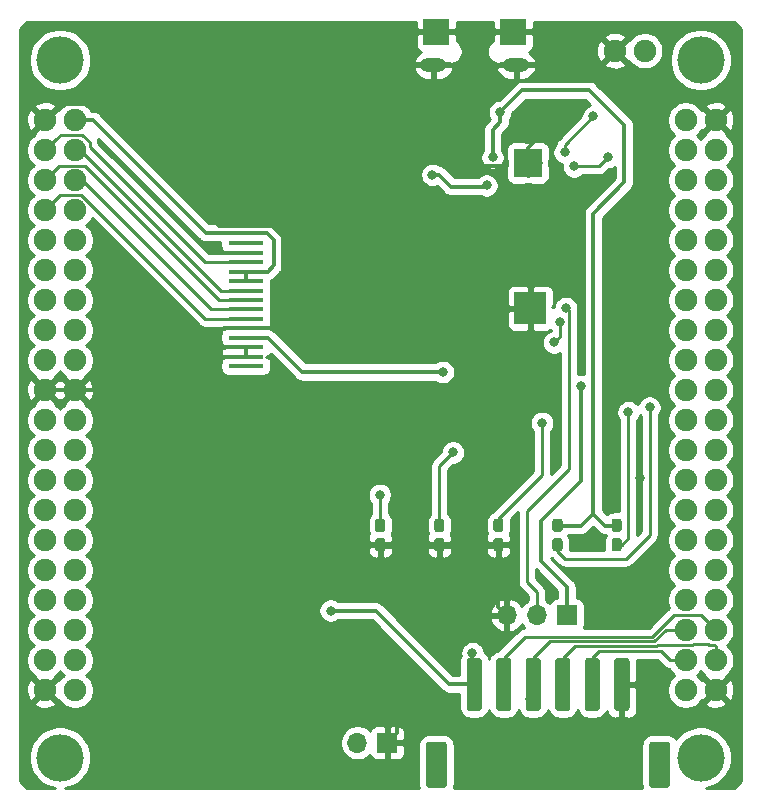
<source format=gbr>
G04 #@! TF.GenerationSoftware,KiCad,Pcbnew,5.1.5-52549c5~86~ubuntu18.04.1*
G04 #@! TF.CreationDate,2020-04-28T10:32:59-07:00*
G04 #@! TF.ProjectId,SHIELD_MIMAS_TFT_BT_POWERSUPPLY,53484945-4c44-45f4-9d49-4d41535f5446,rev?*
G04 #@! TF.SameCoordinates,Original*
G04 #@! TF.FileFunction,Copper,L1,Top*
G04 #@! TF.FilePolarity,Positive*
%FSLAX46Y46*%
G04 Gerber Fmt 4.6, Leading zero omitted, Abs format (unit mm)*
G04 Created by KiCad (PCBNEW 5.1.5-52549c5~86~ubuntu18.04.1) date 2020-04-28 10:32:59*
%MOMM*%
%LPD*%
G04 APERTURE LIST*
%ADD10C,0.600000*%
%ADD11R,2.700000X2.700000*%
%ADD12R,2.400000X2.400000*%
%ADD13C,0.550000*%
%ADD14O,2.200000X1.200000*%
%ADD15R,2.200000X2.200000*%
%ADD16C,1.900000*%
%ADD17C,4.000000*%
%ADD18O,1.700000X1.700000*%
%ADD19R,1.700000X1.700000*%
%ADD20R,3.000000X0.400000*%
%ADD21C,0.100000*%
%ADD22C,0.800000*%
%ADD23C,0.350000*%
%ADD24C,0.250000*%
%ADD25C,0.254000*%
G04 APERTURE END LIST*
D10*
X162700000Y-91800000D03*
X163700000Y-90800000D03*
X161700000Y-90800000D03*
X163700000Y-92800000D03*
D11*
X162700000Y-91800000D03*
D10*
X161700000Y-92800000D03*
D12*
X162500000Y-79500000D03*
D13*
X163400000Y-79500000D03*
X162500000Y-80400000D03*
X162500000Y-78600000D03*
X161600000Y-79500000D03*
D14*
X161500000Y-71200000D03*
X154500000Y-71200000D03*
D15*
X161260000Y-68400000D03*
X154740000Y-68400000D03*
D16*
X169850000Y-70000000D03*
X172390000Y-70000000D03*
D17*
X122880000Y-70790000D03*
D16*
X178390000Y-124130000D03*
X175850000Y-124130000D03*
X178390000Y-121590000D03*
X175850000Y-121590000D03*
X178390000Y-119050000D03*
X175850000Y-119050000D03*
X178390000Y-116510000D03*
X175850000Y-116510000D03*
X178390000Y-113970000D03*
X175850000Y-113970000D03*
X178390000Y-111430000D03*
X175850000Y-111430000D03*
X178390000Y-108890000D03*
X175850000Y-108890000D03*
X178390000Y-106350000D03*
X175850000Y-106350000D03*
X178390000Y-103810000D03*
X175850000Y-103810000D03*
X178390000Y-101270000D03*
X175850000Y-101270000D03*
X178390000Y-98730000D03*
X175850000Y-98730000D03*
X178390000Y-96190000D03*
X175850000Y-96190000D03*
X178390000Y-93650000D03*
X175850000Y-93650000D03*
X178390000Y-91110000D03*
X175850000Y-91110000D03*
X178390000Y-88570000D03*
X175850000Y-88570000D03*
X178390000Y-86030000D03*
X175850000Y-86030000D03*
X178390000Y-83490000D03*
X175850000Y-83490000D03*
X178390000Y-80950000D03*
X175850000Y-80950000D03*
X178390000Y-78410000D03*
X175850000Y-78410000D03*
X178390000Y-75870000D03*
X175850000Y-75870000D03*
X124150000Y-98730000D03*
X124150000Y-124130000D03*
X121610000Y-124130000D03*
X124150000Y-121590000D03*
X121610000Y-121590000D03*
X124150000Y-119050000D03*
X121610000Y-119050000D03*
X124150000Y-116510000D03*
X121610000Y-116510000D03*
X124150000Y-113970000D03*
X121610000Y-113970000D03*
X124150000Y-111430000D03*
X121610000Y-111430000D03*
X124150000Y-108890000D03*
X121610000Y-108890000D03*
X124150000Y-106350000D03*
X121610000Y-106350000D03*
X124150000Y-103810000D03*
X121610000Y-103810000D03*
X124150000Y-101270000D03*
X121610000Y-101270000D03*
X121610000Y-98730000D03*
X124150000Y-96190000D03*
X121610000Y-96190000D03*
X124150000Y-93650000D03*
X121610000Y-93650000D03*
X124150000Y-91110000D03*
X121610000Y-91110000D03*
X124150000Y-88570000D03*
X121610000Y-88570000D03*
X124150000Y-86030000D03*
X121610000Y-86030000D03*
X124150000Y-83490000D03*
X121610000Y-83490000D03*
X124150000Y-80950000D03*
X121610000Y-80950000D03*
X124150000Y-78410000D03*
X121610000Y-78410000D03*
X124150000Y-75870000D03*
X121610000Y-75870000D03*
D17*
X177120000Y-70790000D03*
X122880000Y-129845000D03*
X177120000Y-129845000D03*
D18*
X148060000Y-128600000D03*
D19*
X150600000Y-128600000D03*
D20*
X138600000Y-86300000D03*
X138600000Y-87100000D03*
X138600000Y-87900000D03*
X138600000Y-88700000D03*
X138600000Y-89500000D03*
X138600000Y-90300000D03*
X138600000Y-91100000D03*
X138600000Y-91900000D03*
X138600000Y-92700000D03*
X138600000Y-93500000D03*
X138600000Y-94300000D03*
X138600000Y-95100000D03*
X138600000Y-95900000D03*
X138600000Y-96700000D03*
G04 #@! TA.AperFunction,SMDPad,CuDef*
D21*
G36*
X174278864Y-128501447D02*
G01*
X174308044Y-128505776D01*
X174336660Y-128512944D01*
X174364435Y-128522882D01*
X174391102Y-128535494D01*
X174416404Y-128550660D01*
X174440099Y-128568233D01*
X174461956Y-128588044D01*
X174481767Y-128609901D01*
X174499340Y-128633596D01*
X174514506Y-128658898D01*
X174527118Y-128685565D01*
X174537056Y-128713340D01*
X174544224Y-128741956D01*
X174548553Y-128771136D01*
X174550000Y-128800600D01*
X174550000Y-132099400D01*
X174548553Y-132128864D01*
X174544224Y-132158044D01*
X174537056Y-132186660D01*
X174527118Y-132214435D01*
X174514506Y-132241102D01*
X174499340Y-132266404D01*
X174481767Y-132290099D01*
X174461956Y-132311956D01*
X174440099Y-132331767D01*
X174416404Y-132349340D01*
X174391102Y-132364506D01*
X174364435Y-132377118D01*
X174336660Y-132387056D01*
X174308044Y-132394224D01*
X174278864Y-132398553D01*
X174249400Y-132400000D01*
X173050600Y-132400000D01*
X173021136Y-132398553D01*
X172991956Y-132394224D01*
X172963340Y-132387056D01*
X172935565Y-132377118D01*
X172908898Y-132364506D01*
X172883596Y-132349340D01*
X172859901Y-132331767D01*
X172838044Y-132311956D01*
X172818233Y-132290099D01*
X172800660Y-132266404D01*
X172785494Y-132241102D01*
X172772882Y-132214435D01*
X172762944Y-132186660D01*
X172755776Y-132158044D01*
X172751447Y-132128864D01*
X172750000Y-132099400D01*
X172750000Y-128800600D01*
X172751447Y-128771136D01*
X172755776Y-128741956D01*
X172762944Y-128713340D01*
X172772882Y-128685565D01*
X172785494Y-128658898D01*
X172800660Y-128633596D01*
X172818233Y-128609901D01*
X172838044Y-128588044D01*
X172859901Y-128568233D01*
X172883596Y-128550660D01*
X172908898Y-128535494D01*
X172935565Y-128522882D01*
X172963340Y-128512944D01*
X172991956Y-128505776D01*
X173021136Y-128501447D01*
X173050600Y-128500000D01*
X174249400Y-128500000D01*
X174278864Y-128501447D01*
G37*
G04 #@! TD.AperFunction*
G04 #@! TA.AperFunction,SMDPad,CuDef*
G36*
X155378864Y-128501447D02*
G01*
X155408044Y-128505776D01*
X155436660Y-128512944D01*
X155464435Y-128522882D01*
X155491102Y-128535494D01*
X155516404Y-128550660D01*
X155540099Y-128568233D01*
X155561956Y-128588044D01*
X155581767Y-128609901D01*
X155599340Y-128633596D01*
X155614506Y-128658898D01*
X155627118Y-128685565D01*
X155637056Y-128713340D01*
X155644224Y-128741956D01*
X155648553Y-128771136D01*
X155650000Y-128800600D01*
X155650000Y-132099400D01*
X155648553Y-132128864D01*
X155644224Y-132158044D01*
X155637056Y-132186660D01*
X155627118Y-132214435D01*
X155614506Y-132241102D01*
X155599340Y-132266404D01*
X155581767Y-132290099D01*
X155561956Y-132311956D01*
X155540099Y-132331767D01*
X155516404Y-132349340D01*
X155491102Y-132364506D01*
X155464435Y-132377118D01*
X155436660Y-132387056D01*
X155408044Y-132394224D01*
X155378864Y-132398553D01*
X155349400Y-132400000D01*
X154150600Y-132400000D01*
X154121136Y-132398553D01*
X154091956Y-132394224D01*
X154063340Y-132387056D01*
X154035565Y-132377118D01*
X154008898Y-132364506D01*
X153983596Y-132349340D01*
X153959901Y-132331767D01*
X153938044Y-132311956D01*
X153918233Y-132290099D01*
X153900660Y-132266404D01*
X153885494Y-132241102D01*
X153872882Y-132214435D01*
X153862944Y-132186660D01*
X153855776Y-132158044D01*
X153851447Y-132128864D01*
X153850000Y-132099400D01*
X153850000Y-128800600D01*
X153851447Y-128771136D01*
X153855776Y-128741956D01*
X153862944Y-128713340D01*
X153872882Y-128685565D01*
X153885494Y-128658898D01*
X153900660Y-128633596D01*
X153918233Y-128609901D01*
X153938044Y-128588044D01*
X153959901Y-128568233D01*
X153983596Y-128550660D01*
X154008898Y-128535494D01*
X154035565Y-128522882D01*
X154063340Y-128512944D01*
X154091956Y-128505776D01*
X154121136Y-128501447D01*
X154150600Y-128500000D01*
X155349400Y-128500000D01*
X155378864Y-128501447D01*
G37*
G04 #@! TD.AperFunction*
G04 #@! TA.AperFunction,SMDPad,CuDef*
G36*
X170806856Y-121401565D02*
G01*
X170838404Y-121406245D01*
X170869343Y-121413994D01*
X170899372Y-121424739D01*
X170928204Y-121438376D01*
X170955560Y-121454772D01*
X170981178Y-121473772D01*
X171004810Y-121495190D01*
X171026228Y-121518822D01*
X171045228Y-121544440D01*
X171061624Y-121571796D01*
X171075261Y-121600628D01*
X171086006Y-121630657D01*
X171093755Y-121661596D01*
X171098435Y-121693144D01*
X171100000Y-121725000D01*
X171100000Y-125575000D01*
X171098435Y-125606856D01*
X171093755Y-125638404D01*
X171086006Y-125669343D01*
X171075261Y-125699372D01*
X171061624Y-125728204D01*
X171045228Y-125755560D01*
X171026228Y-125781178D01*
X171004810Y-125804810D01*
X170981178Y-125826228D01*
X170955560Y-125845228D01*
X170928204Y-125861624D01*
X170899372Y-125875261D01*
X170869343Y-125886006D01*
X170838404Y-125893755D01*
X170806856Y-125898435D01*
X170775000Y-125900000D01*
X170125000Y-125900000D01*
X170093144Y-125898435D01*
X170061596Y-125893755D01*
X170030657Y-125886006D01*
X170000628Y-125875261D01*
X169971796Y-125861624D01*
X169944440Y-125845228D01*
X169918822Y-125826228D01*
X169895190Y-125804810D01*
X169873772Y-125781178D01*
X169854772Y-125755560D01*
X169838376Y-125728204D01*
X169824739Y-125699372D01*
X169813994Y-125669343D01*
X169806245Y-125638404D01*
X169801565Y-125606856D01*
X169800000Y-125575000D01*
X169800000Y-121725000D01*
X169801565Y-121693144D01*
X169806245Y-121661596D01*
X169813994Y-121630657D01*
X169824739Y-121600628D01*
X169838376Y-121571796D01*
X169854772Y-121544440D01*
X169873772Y-121518822D01*
X169895190Y-121495190D01*
X169918822Y-121473772D01*
X169944440Y-121454772D01*
X169971796Y-121438376D01*
X170000628Y-121424739D01*
X170030657Y-121413994D01*
X170061596Y-121406245D01*
X170093144Y-121401565D01*
X170125000Y-121400000D01*
X170775000Y-121400000D01*
X170806856Y-121401565D01*
G37*
G04 #@! TD.AperFunction*
G04 #@! TA.AperFunction,SMDPad,CuDef*
G36*
X168306856Y-121401565D02*
G01*
X168338404Y-121406245D01*
X168369343Y-121413994D01*
X168399372Y-121424739D01*
X168428204Y-121438376D01*
X168455560Y-121454772D01*
X168481178Y-121473772D01*
X168504810Y-121495190D01*
X168526228Y-121518822D01*
X168545228Y-121544440D01*
X168561624Y-121571796D01*
X168575261Y-121600628D01*
X168586006Y-121630657D01*
X168593755Y-121661596D01*
X168598435Y-121693144D01*
X168600000Y-121725000D01*
X168600000Y-125575000D01*
X168598435Y-125606856D01*
X168593755Y-125638404D01*
X168586006Y-125669343D01*
X168575261Y-125699372D01*
X168561624Y-125728204D01*
X168545228Y-125755560D01*
X168526228Y-125781178D01*
X168504810Y-125804810D01*
X168481178Y-125826228D01*
X168455560Y-125845228D01*
X168428204Y-125861624D01*
X168399372Y-125875261D01*
X168369343Y-125886006D01*
X168338404Y-125893755D01*
X168306856Y-125898435D01*
X168275000Y-125900000D01*
X167625000Y-125900000D01*
X167593144Y-125898435D01*
X167561596Y-125893755D01*
X167530657Y-125886006D01*
X167500628Y-125875261D01*
X167471796Y-125861624D01*
X167444440Y-125845228D01*
X167418822Y-125826228D01*
X167395190Y-125804810D01*
X167373772Y-125781178D01*
X167354772Y-125755560D01*
X167338376Y-125728204D01*
X167324739Y-125699372D01*
X167313994Y-125669343D01*
X167306245Y-125638404D01*
X167301565Y-125606856D01*
X167300000Y-125575000D01*
X167300000Y-121725000D01*
X167301565Y-121693144D01*
X167306245Y-121661596D01*
X167313994Y-121630657D01*
X167324739Y-121600628D01*
X167338376Y-121571796D01*
X167354772Y-121544440D01*
X167373772Y-121518822D01*
X167395190Y-121495190D01*
X167418822Y-121473772D01*
X167444440Y-121454772D01*
X167471796Y-121438376D01*
X167500628Y-121424739D01*
X167530657Y-121413994D01*
X167561596Y-121406245D01*
X167593144Y-121401565D01*
X167625000Y-121400000D01*
X168275000Y-121400000D01*
X168306856Y-121401565D01*
G37*
G04 #@! TD.AperFunction*
G04 #@! TA.AperFunction,SMDPad,CuDef*
G36*
X165806856Y-121401565D02*
G01*
X165838404Y-121406245D01*
X165869343Y-121413994D01*
X165899372Y-121424739D01*
X165928204Y-121438376D01*
X165955560Y-121454772D01*
X165981178Y-121473772D01*
X166004810Y-121495190D01*
X166026228Y-121518822D01*
X166045228Y-121544440D01*
X166061624Y-121571796D01*
X166075261Y-121600628D01*
X166086006Y-121630657D01*
X166093755Y-121661596D01*
X166098435Y-121693144D01*
X166100000Y-121725000D01*
X166100000Y-125575000D01*
X166098435Y-125606856D01*
X166093755Y-125638404D01*
X166086006Y-125669343D01*
X166075261Y-125699372D01*
X166061624Y-125728204D01*
X166045228Y-125755560D01*
X166026228Y-125781178D01*
X166004810Y-125804810D01*
X165981178Y-125826228D01*
X165955560Y-125845228D01*
X165928204Y-125861624D01*
X165899372Y-125875261D01*
X165869343Y-125886006D01*
X165838404Y-125893755D01*
X165806856Y-125898435D01*
X165775000Y-125900000D01*
X165125000Y-125900000D01*
X165093144Y-125898435D01*
X165061596Y-125893755D01*
X165030657Y-125886006D01*
X165000628Y-125875261D01*
X164971796Y-125861624D01*
X164944440Y-125845228D01*
X164918822Y-125826228D01*
X164895190Y-125804810D01*
X164873772Y-125781178D01*
X164854772Y-125755560D01*
X164838376Y-125728204D01*
X164824739Y-125699372D01*
X164813994Y-125669343D01*
X164806245Y-125638404D01*
X164801565Y-125606856D01*
X164800000Y-125575000D01*
X164800000Y-121725000D01*
X164801565Y-121693144D01*
X164806245Y-121661596D01*
X164813994Y-121630657D01*
X164824739Y-121600628D01*
X164838376Y-121571796D01*
X164854772Y-121544440D01*
X164873772Y-121518822D01*
X164895190Y-121495190D01*
X164918822Y-121473772D01*
X164944440Y-121454772D01*
X164971796Y-121438376D01*
X165000628Y-121424739D01*
X165030657Y-121413994D01*
X165061596Y-121406245D01*
X165093144Y-121401565D01*
X165125000Y-121400000D01*
X165775000Y-121400000D01*
X165806856Y-121401565D01*
G37*
G04 #@! TD.AperFunction*
G04 #@! TA.AperFunction,SMDPad,CuDef*
G36*
X163306856Y-121401565D02*
G01*
X163338404Y-121406245D01*
X163369343Y-121413994D01*
X163399372Y-121424739D01*
X163428204Y-121438376D01*
X163455560Y-121454772D01*
X163481178Y-121473772D01*
X163504810Y-121495190D01*
X163526228Y-121518822D01*
X163545228Y-121544440D01*
X163561624Y-121571796D01*
X163575261Y-121600628D01*
X163586006Y-121630657D01*
X163593755Y-121661596D01*
X163598435Y-121693144D01*
X163600000Y-121725000D01*
X163600000Y-125575000D01*
X163598435Y-125606856D01*
X163593755Y-125638404D01*
X163586006Y-125669343D01*
X163575261Y-125699372D01*
X163561624Y-125728204D01*
X163545228Y-125755560D01*
X163526228Y-125781178D01*
X163504810Y-125804810D01*
X163481178Y-125826228D01*
X163455560Y-125845228D01*
X163428204Y-125861624D01*
X163399372Y-125875261D01*
X163369343Y-125886006D01*
X163338404Y-125893755D01*
X163306856Y-125898435D01*
X163275000Y-125900000D01*
X162625000Y-125900000D01*
X162593144Y-125898435D01*
X162561596Y-125893755D01*
X162530657Y-125886006D01*
X162500628Y-125875261D01*
X162471796Y-125861624D01*
X162444440Y-125845228D01*
X162418822Y-125826228D01*
X162395190Y-125804810D01*
X162373772Y-125781178D01*
X162354772Y-125755560D01*
X162338376Y-125728204D01*
X162324739Y-125699372D01*
X162313994Y-125669343D01*
X162306245Y-125638404D01*
X162301565Y-125606856D01*
X162300000Y-125575000D01*
X162300000Y-121725000D01*
X162301565Y-121693144D01*
X162306245Y-121661596D01*
X162313994Y-121630657D01*
X162324739Y-121600628D01*
X162338376Y-121571796D01*
X162354772Y-121544440D01*
X162373772Y-121518822D01*
X162395190Y-121495190D01*
X162418822Y-121473772D01*
X162444440Y-121454772D01*
X162471796Y-121438376D01*
X162500628Y-121424739D01*
X162530657Y-121413994D01*
X162561596Y-121406245D01*
X162593144Y-121401565D01*
X162625000Y-121400000D01*
X163275000Y-121400000D01*
X163306856Y-121401565D01*
G37*
G04 #@! TD.AperFunction*
G04 #@! TA.AperFunction,SMDPad,CuDef*
G36*
X160806856Y-121401565D02*
G01*
X160838404Y-121406245D01*
X160869343Y-121413994D01*
X160899372Y-121424739D01*
X160928204Y-121438376D01*
X160955560Y-121454772D01*
X160981178Y-121473772D01*
X161004810Y-121495190D01*
X161026228Y-121518822D01*
X161045228Y-121544440D01*
X161061624Y-121571796D01*
X161075261Y-121600628D01*
X161086006Y-121630657D01*
X161093755Y-121661596D01*
X161098435Y-121693144D01*
X161100000Y-121725000D01*
X161100000Y-125575000D01*
X161098435Y-125606856D01*
X161093755Y-125638404D01*
X161086006Y-125669343D01*
X161075261Y-125699372D01*
X161061624Y-125728204D01*
X161045228Y-125755560D01*
X161026228Y-125781178D01*
X161004810Y-125804810D01*
X160981178Y-125826228D01*
X160955560Y-125845228D01*
X160928204Y-125861624D01*
X160899372Y-125875261D01*
X160869343Y-125886006D01*
X160838404Y-125893755D01*
X160806856Y-125898435D01*
X160775000Y-125900000D01*
X160125000Y-125900000D01*
X160093144Y-125898435D01*
X160061596Y-125893755D01*
X160030657Y-125886006D01*
X160000628Y-125875261D01*
X159971796Y-125861624D01*
X159944440Y-125845228D01*
X159918822Y-125826228D01*
X159895190Y-125804810D01*
X159873772Y-125781178D01*
X159854772Y-125755560D01*
X159838376Y-125728204D01*
X159824739Y-125699372D01*
X159813994Y-125669343D01*
X159806245Y-125638404D01*
X159801565Y-125606856D01*
X159800000Y-125575000D01*
X159800000Y-121725000D01*
X159801565Y-121693144D01*
X159806245Y-121661596D01*
X159813994Y-121630657D01*
X159824739Y-121600628D01*
X159838376Y-121571796D01*
X159854772Y-121544440D01*
X159873772Y-121518822D01*
X159895190Y-121495190D01*
X159918822Y-121473772D01*
X159944440Y-121454772D01*
X159971796Y-121438376D01*
X160000628Y-121424739D01*
X160030657Y-121413994D01*
X160061596Y-121406245D01*
X160093144Y-121401565D01*
X160125000Y-121400000D01*
X160775000Y-121400000D01*
X160806856Y-121401565D01*
G37*
G04 #@! TD.AperFunction*
G04 #@! TA.AperFunction,SMDPad,CuDef*
G36*
X158306856Y-121401565D02*
G01*
X158338404Y-121406245D01*
X158369343Y-121413994D01*
X158399372Y-121424739D01*
X158428204Y-121438376D01*
X158455560Y-121454772D01*
X158481178Y-121473772D01*
X158504810Y-121495190D01*
X158526228Y-121518822D01*
X158545228Y-121544440D01*
X158561624Y-121571796D01*
X158575261Y-121600628D01*
X158586006Y-121630657D01*
X158593755Y-121661596D01*
X158598435Y-121693144D01*
X158600000Y-121725000D01*
X158600000Y-125575000D01*
X158598435Y-125606856D01*
X158593755Y-125638404D01*
X158586006Y-125669343D01*
X158575261Y-125699372D01*
X158561624Y-125728204D01*
X158545228Y-125755560D01*
X158526228Y-125781178D01*
X158504810Y-125804810D01*
X158481178Y-125826228D01*
X158455560Y-125845228D01*
X158428204Y-125861624D01*
X158399372Y-125875261D01*
X158369343Y-125886006D01*
X158338404Y-125893755D01*
X158306856Y-125898435D01*
X158275000Y-125900000D01*
X157625000Y-125900000D01*
X157593144Y-125898435D01*
X157561596Y-125893755D01*
X157530657Y-125886006D01*
X157500628Y-125875261D01*
X157471796Y-125861624D01*
X157444440Y-125845228D01*
X157418822Y-125826228D01*
X157395190Y-125804810D01*
X157373772Y-125781178D01*
X157354772Y-125755560D01*
X157338376Y-125728204D01*
X157324739Y-125699372D01*
X157313994Y-125669343D01*
X157306245Y-125638404D01*
X157301565Y-125606856D01*
X157300000Y-125575000D01*
X157300000Y-121725000D01*
X157301565Y-121693144D01*
X157306245Y-121661596D01*
X157313994Y-121630657D01*
X157324739Y-121600628D01*
X157338376Y-121571796D01*
X157354772Y-121544440D01*
X157373772Y-121518822D01*
X157395190Y-121495190D01*
X157418822Y-121473772D01*
X157444440Y-121454772D01*
X157471796Y-121438376D01*
X157500628Y-121424739D01*
X157530657Y-121413994D01*
X157561596Y-121406245D01*
X157593144Y-121401565D01*
X157625000Y-121400000D01*
X158275000Y-121400000D01*
X158306856Y-121401565D01*
G37*
G04 #@! TD.AperFunction*
D18*
X160720000Y-117800000D03*
X163260000Y-117800000D03*
D19*
X165800000Y-117800000D03*
G04 #@! TA.AperFunction,SMDPad,CuDef*
D21*
G36*
X150233329Y-111263523D02*
G01*
X150253957Y-111266583D01*
X150274185Y-111271650D01*
X150293820Y-111278676D01*
X150312672Y-111287592D01*
X150330559Y-111298313D01*
X150347309Y-111310735D01*
X150362760Y-111324740D01*
X150376765Y-111340191D01*
X150389187Y-111356941D01*
X150399908Y-111374828D01*
X150408824Y-111393680D01*
X150415850Y-111413315D01*
X150420917Y-111433543D01*
X150423977Y-111454171D01*
X150425000Y-111475000D01*
X150425000Y-112150000D01*
X150423977Y-112170829D01*
X150420917Y-112191457D01*
X150415850Y-112211685D01*
X150408824Y-112231320D01*
X150399908Y-112250172D01*
X150389187Y-112268059D01*
X150376765Y-112284809D01*
X150362760Y-112300260D01*
X150347309Y-112314265D01*
X150330559Y-112326687D01*
X150312672Y-112337408D01*
X150293820Y-112346324D01*
X150274185Y-112353350D01*
X150253957Y-112358417D01*
X150233329Y-112361477D01*
X150212500Y-112362500D01*
X149787500Y-112362500D01*
X149766671Y-112361477D01*
X149746043Y-112358417D01*
X149725815Y-112353350D01*
X149706180Y-112346324D01*
X149687328Y-112337408D01*
X149669441Y-112326687D01*
X149652691Y-112314265D01*
X149637240Y-112300260D01*
X149623235Y-112284809D01*
X149610813Y-112268059D01*
X149600092Y-112250172D01*
X149591176Y-112231320D01*
X149584150Y-112211685D01*
X149579083Y-112191457D01*
X149576023Y-112170829D01*
X149575000Y-112150000D01*
X149575000Y-111475000D01*
X149576023Y-111454171D01*
X149579083Y-111433543D01*
X149584150Y-111413315D01*
X149591176Y-111393680D01*
X149600092Y-111374828D01*
X149610813Y-111356941D01*
X149623235Y-111340191D01*
X149637240Y-111324740D01*
X149652691Y-111310735D01*
X149669441Y-111298313D01*
X149687328Y-111287592D01*
X149706180Y-111278676D01*
X149725815Y-111271650D01*
X149746043Y-111266583D01*
X149766671Y-111263523D01*
X149787500Y-111262500D01*
X150212500Y-111262500D01*
X150233329Y-111263523D01*
G37*
G04 #@! TD.AperFunction*
G04 #@! TA.AperFunction,SMDPad,CuDef*
G36*
X150233329Y-109638523D02*
G01*
X150253957Y-109641583D01*
X150274185Y-109646650D01*
X150293820Y-109653676D01*
X150312672Y-109662592D01*
X150330559Y-109673313D01*
X150347309Y-109685735D01*
X150362760Y-109699740D01*
X150376765Y-109715191D01*
X150389187Y-109731941D01*
X150399908Y-109749828D01*
X150408824Y-109768680D01*
X150415850Y-109788315D01*
X150420917Y-109808543D01*
X150423977Y-109829171D01*
X150425000Y-109850000D01*
X150425000Y-110525000D01*
X150423977Y-110545829D01*
X150420917Y-110566457D01*
X150415850Y-110586685D01*
X150408824Y-110606320D01*
X150399908Y-110625172D01*
X150389187Y-110643059D01*
X150376765Y-110659809D01*
X150362760Y-110675260D01*
X150347309Y-110689265D01*
X150330559Y-110701687D01*
X150312672Y-110712408D01*
X150293820Y-110721324D01*
X150274185Y-110728350D01*
X150253957Y-110733417D01*
X150233329Y-110736477D01*
X150212500Y-110737500D01*
X149787500Y-110737500D01*
X149766671Y-110736477D01*
X149746043Y-110733417D01*
X149725815Y-110728350D01*
X149706180Y-110721324D01*
X149687328Y-110712408D01*
X149669441Y-110701687D01*
X149652691Y-110689265D01*
X149637240Y-110675260D01*
X149623235Y-110659809D01*
X149610813Y-110643059D01*
X149600092Y-110625172D01*
X149591176Y-110606320D01*
X149584150Y-110586685D01*
X149579083Y-110566457D01*
X149576023Y-110545829D01*
X149575000Y-110525000D01*
X149575000Y-109850000D01*
X149576023Y-109829171D01*
X149579083Y-109808543D01*
X149584150Y-109788315D01*
X149591176Y-109768680D01*
X149600092Y-109749828D01*
X149610813Y-109731941D01*
X149623235Y-109715191D01*
X149637240Y-109699740D01*
X149652691Y-109685735D01*
X149669441Y-109673313D01*
X149687328Y-109662592D01*
X149706180Y-109653676D01*
X149725815Y-109646650D01*
X149746043Y-109641583D01*
X149766671Y-109638523D01*
X149787500Y-109637500D01*
X150212500Y-109637500D01*
X150233329Y-109638523D01*
G37*
G04 #@! TD.AperFunction*
G04 #@! TA.AperFunction,SMDPad,CuDef*
G36*
X155233329Y-111263523D02*
G01*
X155253957Y-111266583D01*
X155274185Y-111271650D01*
X155293820Y-111278676D01*
X155312672Y-111287592D01*
X155330559Y-111298313D01*
X155347309Y-111310735D01*
X155362760Y-111324740D01*
X155376765Y-111340191D01*
X155389187Y-111356941D01*
X155399908Y-111374828D01*
X155408824Y-111393680D01*
X155415850Y-111413315D01*
X155420917Y-111433543D01*
X155423977Y-111454171D01*
X155425000Y-111475000D01*
X155425000Y-112150000D01*
X155423977Y-112170829D01*
X155420917Y-112191457D01*
X155415850Y-112211685D01*
X155408824Y-112231320D01*
X155399908Y-112250172D01*
X155389187Y-112268059D01*
X155376765Y-112284809D01*
X155362760Y-112300260D01*
X155347309Y-112314265D01*
X155330559Y-112326687D01*
X155312672Y-112337408D01*
X155293820Y-112346324D01*
X155274185Y-112353350D01*
X155253957Y-112358417D01*
X155233329Y-112361477D01*
X155212500Y-112362500D01*
X154787500Y-112362500D01*
X154766671Y-112361477D01*
X154746043Y-112358417D01*
X154725815Y-112353350D01*
X154706180Y-112346324D01*
X154687328Y-112337408D01*
X154669441Y-112326687D01*
X154652691Y-112314265D01*
X154637240Y-112300260D01*
X154623235Y-112284809D01*
X154610813Y-112268059D01*
X154600092Y-112250172D01*
X154591176Y-112231320D01*
X154584150Y-112211685D01*
X154579083Y-112191457D01*
X154576023Y-112170829D01*
X154575000Y-112150000D01*
X154575000Y-111475000D01*
X154576023Y-111454171D01*
X154579083Y-111433543D01*
X154584150Y-111413315D01*
X154591176Y-111393680D01*
X154600092Y-111374828D01*
X154610813Y-111356941D01*
X154623235Y-111340191D01*
X154637240Y-111324740D01*
X154652691Y-111310735D01*
X154669441Y-111298313D01*
X154687328Y-111287592D01*
X154706180Y-111278676D01*
X154725815Y-111271650D01*
X154746043Y-111266583D01*
X154766671Y-111263523D01*
X154787500Y-111262500D01*
X155212500Y-111262500D01*
X155233329Y-111263523D01*
G37*
G04 #@! TD.AperFunction*
G04 #@! TA.AperFunction,SMDPad,CuDef*
G36*
X155233329Y-109638523D02*
G01*
X155253957Y-109641583D01*
X155274185Y-109646650D01*
X155293820Y-109653676D01*
X155312672Y-109662592D01*
X155330559Y-109673313D01*
X155347309Y-109685735D01*
X155362760Y-109699740D01*
X155376765Y-109715191D01*
X155389187Y-109731941D01*
X155399908Y-109749828D01*
X155408824Y-109768680D01*
X155415850Y-109788315D01*
X155420917Y-109808543D01*
X155423977Y-109829171D01*
X155425000Y-109850000D01*
X155425000Y-110525000D01*
X155423977Y-110545829D01*
X155420917Y-110566457D01*
X155415850Y-110586685D01*
X155408824Y-110606320D01*
X155399908Y-110625172D01*
X155389187Y-110643059D01*
X155376765Y-110659809D01*
X155362760Y-110675260D01*
X155347309Y-110689265D01*
X155330559Y-110701687D01*
X155312672Y-110712408D01*
X155293820Y-110721324D01*
X155274185Y-110728350D01*
X155253957Y-110733417D01*
X155233329Y-110736477D01*
X155212500Y-110737500D01*
X154787500Y-110737500D01*
X154766671Y-110736477D01*
X154746043Y-110733417D01*
X154725815Y-110728350D01*
X154706180Y-110721324D01*
X154687328Y-110712408D01*
X154669441Y-110701687D01*
X154652691Y-110689265D01*
X154637240Y-110675260D01*
X154623235Y-110659809D01*
X154610813Y-110643059D01*
X154600092Y-110625172D01*
X154591176Y-110606320D01*
X154584150Y-110586685D01*
X154579083Y-110566457D01*
X154576023Y-110545829D01*
X154575000Y-110525000D01*
X154575000Y-109850000D01*
X154576023Y-109829171D01*
X154579083Y-109808543D01*
X154584150Y-109788315D01*
X154591176Y-109768680D01*
X154600092Y-109749828D01*
X154610813Y-109731941D01*
X154623235Y-109715191D01*
X154637240Y-109699740D01*
X154652691Y-109685735D01*
X154669441Y-109673313D01*
X154687328Y-109662592D01*
X154706180Y-109653676D01*
X154725815Y-109646650D01*
X154746043Y-109641583D01*
X154766671Y-109638523D01*
X154787500Y-109637500D01*
X155212500Y-109637500D01*
X155233329Y-109638523D01*
G37*
G04 #@! TD.AperFunction*
G04 #@! TA.AperFunction,SMDPad,CuDef*
G36*
X160233329Y-111263523D02*
G01*
X160253957Y-111266583D01*
X160274185Y-111271650D01*
X160293820Y-111278676D01*
X160312672Y-111287592D01*
X160330559Y-111298313D01*
X160347309Y-111310735D01*
X160362760Y-111324740D01*
X160376765Y-111340191D01*
X160389187Y-111356941D01*
X160399908Y-111374828D01*
X160408824Y-111393680D01*
X160415850Y-111413315D01*
X160420917Y-111433543D01*
X160423977Y-111454171D01*
X160425000Y-111475000D01*
X160425000Y-112150000D01*
X160423977Y-112170829D01*
X160420917Y-112191457D01*
X160415850Y-112211685D01*
X160408824Y-112231320D01*
X160399908Y-112250172D01*
X160389187Y-112268059D01*
X160376765Y-112284809D01*
X160362760Y-112300260D01*
X160347309Y-112314265D01*
X160330559Y-112326687D01*
X160312672Y-112337408D01*
X160293820Y-112346324D01*
X160274185Y-112353350D01*
X160253957Y-112358417D01*
X160233329Y-112361477D01*
X160212500Y-112362500D01*
X159787500Y-112362500D01*
X159766671Y-112361477D01*
X159746043Y-112358417D01*
X159725815Y-112353350D01*
X159706180Y-112346324D01*
X159687328Y-112337408D01*
X159669441Y-112326687D01*
X159652691Y-112314265D01*
X159637240Y-112300260D01*
X159623235Y-112284809D01*
X159610813Y-112268059D01*
X159600092Y-112250172D01*
X159591176Y-112231320D01*
X159584150Y-112211685D01*
X159579083Y-112191457D01*
X159576023Y-112170829D01*
X159575000Y-112150000D01*
X159575000Y-111475000D01*
X159576023Y-111454171D01*
X159579083Y-111433543D01*
X159584150Y-111413315D01*
X159591176Y-111393680D01*
X159600092Y-111374828D01*
X159610813Y-111356941D01*
X159623235Y-111340191D01*
X159637240Y-111324740D01*
X159652691Y-111310735D01*
X159669441Y-111298313D01*
X159687328Y-111287592D01*
X159706180Y-111278676D01*
X159725815Y-111271650D01*
X159746043Y-111266583D01*
X159766671Y-111263523D01*
X159787500Y-111262500D01*
X160212500Y-111262500D01*
X160233329Y-111263523D01*
G37*
G04 #@! TD.AperFunction*
G04 #@! TA.AperFunction,SMDPad,CuDef*
G36*
X160233329Y-109638523D02*
G01*
X160253957Y-109641583D01*
X160274185Y-109646650D01*
X160293820Y-109653676D01*
X160312672Y-109662592D01*
X160330559Y-109673313D01*
X160347309Y-109685735D01*
X160362760Y-109699740D01*
X160376765Y-109715191D01*
X160389187Y-109731941D01*
X160399908Y-109749828D01*
X160408824Y-109768680D01*
X160415850Y-109788315D01*
X160420917Y-109808543D01*
X160423977Y-109829171D01*
X160425000Y-109850000D01*
X160425000Y-110525000D01*
X160423977Y-110545829D01*
X160420917Y-110566457D01*
X160415850Y-110586685D01*
X160408824Y-110606320D01*
X160399908Y-110625172D01*
X160389187Y-110643059D01*
X160376765Y-110659809D01*
X160362760Y-110675260D01*
X160347309Y-110689265D01*
X160330559Y-110701687D01*
X160312672Y-110712408D01*
X160293820Y-110721324D01*
X160274185Y-110728350D01*
X160253957Y-110733417D01*
X160233329Y-110736477D01*
X160212500Y-110737500D01*
X159787500Y-110737500D01*
X159766671Y-110736477D01*
X159746043Y-110733417D01*
X159725815Y-110728350D01*
X159706180Y-110721324D01*
X159687328Y-110712408D01*
X159669441Y-110701687D01*
X159652691Y-110689265D01*
X159637240Y-110675260D01*
X159623235Y-110659809D01*
X159610813Y-110643059D01*
X159600092Y-110625172D01*
X159591176Y-110606320D01*
X159584150Y-110586685D01*
X159579083Y-110566457D01*
X159576023Y-110545829D01*
X159575000Y-110525000D01*
X159575000Y-109850000D01*
X159576023Y-109829171D01*
X159579083Y-109808543D01*
X159584150Y-109788315D01*
X159591176Y-109768680D01*
X159600092Y-109749828D01*
X159610813Y-109731941D01*
X159623235Y-109715191D01*
X159637240Y-109699740D01*
X159652691Y-109685735D01*
X159669441Y-109673313D01*
X159687328Y-109662592D01*
X159706180Y-109653676D01*
X159725815Y-109646650D01*
X159746043Y-109641583D01*
X159766671Y-109638523D01*
X159787500Y-109637500D01*
X160212500Y-109637500D01*
X160233329Y-109638523D01*
G37*
G04 #@! TD.AperFunction*
G04 #@! TA.AperFunction,SMDPad,CuDef*
G36*
X165233329Y-111263523D02*
G01*
X165253957Y-111266583D01*
X165274185Y-111271650D01*
X165293820Y-111278676D01*
X165312672Y-111287592D01*
X165330559Y-111298313D01*
X165347309Y-111310735D01*
X165362760Y-111324740D01*
X165376765Y-111340191D01*
X165389187Y-111356941D01*
X165399908Y-111374828D01*
X165408824Y-111393680D01*
X165415850Y-111413315D01*
X165420917Y-111433543D01*
X165423977Y-111454171D01*
X165425000Y-111475000D01*
X165425000Y-112150000D01*
X165423977Y-112170829D01*
X165420917Y-112191457D01*
X165415850Y-112211685D01*
X165408824Y-112231320D01*
X165399908Y-112250172D01*
X165389187Y-112268059D01*
X165376765Y-112284809D01*
X165362760Y-112300260D01*
X165347309Y-112314265D01*
X165330559Y-112326687D01*
X165312672Y-112337408D01*
X165293820Y-112346324D01*
X165274185Y-112353350D01*
X165253957Y-112358417D01*
X165233329Y-112361477D01*
X165212500Y-112362500D01*
X164787500Y-112362500D01*
X164766671Y-112361477D01*
X164746043Y-112358417D01*
X164725815Y-112353350D01*
X164706180Y-112346324D01*
X164687328Y-112337408D01*
X164669441Y-112326687D01*
X164652691Y-112314265D01*
X164637240Y-112300260D01*
X164623235Y-112284809D01*
X164610813Y-112268059D01*
X164600092Y-112250172D01*
X164591176Y-112231320D01*
X164584150Y-112211685D01*
X164579083Y-112191457D01*
X164576023Y-112170829D01*
X164575000Y-112150000D01*
X164575000Y-111475000D01*
X164576023Y-111454171D01*
X164579083Y-111433543D01*
X164584150Y-111413315D01*
X164591176Y-111393680D01*
X164600092Y-111374828D01*
X164610813Y-111356941D01*
X164623235Y-111340191D01*
X164637240Y-111324740D01*
X164652691Y-111310735D01*
X164669441Y-111298313D01*
X164687328Y-111287592D01*
X164706180Y-111278676D01*
X164725815Y-111271650D01*
X164746043Y-111266583D01*
X164766671Y-111263523D01*
X164787500Y-111262500D01*
X165212500Y-111262500D01*
X165233329Y-111263523D01*
G37*
G04 #@! TD.AperFunction*
G04 #@! TA.AperFunction,SMDPad,CuDef*
G36*
X165233329Y-109638523D02*
G01*
X165253957Y-109641583D01*
X165274185Y-109646650D01*
X165293820Y-109653676D01*
X165312672Y-109662592D01*
X165330559Y-109673313D01*
X165347309Y-109685735D01*
X165362760Y-109699740D01*
X165376765Y-109715191D01*
X165389187Y-109731941D01*
X165399908Y-109749828D01*
X165408824Y-109768680D01*
X165415850Y-109788315D01*
X165420917Y-109808543D01*
X165423977Y-109829171D01*
X165425000Y-109850000D01*
X165425000Y-110525000D01*
X165423977Y-110545829D01*
X165420917Y-110566457D01*
X165415850Y-110586685D01*
X165408824Y-110606320D01*
X165399908Y-110625172D01*
X165389187Y-110643059D01*
X165376765Y-110659809D01*
X165362760Y-110675260D01*
X165347309Y-110689265D01*
X165330559Y-110701687D01*
X165312672Y-110712408D01*
X165293820Y-110721324D01*
X165274185Y-110728350D01*
X165253957Y-110733417D01*
X165233329Y-110736477D01*
X165212500Y-110737500D01*
X164787500Y-110737500D01*
X164766671Y-110736477D01*
X164746043Y-110733417D01*
X164725815Y-110728350D01*
X164706180Y-110721324D01*
X164687328Y-110712408D01*
X164669441Y-110701687D01*
X164652691Y-110689265D01*
X164637240Y-110675260D01*
X164623235Y-110659809D01*
X164610813Y-110643059D01*
X164600092Y-110625172D01*
X164591176Y-110606320D01*
X164584150Y-110586685D01*
X164579083Y-110566457D01*
X164576023Y-110545829D01*
X164575000Y-110525000D01*
X164575000Y-109850000D01*
X164576023Y-109829171D01*
X164579083Y-109808543D01*
X164584150Y-109788315D01*
X164591176Y-109768680D01*
X164600092Y-109749828D01*
X164610813Y-109731941D01*
X164623235Y-109715191D01*
X164637240Y-109699740D01*
X164652691Y-109685735D01*
X164669441Y-109673313D01*
X164687328Y-109662592D01*
X164706180Y-109653676D01*
X164725815Y-109646650D01*
X164746043Y-109641583D01*
X164766671Y-109638523D01*
X164787500Y-109637500D01*
X165212500Y-109637500D01*
X165233329Y-109638523D01*
G37*
G04 #@! TD.AperFunction*
G04 #@! TA.AperFunction,SMDPad,CuDef*
G36*
X170233329Y-111263523D02*
G01*
X170253957Y-111266583D01*
X170274185Y-111271650D01*
X170293820Y-111278676D01*
X170312672Y-111287592D01*
X170330559Y-111298313D01*
X170347309Y-111310735D01*
X170362760Y-111324740D01*
X170376765Y-111340191D01*
X170389187Y-111356941D01*
X170399908Y-111374828D01*
X170408824Y-111393680D01*
X170415850Y-111413315D01*
X170420917Y-111433543D01*
X170423977Y-111454171D01*
X170425000Y-111475000D01*
X170425000Y-112150000D01*
X170423977Y-112170829D01*
X170420917Y-112191457D01*
X170415850Y-112211685D01*
X170408824Y-112231320D01*
X170399908Y-112250172D01*
X170389187Y-112268059D01*
X170376765Y-112284809D01*
X170362760Y-112300260D01*
X170347309Y-112314265D01*
X170330559Y-112326687D01*
X170312672Y-112337408D01*
X170293820Y-112346324D01*
X170274185Y-112353350D01*
X170253957Y-112358417D01*
X170233329Y-112361477D01*
X170212500Y-112362500D01*
X169787500Y-112362500D01*
X169766671Y-112361477D01*
X169746043Y-112358417D01*
X169725815Y-112353350D01*
X169706180Y-112346324D01*
X169687328Y-112337408D01*
X169669441Y-112326687D01*
X169652691Y-112314265D01*
X169637240Y-112300260D01*
X169623235Y-112284809D01*
X169610813Y-112268059D01*
X169600092Y-112250172D01*
X169591176Y-112231320D01*
X169584150Y-112211685D01*
X169579083Y-112191457D01*
X169576023Y-112170829D01*
X169575000Y-112150000D01*
X169575000Y-111475000D01*
X169576023Y-111454171D01*
X169579083Y-111433543D01*
X169584150Y-111413315D01*
X169591176Y-111393680D01*
X169600092Y-111374828D01*
X169610813Y-111356941D01*
X169623235Y-111340191D01*
X169637240Y-111324740D01*
X169652691Y-111310735D01*
X169669441Y-111298313D01*
X169687328Y-111287592D01*
X169706180Y-111278676D01*
X169725815Y-111271650D01*
X169746043Y-111266583D01*
X169766671Y-111263523D01*
X169787500Y-111262500D01*
X170212500Y-111262500D01*
X170233329Y-111263523D01*
G37*
G04 #@! TD.AperFunction*
G04 #@! TA.AperFunction,SMDPad,CuDef*
G36*
X170233329Y-109638523D02*
G01*
X170253957Y-109641583D01*
X170274185Y-109646650D01*
X170293820Y-109653676D01*
X170312672Y-109662592D01*
X170330559Y-109673313D01*
X170347309Y-109685735D01*
X170362760Y-109699740D01*
X170376765Y-109715191D01*
X170389187Y-109731941D01*
X170399908Y-109749828D01*
X170408824Y-109768680D01*
X170415850Y-109788315D01*
X170420917Y-109808543D01*
X170423977Y-109829171D01*
X170425000Y-109850000D01*
X170425000Y-110525000D01*
X170423977Y-110545829D01*
X170420917Y-110566457D01*
X170415850Y-110586685D01*
X170408824Y-110606320D01*
X170399908Y-110625172D01*
X170389187Y-110643059D01*
X170376765Y-110659809D01*
X170362760Y-110675260D01*
X170347309Y-110689265D01*
X170330559Y-110701687D01*
X170312672Y-110712408D01*
X170293820Y-110721324D01*
X170274185Y-110728350D01*
X170253957Y-110733417D01*
X170233329Y-110736477D01*
X170212500Y-110737500D01*
X169787500Y-110737500D01*
X169766671Y-110736477D01*
X169746043Y-110733417D01*
X169725815Y-110728350D01*
X169706180Y-110721324D01*
X169687328Y-110712408D01*
X169669441Y-110701687D01*
X169652691Y-110689265D01*
X169637240Y-110675260D01*
X169623235Y-110659809D01*
X169610813Y-110643059D01*
X169600092Y-110625172D01*
X169591176Y-110606320D01*
X169584150Y-110586685D01*
X169579083Y-110566457D01*
X169576023Y-110545829D01*
X169575000Y-110525000D01*
X169575000Y-109850000D01*
X169576023Y-109829171D01*
X169579083Y-109808543D01*
X169584150Y-109788315D01*
X169591176Y-109768680D01*
X169600092Y-109749828D01*
X169610813Y-109731941D01*
X169623235Y-109715191D01*
X169637240Y-109699740D01*
X169652691Y-109685735D01*
X169669441Y-109673313D01*
X169687328Y-109662592D01*
X169706180Y-109653676D01*
X169725815Y-109646650D01*
X169746043Y-109641583D01*
X169766671Y-109638523D01*
X169787500Y-109637500D01*
X170212500Y-109637500D01*
X170233329Y-109638523D01*
G37*
G04 #@! TD.AperFunction*
D22*
X135700000Y-108500000D03*
X164300000Y-75200000D03*
X156600000Y-79400000D03*
X170000000Y-85800000D03*
X167200000Y-82200000D03*
X170200000Y-97400000D03*
X169600000Y-116600000D03*
X139800000Y-124600000D03*
X134250000Y-118050000D03*
X131200000Y-97600000D03*
X147000000Y-92600000D03*
X147400000Y-82800000D03*
X137200000Y-72600000D03*
X130200000Y-72600000D03*
X172000000Y-106200000D03*
X167400000Y-111600000D03*
X164400000Y-116000000D03*
X172200000Y-118000000D03*
X120400000Y-127200000D03*
X159600000Y-94200000D03*
X146000000Y-119800000D03*
X145600000Y-123800000D03*
X163800000Y-97600000D03*
X163800000Y-100000000D03*
X163800000Y-98800000D03*
X160600000Y-97400000D03*
X160600000Y-101200000D03*
X135400000Y-86600000D03*
X167000000Y-98400000D03*
X160150000Y-75200000D03*
X159500000Y-79025000D03*
X165600000Y-78600000D03*
X168036932Y-75563068D03*
X169300000Y-79000000D03*
X166400000Y-79800000D03*
X154400000Y-80500000D03*
X159000000Y-81400000D03*
X149950000Y-107600000D03*
X155300000Y-97200000D03*
X171000000Y-100600000D03*
X172800000Y-100200000D03*
X163700000Y-101500000D03*
X156150000Y-104000000D03*
X145800000Y-117400000D03*
X157800000Y-121000000D03*
X165700000Y-91800000D03*
X165200000Y-92987500D03*
X164700000Y-94700000D03*
D23*
X123480000Y-126000000D02*
X121610000Y-124130000D01*
X126300000Y-126000000D02*
X123480000Y-126000000D01*
X135700000Y-108500000D02*
X135700000Y-116600000D01*
X135700000Y-116600000D02*
X134250000Y-118050000D01*
X162500000Y-78196447D02*
X163400000Y-77296447D01*
X162500000Y-78550000D02*
X162500000Y-78196447D01*
X163400000Y-77296447D02*
X163400000Y-76100000D01*
X163400000Y-76100000D02*
X164300000Y-75200000D01*
X157878946Y-79800000D02*
X160650000Y-79800000D01*
X157000000Y-79260527D02*
X157878946Y-79800000D01*
X138600000Y-100300000D02*
X138600000Y-98700000D01*
X121610000Y-98730000D02*
X124150000Y-98730000D01*
X135400000Y-97350000D02*
X136750000Y-98700000D01*
X135400000Y-97300000D02*
X135400000Y-97350000D01*
X136750000Y-98700000D02*
X138600000Y-98700000D01*
X150000000Y-112000000D02*
X155000000Y-112000000D01*
X155000000Y-112000000D02*
X160000000Y-112000000D01*
X140800000Y-103400000D02*
X135700000Y-108500000D01*
X140800000Y-100650000D02*
X140800000Y-103400000D01*
X138600000Y-100300000D02*
X140450000Y-100300000D01*
X140450000Y-100300000D02*
X140800000Y-100650000D01*
X121610000Y-124130000D02*
X124480000Y-127000000D01*
X175520000Y-127000000D02*
X178390000Y-124130000D01*
X135700000Y-110300000D02*
X135700000Y-108500000D01*
X150000000Y-111812500D02*
X137212500Y-111812500D01*
X137212500Y-111812500D02*
X135700000Y-110300000D01*
X134250000Y-118050000D02*
X126300000Y-126000000D01*
X157950000Y-126950000D02*
X158000000Y-127000000D01*
X124480000Y-127000000D02*
X153200000Y-127000000D01*
X153200000Y-127000000D02*
X158000000Y-127000000D01*
X172050000Y-123650000D02*
X175400000Y-127000000D01*
X158000000Y-127000000D02*
X175400000Y-127000000D01*
X170450000Y-123650000D02*
X172050000Y-123650000D01*
X175400000Y-127000000D02*
X175520000Y-127000000D01*
X160000000Y-117080000D02*
X160720000Y-117800000D01*
X160000000Y-111812500D02*
X160000000Y-117080000D01*
X151600000Y-127000000D02*
X153200000Y-127000000D01*
X151400000Y-127200000D02*
X151600000Y-127000000D01*
X150600000Y-128600000D02*
X151400000Y-127800000D01*
X151400000Y-127800000D02*
X151400000Y-127200000D01*
X138600000Y-95900000D02*
X138600000Y-95100000D01*
X138700000Y-95200000D02*
X138600000Y-95100000D01*
X138600000Y-95900000D02*
X136800000Y-95900000D01*
X133970000Y-98730000D02*
X124150000Y-98730000D01*
X136800000Y-95900000D02*
X133970000Y-98730000D01*
X136200000Y-94550000D02*
X136750000Y-95100000D01*
X136200000Y-94050000D02*
X136200000Y-94550000D01*
X138600000Y-93500000D02*
X136750000Y-93500000D01*
X136750000Y-95100000D02*
X138600000Y-95100000D01*
X136750000Y-93500000D02*
X136200000Y-94050000D01*
X141100000Y-93500000D02*
X138600000Y-93500000D01*
X141800010Y-92799990D02*
X141100000Y-93500000D01*
X122935001Y-74544999D02*
X126044999Y-74544999D01*
X121610000Y-75870000D02*
X122935001Y-74544999D01*
X126044999Y-74544999D02*
X136300000Y-84800000D01*
X140800000Y-84800000D02*
X141800010Y-85800010D01*
X136300000Y-84800000D02*
X140800000Y-84800000D01*
X141800010Y-85800010D02*
X141800010Y-92799990D01*
X136750000Y-87100000D02*
X136250000Y-86600000D01*
X138600000Y-87100000D02*
X136750000Y-87100000D01*
X136250000Y-86600000D02*
X135400000Y-86600000D01*
X165800000Y-115400000D02*
X165800000Y-117800000D01*
X163600000Y-113200000D02*
X165800000Y-115400000D01*
X163600000Y-109800000D02*
X163600000Y-113200000D01*
X167000000Y-98400000D02*
X167000000Y-106400000D01*
X167000000Y-106400000D02*
X163600000Y-109800000D01*
X159500000Y-79025000D02*
X159500000Y-76700000D01*
X160150000Y-76050000D02*
X160150000Y-75200000D01*
X159500000Y-76700000D02*
X160150000Y-76050000D01*
X170650000Y-76300000D02*
X167700000Y-73350000D01*
X170650000Y-81150000D02*
X170650000Y-76300000D01*
X167700000Y-73350000D02*
X162000000Y-73350000D01*
X168012500Y-109187500D02*
X168012500Y-83787500D01*
X162000000Y-73350000D02*
X160150000Y-75200000D01*
X168012500Y-83787500D02*
X170650000Y-81150000D01*
X165000000Y-110200000D02*
X165000000Y-110187500D01*
X168012500Y-109187500D02*
X167000000Y-110200000D01*
X167000000Y-110200000D02*
X165000000Y-110200000D01*
X170000000Y-110200000D02*
X170000000Y-110187500D01*
X168012500Y-109187500D02*
X169025000Y-110200000D01*
X169025000Y-110200000D02*
X170000000Y-110200000D01*
D24*
X165600000Y-78000000D02*
X168036932Y-75563068D01*
X165600000Y-78600000D02*
X165600000Y-78000000D01*
X169300000Y-79000000D02*
X168500000Y-79800000D01*
X168500000Y-79800000D02*
X166400000Y-79800000D01*
D23*
X154965685Y-80500000D02*
X155965685Y-81500000D01*
X155965685Y-81500000D02*
X158900000Y-81500000D01*
X154400000Y-80500000D02*
X154965685Y-80500000D01*
X158900000Y-81500000D02*
X159000000Y-81400000D01*
D24*
X122924999Y-77095001D02*
X122559999Y-77460001D01*
X123560847Y-77097401D02*
X123558447Y-77095001D01*
X124739153Y-77097401D02*
X123560847Y-77097401D01*
X135169092Y-87900000D02*
X125377401Y-78108309D01*
X122559999Y-77460001D02*
X121610000Y-78410000D01*
X124741553Y-77095001D02*
X124739153Y-77097401D01*
X123558447Y-77095001D02*
X122924999Y-77095001D01*
X138600000Y-87900000D02*
X135169092Y-87900000D01*
X125377401Y-78108309D02*
X125377401Y-77699124D01*
X125377401Y-77699124D02*
X124773278Y-77095001D01*
X124773278Y-77095001D02*
X124741553Y-77095001D01*
X124610000Y-78410000D02*
X124150000Y-78410000D01*
X138600000Y-90300000D02*
X136500000Y-90300000D01*
X136500000Y-90300000D02*
X124610000Y-78410000D01*
X123483446Y-79800000D02*
X122760000Y-79800000D01*
X136300000Y-91100000D02*
X125000000Y-79800000D01*
X125000000Y-79800000D02*
X124816554Y-79800000D01*
X124739153Y-79722599D02*
X123560847Y-79722599D01*
X122760000Y-79800000D02*
X122559999Y-80000001D01*
X138600000Y-91100000D02*
X136300000Y-91100000D01*
X124816554Y-79800000D02*
X124739153Y-79722599D01*
X122559999Y-80000001D02*
X121610000Y-80950000D01*
X123560847Y-79722599D02*
X123483446Y-79800000D01*
X124750000Y-80950000D02*
X124150000Y-80950000D01*
X138600000Y-91900000D02*
X135700000Y-91900000D01*
X135700000Y-91900000D02*
X124750000Y-80950000D01*
X122900000Y-82200000D02*
X122559999Y-82540001D01*
X124673002Y-82200000D02*
X122900000Y-82200000D01*
X138600000Y-92700000D02*
X135173002Y-92700000D01*
X122559999Y-82540001D02*
X121610000Y-83490000D01*
X135173002Y-92700000D02*
X124673002Y-82200000D01*
X149950000Y-107600000D02*
X149950000Y-110137500D01*
X149950000Y-110137500D02*
X150000000Y-110187500D01*
D23*
X140450000Y-94300000D02*
X138600000Y-94300000D01*
X155300000Y-97200000D02*
X143350000Y-97200000D01*
X143350000Y-97200000D02*
X140450000Y-94300000D01*
D24*
X170425000Y-111812500D02*
X171000000Y-111237500D01*
X170000000Y-111812500D02*
X170425000Y-111812500D01*
X171000000Y-101165685D02*
X171000000Y-100600000D01*
X171000000Y-111237500D02*
X171000000Y-101165685D01*
X165637500Y-113000000D02*
X170800000Y-113000000D01*
X165000000Y-111812500D02*
X165000000Y-112362500D01*
X172800000Y-111000000D02*
X172800000Y-100765685D01*
X165000000Y-112362500D02*
X165637500Y-113000000D01*
X170800000Y-113000000D02*
X172800000Y-111000000D01*
X172800000Y-100765685D02*
X172800000Y-100200000D01*
X160000000Y-109612500D02*
X160000000Y-110187500D01*
X163700000Y-101500000D02*
X163700000Y-105912500D01*
X163700000Y-105912500D02*
X160000000Y-109612500D01*
X155000000Y-105150000D02*
X155000000Y-110187500D01*
X156150000Y-104000000D02*
X155000000Y-105150000D01*
D23*
X145800000Y-117400000D02*
X149600000Y-117400000D01*
X155850000Y-123650000D02*
X157950000Y-123650000D01*
X149600000Y-117400000D02*
X155850000Y-123650000D01*
X157800000Y-123500000D02*
X157950000Y-123650000D01*
X157800000Y-121000000D02*
X157800000Y-123500000D01*
X138600000Y-88700000D02*
X138600000Y-89500000D01*
X140450000Y-88700000D02*
X138600000Y-88700000D01*
X125670000Y-75870000D02*
X135200000Y-85400000D01*
X124150000Y-75870000D02*
X125670000Y-75870000D01*
X135200000Y-85400000D02*
X140400000Y-85400000D01*
X140400000Y-85400000D02*
X141000000Y-86000000D01*
X141000000Y-88150000D02*
X140450000Y-88700000D01*
X141000000Y-86000000D02*
X141000000Y-88150000D01*
D24*
X160450000Y-121400000D02*
X160450000Y-123650000D01*
X162250000Y-119600000D02*
X160450000Y-121400000D01*
X173030906Y-119600000D02*
X162250000Y-119600000D01*
X177140000Y-117800000D02*
X174830906Y-117800000D01*
X178390000Y-119050000D02*
X177140000Y-117800000D01*
X174830906Y-117800000D02*
X173030906Y-119600000D01*
D23*
X163200000Y-124100000D02*
X162400000Y-124900000D01*
D24*
X162950000Y-121400000D02*
X162950000Y-123650000D01*
X173197590Y-120002411D02*
X164347589Y-120002411D01*
X175850000Y-119050000D02*
X174150000Y-119050000D01*
X174150000Y-119050000D02*
X173197590Y-120002411D01*
X164347589Y-120002411D02*
X162950000Y-121400000D01*
X178390000Y-120410000D02*
X178257401Y-120277401D01*
X173364274Y-120404822D02*
X166445178Y-120404822D01*
X173491695Y-120277401D02*
X173364274Y-120404822D01*
X165450000Y-121400000D02*
X165450000Y-123650000D01*
X166445178Y-120404822D02*
X165450000Y-121400000D01*
X176439153Y-120277401D02*
X173491695Y-120277401D01*
X176476563Y-120239991D02*
X176439153Y-120277401D01*
X178390000Y-121590000D02*
X178390000Y-120410000D01*
X177763437Y-120239991D02*
X176476563Y-120239991D01*
X178257401Y-120277401D02*
X177800847Y-120277401D01*
X177800847Y-120277401D02*
X177763437Y-120239991D01*
X167950000Y-123650000D02*
X167950000Y-121400000D01*
X167950000Y-121400000D02*
X168542767Y-120807233D01*
X173723731Y-120807233D02*
X174506498Y-121590000D01*
X168542767Y-120807233D02*
X173723731Y-120807233D01*
X174506498Y-121590000D02*
X175850000Y-121590000D01*
X162400000Y-109000000D02*
X166000000Y-105400000D01*
X166000000Y-92000000D02*
X165800000Y-91800000D01*
X162400000Y-114970000D02*
X162400000Y-109000000D01*
X163260000Y-117800000D02*
X163260000Y-115830000D01*
X166000000Y-105400000D02*
X166000000Y-92000000D01*
X163260000Y-115830000D02*
X162400000Y-114970000D01*
X165200000Y-92987500D02*
X165200000Y-94200000D01*
X165200000Y-94200000D02*
X164700000Y-94700000D01*
D25*
G36*
X153005000Y-68114250D02*
G01*
X153163750Y-68273000D01*
X154613000Y-68273000D01*
X154613000Y-68253000D01*
X154867000Y-68253000D01*
X154867000Y-68273000D01*
X156316250Y-68273000D01*
X156475000Y-68114250D01*
X156477091Y-67560000D01*
X159522909Y-67560000D01*
X159525000Y-68114250D01*
X159683750Y-68273000D01*
X161133000Y-68273000D01*
X161133000Y-68253000D01*
X161387000Y-68253000D01*
X161387000Y-68273000D01*
X162836250Y-68273000D01*
X162995000Y-68114250D01*
X162997091Y-67560000D01*
X179926620Y-67560000D01*
X180540001Y-68173382D01*
X180540000Y-131826619D01*
X179926620Y-132440000D01*
X177580620Y-132440000D01*
X177888601Y-132378739D01*
X178368141Y-132180107D01*
X178799715Y-131891738D01*
X179166738Y-131524715D01*
X179455107Y-131093141D01*
X179653739Y-130613601D01*
X179755000Y-130104525D01*
X179755000Y-129585475D01*
X179653739Y-129076399D01*
X179455107Y-128596859D01*
X179166738Y-128165285D01*
X178799715Y-127798262D01*
X178368141Y-127509893D01*
X177888601Y-127311261D01*
X177379525Y-127210000D01*
X176860475Y-127210000D01*
X176351399Y-127311261D01*
X175871859Y-127509893D01*
X175440285Y-127798262D01*
X175073262Y-128165285D01*
X175011871Y-128257162D01*
X174913141Y-128136859D01*
X174770898Y-128020123D01*
X174608614Y-127933380D01*
X174432526Y-127879964D01*
X174249400Y-127861928D01*
X173050600Y-127861928D01*
X172867474Y-127879964D01*
X172691386Y-127933380D01*
X172529102Y-128020123D01*
X172386859Y-128136859D01*
X172270123Y-128279102D01*
X172183380Y-128441386D01*
X172129964Y-128617474D01*
X172111928Y-128800600D01*
X172111928Y-132099400D01*
X172129964Y-132282526D01*
X172177733Y-132440000D01*
X156222267Y-132440000D01*
X156270036Y-132282526D01*
X156288072Y-132099400D01*
X156288072Y-128800600D01*
X156270036Y-128617474D01*
X156216620Y-128441386D01*
X156129877Y-128279102D01*
X156013141Y-128136859D01*
X155870898Y-128020123D01*
X155708614Y-127933380D01*
X155532526Y-127879964D01*
X155349400Y-127861928D01*
X154150600Y-127861928D01*
X153967474Y-127879964D01*
X153791386Y-127933380D01*
X153629102Y-128020123D01*
X153486859Y-128136859D01*
X153370123Y-128279102D01*
X153283380Y-128441386D01*
X153229964Y-128617474D01*
X153211928Y-128800600D01*
X153211928Y-132099400D01*
X153229964Y-132282526D01*
X153277733Y-132440000D01*
X123340620Y-132440000D01*
X123648601Y-132378739D01*
X124128141Y-132180107D01*
X124559715Y-131891738D01*
X124926738Y-131524715D01*
X125215107Y-131093141D01*
X125413739Y-130613601D01*
X125515000Y-130104525D01*
X125515000Y-129585475D01*
X125413739Y-129076399D01*
X125215107Y-128596859D01*
X125119478Y-128453740D01*
X146575000Y-128453740D01*
X146575000Y-128746260D01*
X146632068Y-129033158D01*
X146744010Y-129303411D01*
X146906525Y-129546632D01*
X147113368Y-129753475D01*
X147356589Y-129915990D01*
X147626842Y-130027932D01*
X147913740Y-130085000D01*
X148206260Y-130085000D01*
X148493158Y-130027932D01*
X148763411Y-129915990D01*
X149006632Y-129753475D01*
X149138487Y-129621620D01*
X149160498Y-129694180D01*
X149219463Y-129804494D01*
X149298815Y-129901185D01*
X149395506Y-129980537D01*
X149505820Y-130039502D01*
X149625518Y-130075812D01*
X149750000Y-130088072D01*
X150314250Y-130085000D01*
X150473000Y-129926250D01*
X150473000Y-128727000D01*
X150727000Y-128727000D01*
X150727000Y-129926250D01*
X150885750Y-130085000D01*
X151450000Y-130088072D01*
X151574482Y-130075812D01*
X151694180Y-130039502D01*
X151804494Y-129980537D01*
X151901185Y-129901185D01*
X151980537Y-129804494D01*
X152039502Y-129694180D01*
X152075812Y-129574482D01*
X152088072Y-129450000D01*
X152085000Y-128885750D01*
X151926250Y-128727000D01*
X150727000Y-128727000D01*
X150473000Y-128727000D01*
X150453000Y-128727000D01*
X150453000Y-128473000D01*
X150473000Y-128473000D01*
X150473000Y-127273750D01*
X150727000Y-127273750D01*
X150727000Y-128473000D01*
X151926250Y-128473000D01*
X152085000Y-128314250D01*
X152088072Y-127750000D01*
X152075812Y-127625518D01*
X152039502Y-127505820D01*
X151980537Y-127395506D01*
X151901185Y-127298815D01*
X151804494Y-127219463D01*
X151694180Y-127160498D01*
X151574482Y-127124188D01*
X151450000Y-127111928D01*
X150885750Y-127115000D01*
X150727000Y-127273750D01*
X150473000Y-127273750D01*
X150314250Y-127115000D01*
X149750000Y-127111928D01*
X149625518Y-127124188D01*
X149505820Y-127160498D01*
X149395506Y-127219463D01*
X149298815Y-127298815D01*
X149219463Y-127395506D01*
X149160498Y-127505820D01*
X149138487Y-127578380D01*
X149006632Y-127446525D01*
X148763411Y-127284010D01*
X148493158Y-127172068D01*
X148206260Y-127115000D01*
X147913740Y-127115000D01*
X147626842Y-127172068D01*
X147356589Y-127284010D01*
X147113368Y-127446525D01*
X146906525Y-127653368D01*
X146744010Y-127896589D01*
X146632068Y-128166842D01*
X146575000Y-128453740D01*
X125119478Y-128453740D01*
X124926738Y-128165285D01*
X124559715Y-127798262D01*
X124128141Y-127509893D01*
X123648601Y-127311261D01*
X123139525Y-127210000D01*
X122620475Y-127210000D01*
X122111399Y-127311261D01*
X121631859Y-127509893D01*
X121200285Y-127798262D01*
X120833262Y-128165285D01*
X120544893Y-128596859D01*
X120346261Y-129076399D01*
X120245000Y-129585475D01*
X120245000Y-130104525D01*
X120346261Y-130613601D01*
X120544893Y-131093141D01*
X120833262Y-131524715D01*
X121200285Y-131891738D01*
X121631859Y-132180107D01*
X122111399Y-132378739D01*
X122419380Y-132440000D01*
X120073381Y-132440000D01*
X119460000Y-131826620D01*
X119460000Y-125229752D01*
X120689853Y-125229752D01*
X120779579Y-125489042D01*
X121060671Y-125624935D01*
X121362873Y-125703379D01*
X121674573Y-125721359D01*
X121983791Y-125678184D01*
X122278644Y-125575513D01*
X122440421Y-125489042D01*
X122530147Y-125229752D01*
X121610000Y-124309605D01*
X120689853Y-125229752D01*
X119460000Y-125229752D01*
X119460000Y-124194573D01*
X120018641Y-124194573D01*
X120061816Y-124503791D01*
X120164487Y-124798644D01*
X120250958Y-124960421D01*
X120510248Y-125050147D01*
X121430395Y-124130000D01*
X120510248Y-123209853D01*
X120250958Y-123299579D01*
X120115065Y-123580671D01*
X120036621Y-123882873D01*
X120018641Y-124194573D01*
X119460000Y-124194573D01*
X119460000Y-101113891D01*
X120025000Y-101113891D01*
X120025000Y-101426109D01*
X120085911Y-101732327D01*
X120205391Y-102020779D01*
X120378850Y-102280379D01*
X120599621Y-102501150D01*
X120657764Y-102540000D01*
X120599621Y-102578850D01*
X120378850Y-102799621D01*
X120205391Y-103059221D01*
X120085911Y-103347673D01*
X120025000Y-103653891D01*
X120025000Y-103966109D01*
X120085911Y-104272327D01*
X120205391Y-104560779D01*
X120378850Y-104820379D01*
X120599621Y-105041150D01*
X120657764Y-105080000D01*
X120599621Y-105118850D01*
X120378850Y-105339621D01*
X120205391Y-105599221D01*
X120085911Y-105887673D01*
X120025000Y-106193891D01*
X120025000Y-106506109D01*
X120085911Y-106812327D01*
X120205391Y-107100779D01*
X120378850Y-107360379D01*
X120599621Y-107581150D01*
X120657764Y-107620000D01*
X120599621Y-107658850D01*
X120378850Y-107879621D01*
X120205391Y-108139221D01*
X120085911Y-108427673D01*
X120025000Y-108733891D01*
X120025000Y-109046109D01*
X120085911Y-109352327D01*
X120205391Y-109640779D01*
X120378850Y-109900379D01*
X120599621Y-110121150D01*
X120657764Y-110160000D01*
X120599621Y-110198850D01*
X120378850Y-110419621D01*
X120205391Y-110679221D01*
X120085911Y-110967673D01*
X120025000Y-111273891D01*
X120025000Y-111586109D01*
X120085911Y-111892327D01*
X120205391Y-112180779D01*
X120378850Y-112440379D01*
X120599621Y-112661150D01*
X120657764Y-112700000D01*
X120599621Y-112738850D01*
X120378850Y-112959621D01*
X120205391Y-113219221D01*
X120085911Y-113507673D01*
X120025000Y-113813891D01*
X120025000Y-114126109D01*
X120085911Y-114432327D01*
X120205391Y-114720779D01*
X120378850Y-114980379D01*
X120599621Y-115201150D01*
X120657764Y-115240000D01*
X120599621Y-115278850D01*
X120378850Y-115499621D01*
X120205391Y-115759221D01*
X120085911Y-116047673D01*
X120025000Y-116353891D01*
X120025000Y-116666109D01*
X120085911Y-116972327D01*
X120205391Y-117260779D01*
X120378850Y-117520379D01*
X120599621Y-117741150D01*
X120657764Y-117780000D01*
X120599621Y-117818850D01*
X120378850Y-118039621D01*
X120205391Y-118299221D01*
X120085911Y-118587673D01*
X120025000Y-118893891D01*
X120025000Y-119206109D01*
X120085911Y-119512327D01*
X120205391Y-119800779D01*
X120378850Y-120060379D01*
X120599621Y-120281150D01*
X120657764Y-120320000D01*
X120599621Y-120358850D01*
X120378850Y-120579621D01*
X120205391Y-120839221D01*
X120085911Y-121127673D01*
X120025000Y-121433891D01*
X120025000Y-121746109D01*
X120085911Y-122052327D01*
X120205391Y-122340779D01*
X120378850Y-122600379D01*
X120599621Y-122821150D01*
X120731676Y-122909387D01*
X120689853Y-123030248D01*
X121610000Y-123950395D01*
X122530147Y-123030248D01*
X122488324Y-122909387D01*
X122620379Y-122821150D01*
X122841150Y-122600379D01*
X122880000Y-122542236D01*
X122918850Y-122600379D01*
X123139621Y-122821150D01*
X123197764Y-122860000D01*
X123139621Y-122898850D01*
X122918850Y-123119621D01*
X122830613Y-123251676D01*
X122709752Y-123209853D01*
X121789605Y-124130000D01*
X122709752Y-125050147D01*
X122830613Y-125008324D01*
X122918850Y-125140379D01*
X123139621Y-125361150D01*
X123399221Y-125534609D01*
X123687673Y-125654089D01*
X123993891Y-125715000D01*
X124306109Y-125715000D01*
X124612327Y-125654089D01*
X124900779Y-125534609D01*
X125160379Y-125361150D01*
X125381150Y-125140379D01*
X125554609Y-124880779D01*
X125674089Y-124592327D01*
X125735000Y-124286109D01*
X125735000Y-123973891D01*
X125674089Y-123667673D01*
X125554609Y-123379221D01*
X125381150Y-123119621D01*
X125160379Y-122898850D01*
X125102236Y-122860000D01*
X125160379Y-122821150D01*
X125381150Y-122600379D01*
X125554609Y-122340779D01*
X125674089Y-122052327D01*
X125735000Y-121746109D01*
X125735000Y-121433891D01*
X125674089Y-121127673D01*
X125554609Y-120839221D01*
X125381150Y-120579621D01*
X125160379Y-120358850D01*
X125102236Y-120320000D01*
X125160379Y-120281150D01*
X125381150Y-120060379D01*
X125554609Y-119800779D01*
X125674089Y-119512327D01*
X125735000Y-119206109D01*
X125735000Y-118893891D01*
X125674089Y-118587673D01*
X125554609Y-118299221D01*
X125381150Y-118039621D01*
X125160379Y-117818850D01*
X125102236Y-117780000D01*
X125160379Y-117741150D01*
X125381150Y-117520379D01*
X125529697Y-117298061D01*
X144765000Y-117298061D01*
X144765000Y-117501939D01*
X144804774Y-117701898D01*
X144882795Y-117890256D01*
X144996063Y-118059774D01*
X145140226Y-118203937D01*
X145309744Y-118317205D01*
X145498102Y-118395226D01*
X145698061Y-118435000D01*
X145901939Y-118435000D01*
X146101898Y-118395226D01*
X146290256Y-118317205D01*
X146450700Y-118210000D01*
X149264488Y-118210000D01*
X155249105Y-124194618D01*
X155274472Y-124225528D01*
X155397811Y-124326749D01*
X155538527Y-124401963D01*
X155691212Y-124448280D01*
X155810209Y-124460000D01*
X155810212Y-124460000D01*
X155850000Y-124463919D01*
X155889788Y-124460000D01*
X156661928Y-124460000D01*
X156661928Y-125575000D01*
X156680433Y-125762886D01*
X156735237Y-125943552D01*
X156824235Y-126110054D01*
X156944005Y-126255995D01*
X157089946Y-126375765D01*
X157256448Y-126464763D01*
X157437114Y-126519567D01*
X157625000Y-126538072D01*
X158275000Y-126538072D01*
X158462886Y-126519567D01*
X158643552Y-126464763D01*
X158810054Y-126375765D01*
X158955995Y-126255995D01*
X159075765Y-126110054D01*
X159164763Y-125943552D01*
X159200000Y-125827390D01*
X159235237Y-125943552D01*
X159324235Y-126110054D01*
X159444005Y-126255995D01*
X159589946Y-126375765D01*
X159756448Y-126464763D01*
X159937114Y-126519567D01*
X160125000Y-126538072D01*
X160775000Y-126538072D01*
X160962886Y-126519567D01*
X161143552Y-126464763D01*
X161310054Y-126375765D01*
X161455995Y-126255995D01*
X161575765Y-126110054D01*
X161664763Y-125943552D01*
X161700000Y-125827390D01*
X161735237Y-125943552D01*
X161824235Y-126110054D01*
X161944005Y-126255995D01*
X162089946Y-126375765D01*
X162256448Y-126464763D01*
X162437114Y-126519567D01*
X162625000Y-126538072D01*
X163275000Y-126538072D01*
X163462886Y-126519567D01*
X163643552Y-126464763D01*
X163810054Y-126375765D01*
X163955995Y-126255995D01*
X164075765Y-126110054D01*
X164164763Y-125943552D01*
X164200000Y-125827390D01*
X164235237Y-125943552D01*
X164324235Y-126110054D01*
X164444005Y-126255995D01*
X164589946Y-126375765D01*
X164756448Y-126464763D01*
X164937114Y-126519567D01*
X165125000Y-126538072D01*
X165775000Y-126538072D01*
X165962886Y-126519567D01*
X166143552Y-126464763D01*
X166310054Y-126375765D01*
X166455995Y-126255995D01*
X166575765Y-126110054D01*
X166664763Y-125943552D01*
X166700000Y-125827390D01*
X166735237Y-125943552D01*
X166824235Y-126110054D01*
X166944005Y-126255995D01*
X167089946Y-126375765D01*
X167256448Y-126464763D01*
X167437114Y-126519567D01*
X167625000Y-126538072D01*
X168275000Y-126538072D01*
X168462886Y-126519567D01*
X168643552Y-126464763D01*
X168810054Y-126375765D01*
X168955995Y-126255995D01*
X169075765Y-126110054D01*
X169164763Y-125943552D01*
X169165861Y-125939933D01*
X169174188Y-126024482D01*
X169210498Y-126144180D01*
X169269463Y-126254494D01*
X169348815Y-126351185D01*
X169445506Y-126430537D01*
X169555820Y-126489502D01*
X169675518Y-126525812D01*
X169800000Y-126538072D01*
X170164250Y-126535000D01*
X170323000Y-126376250D01*
X170323000Y-123777000D01*
X170577000Y-123777000D01*
X170577000Y-126376250D01*
X170735750Y-126535000D01*
X171100000Y-126538072D01*
X171224482Y-126525812D01*
X171344180Y-126489502D01*
X171454494Y-126430537D01*
X171551185Y-126351185D01*
X171630537Y-126254494D01*
X171689502Y-126144180D01*
X171725812Y-126024482D01*
X171738072Y-125900000D01*
X171735000Y-123935750D01*
X171576250Y-123777000D01*
X170577000Y-123777000D01*
X170323000Y-123777000D01*
X170303000Y-123777000D01*
X170303000Y-123523000D01*
X170323000Y-123523000D01*
X170323000Y-123503000D01*
X170577000Y-123503000D01*
X170577000Y-123523000D01*
X171576250Y-123523000D01*
X171735000Y-123364250D01*
X171737810Y-121567233D01*
X173408930Y-121567233D01*
X173942699Y-122101002D01*
X173966497Y-122130001D01*
X174082222Y-122224974D01*
X174214251Y-122295546D01*
X174357512Y-122339003D01*
X174450312Y-122348143D01*
X174618850Y-122600379D01*
X174839621Y-122821150D01*
X174897764Y-122860000D01*
X174839621Y-122898850D01*
X174618850Y-123119621D01*
X174445391Y-123379221D01*
X174325911Y-123667673D01*
X174265000Y-123973891D01*
X174265000Y-124286109D01*
X174325911Y-124592327D01*
X174445391Y-124880779D01*
X174618850Y-125140379D01*
X174839621Y-125361150D01*
X175099221Y-125534609D01*
X175387673Y-125654089D01*
X175693891Y-125715000D01*
X176006109Y-125715000D01*
X176312327Y-125654089D01*
X176600779Y-125534609D01*
X176860379Y-125361150D01*
X176991777Y-125229752D01*
X177469853Y-125229752D01*
X177559579Y-125489042D01*
X177840671Y-125624935D01*
X178142873Y-125703379D01*
X178454573Y-125721359D01*
X178763791Y-125678184D01*
X179058644Y-125575513D01*
X179220421Y-125489042D01*
X179310147Y-125229752D01*
X178390000Y-124309605D01*
X177469853Y-125229752D01*
X176991777Y-125229752D01*
X177081150Y-125140379D01*
X177169387Y-125008324D01*
X177290248Y-125050147D01*
X178210395Y-124130000D01*
X178569605Y-124130000D01*
X179489752Y-125050147D01*
X179749042Y-124960421D01*
X179884935Y-124679329D01*
X179963379Y-124377127D01*
X179981359Y-124065427D01*
X179938184Y-123756209D01*
X179835513Y-123461356D01*
X179749042Y-123299579D01*
X179489752Y-123209853D01*
X178569605Y-124130000D01*
X178210395Y-124130000D01*
X177290248Y-123209853D01*
X177169387Y-123251676D01*
X177081150Y-123119621D01*
X176860379Y-122898850D01*
X176802236Y-122860000D01*
X176860379Y-122821150D01*
X177081150Y-122600379D01*
X177120000Y-122542236D01*
X177158850Y-122600379D01*
X177379621Y-122821150D01*
X177511676Y-122909387D01*
X177469853Y-123030248D01*
X178390000Y-123950395D01*
X179310147Y-123030248D01*
X179268324Y-122909387D01*
X179400379Y-122821150D01*
X179621150Y-122600379D01*
X179794609Y-122340779D01*
X179914089Y-122052327D01*
X179975000Y-121746109D01*
X179975000Y-121433891D01*
X179914089Y-121127673D01*
X179794609Y-120839221D01*
X179621150Y-120579621D01*
X179400379Y-120358850D01*
X179342236Y-120320000D01*
X179400379Y-120281150D01*
X179621150Y-120060379D01*
X179794609Y-119800779D01*
X179914089Y-119512327D01*
X179975000Y-119206109D01*
X179975000Y-118893891D01*
X179914089Y-118587673D01*
X179794609Y-118299221D01*
X179621150Y-118039621D01*
X179400379Y-117818850D01*
X179342236Y-117780000D01*
X179400379Y-117741150D01*
X179621150Y-117520379D01*
X179794609Y-117260779D01*
X179914089Y-116972327D01*
X179975000Y-116666109D01*
X179975000Y-116353891D01*
X179914089Y-116047673D01*
X179794609Y-115759221D01*
X179621150Y-115499621D01*
X179400379Y-115278850D01*
X179342236Y-115240000D01*
X179400379Y-115201150D01*
X179621150Y-114980379D01*
X179794609Y-114720779D01*
X179914089Y-114432327D01*
X179975000Y-114126109D01*
X179975000Y-113813891D01*
X179914089Y-113507673D01*
X179794609Y-113219221D01*
X179621150Y-112959621D01*
X179400379Y-112738850D01*
X179342236Y-112700000D01*
X179400379Y-112661150D01*
X179621150Y-112440379D01*
X179794609Y-112180779D01*
X179914089Y-111892327D01*
X179975000Y-111586109D01*
X179975000Y-111273891D01*
X179914089Y-110967673D01*
X179794609Y-110679221D01*
X179621150Y-110419621D01*
X179400379Y-110198850D01*
X179342236Y-110160000D01*
X179400379Y-110121150D01*
X179621150Y-109900379D01*
X179794609Y-109640779D01*
X179914089Y-109352327D01*
X179975000Y-109046109D01*
X179975000Y-108733891D01*
X179914089Y-108427673D01*
X179794609Y-108139221D01*
X179621150Y-107879621D01*
X179400379Y-107658850D01*
X179342236Y-107620000D01*
X179400379Y-107581150D01*
X179621150Y-107360379D01*
X179794609Y-107100779D01*
X179914089Y-106812327D01*
X179975000Y-106506109D01*
X179975000Y-106193891D01*
X179914089Y-105887673D01*
X179794609Y-105599221D01*
X179621150Y-105339621D01*
X179400379Y-105118850D01*
X179342236Y-105080000D01*
X179400379Y-105041150D01*
X179621150Y-104820379D01*
X179794609Y-104560779D01*
X179914089Y-104272327D01*
X179975000Y-103966109D01*
X179975000Y-103653891D01*
X179914089Y-103347673D01*
X179794609Y-103059221D01*
X179621150Y-102799621D01*
X179400379Y-102578850D01*
X179342236Y-102540000D01*
X179400379Y-102501150D01*
X179621150Y-102280379D01*
X179794609Y-102020779D01*
X179914089Y-101732327D01*
X179975000Y-101426109D01*
X179975000Y-101113891D01*
X179914089Y-100807673D01*
X179794609Y-100519221D01*
X179621150Y-100259621D01*
X179400379Y-100038850D01*
X179342236Y-100000000D01*
X179400379Y-99961150D01*
X179621150Y-99740379D01*
X179794609Y-99480779D01*
X179914089Y-99192327D01*
X179975000Y-98886109D01*
X179975000Y-98573891D01*
X179914089Y-98267673D01*
X179794609Y-97979221D01*
X179621150Y-97719621D01*
X179400379Y-97498850D01*
X179342236Y-97460000D01*
X179400379Y-97421150D01*
X179621150Y-97200379D01*
X179794609Y-96940779D01*
X179914089Y-96652327D01*
X179975000Y-96346109D01*
X179975000Y-96033891D01*
X179914089Y-95727673D01*
X179794609Y-95439221D01*
X179621150Y-95179621D01*
X179400379Y-94958850D01*
X179342236Y-94920000D01*
X179400379Y-94881150D01*
X179621150Y-94660379D01*
X179794609Y-94400779D01*
X179914089Y-94112327D01*
X179975000Y-93806109D01*
X179975000Y-93493891D01*
X179914089Y-93187673D01*
X179794609Y-92899221D01*
X179621150Y-92639621D01*
X179400379Y-92418850D01*
X179342236Y-92380000D01*
X179400379Y-92341150D01*
X179621150Y-92120379D01*
X179794609Y-91860779D01*
X179914089Y-91572327D01*
X179975000Y-91266109D01*
X179975000Y-90953891D01*
X179914089Y-90647673D01*
X179794609Y-90359221D01*
X179621150Y-90099621D01*
X179400379Y-89878850D01*
X179342236Y-89840000D01*
X179400379Y-89801150D01*
X179621150Y-89580379D01*
X179794609Y-89320779D01*
X179914089Y-89032327D01*
X179975000Y-88726109D01*
X179975000Y-88413891D01*
X179914089Y-88107673D01*
X179794609Y-87819221D01*
X179621150Y-87559621D01*
X179400379Y-87338850D01*
X179342236Y-87300000D01*
X179400379Y-87261150D01*
X179621150Y-87040379D01*
X179794609Y-86780779D01*
X179914089Y-86492327D01*
X179975000Y-86186109D01*
X179975000Y-85873891D01*
X179914089Y-85567673D01*
X179794609Y-85279221D01*
X179621150Y-85019621D01*
X179400379Y-84798850D01*
X179342236Y-84760000D01*
X179400379Y-84721150D01*
X179621150Y-84500379D01*
X179794609Y-84240779D01*
X179914089Y-83952327D01*
X179975000Y-83646109D01*
X179975000Y-83333891D01*
X179914089Y-83027673D01*
X179794609Y-82739221D01*
X179621150Y-82479621D01*
X179400379Y-82258850D01*
X179342236Y-82220000D01*
X179400379Y-82181150D01*
X179621150Y-81960379D01*
X179794609Y-81700779D01*
X179914089Y-81412327D01*
X179975000Y-81106109D01*
X179975000Y-80793891D01*
X179914089Y-80487673D01*
X179794609Y-80199221D01*
X179621150Y-79939621D01*
X179400379Y-79718850D01*
X179342236Y-79680000D01*
X179400379Y-79641150D01*
X179621150Y-79420379D01*
X179794609Y-79160779D01*
X179914089Y-78872327D01*
X179975000Y-78566109D01*
X179975000Y-78253891D01*
X179914089Y-77947673D01*
X179794609Y-77659221D01*
X179621150Y-77399621D01*
X179400379Y-77178850D01*
X179268324Y-77090613D01*
X179310147Y-76969752D01*
X178390000Y-76049605D01*
X177469853Y-76969752D01*
X177511676Y-77090613D01*
X177379621Y-77178850D01*
X177158850Y-77399621D01*
X177120000Y-77457764D01*
X177081150Y-77399621D01*
X176860379Y-77178850D01*
X176802236Y-77140000D01*
X176860379Y-77101150D01*
X177081150Y-76880379D01*
X177169387Y-76748324D01*
X177290248Y-76790147D01*
X178210395Y-75870000D01*
X178569605Y-75870000D01*
X179489752Y-76790147D01*
X179749042Y-76700421D01*
X179884935Y-76419329D01*
X179963379Y-76117127D01*
X179981359Y-75805427D01*
X179938184Y-75496209D01*
X179835513Y-75201356D01*
X179749042Y-75039579D01*
X179489752Y-74949853D01*
X178569605Y-75870000D01*
X178210395Y-75870000D01*
X177290248Y-74949853D01*
X177169387Y-74991676D01*
X177081150Y-74859621D01*
X176991777Y-74770248D01*
X177469853Y-74770248D01*
X178390000Y-75690395D01*
X179310147Y-74770248D01*
X179220421Y-74510958D01*
X178939329Y-74375065D01*
X178637127Y-74296621D01*
X178325427Y-74278641D01*
X178016209Y-74321816D01*
X177721356Y-74424487D01*
X177559579Y-74510958D01*
X177469853Y-74770248D01*
X176991777Y-74770248D01*
X176860379Y-74638850D01*
X176600779Y-74465391D01*
X176312327Y-74345911D01*
X176006109Y-74285000D01*
X175693891Y-74285000D01*
X175387673Y-74345911D01*
X175099221Y-74465391D01*
X174839621Y-74638850D01*
X174618850Y-74859621D01*
X174445391Y-75119221D01*
X174325911Y-75407673D01*
X174265000Y-75713891D01*
X174265000Y-76026109D01*
X174325911Y-76332327D01*
X174445391Y-76620779D01*
X174618850Y-76880379D01*
X174839621Y-77101150D01*
X174897764Y-77140000D01*
X174839621Y-77178850D01*
X174618850Y-77399621D01*
X174445391Y-77659221D01*
X174325911Y-77947673D01*
X174265000Y-78253891D01*
X174265000Y-78566109D01*
X174325911Y-78872327D01*
X174445391Y-79160779D01*
X174618850Y-79420379D01*
X174839621Y-79641150D01*
X174897764Y-79680000D01*
X174839621Y-79718850D01*
X174618850Y-79939621D01*
X174445391Y-80199221D01*
X174325911Y-80487673D01*
X174265000Y-80793891D01*
X174265000Y-81106109D01*
X174325911Y-81412327D01*
X174445391Y-81700779D01*
X174618850Y-81960379D01*
X174839621Y-82181150D01*
X174897764Y-82220000D01*
X174839621Y-82258850D01*
X174618850Y-82479621D01*
X174445391Y-82739221D01*
X174325911Y-83027673D01*
X174265000Y-83333891D01*
X174265000Y-83646109D01*
X174325911Y-83952327D01*
X174445391Y-84240779D01*
X174618850Y-84500379D01*
X174839621Y-84721150D01*
X174897764Y-84760000D01*
X174839621Y-84798850D01*
X174618850Y-85019621D01*
X174445391Y-85279221D01*
X174325911Y-85567673D01*
X174265000Y-85873891D01*
X174265000Y-86186109D01*
X174325911Y-86492327D01*
X174445391Y-86780779D01*
X174618850Y-87040379D01*
X174839621Y-87261150D01*
X174897764Y-87300000D01*
X174839621Y-87338850D01*
X174618850Y-87559621D01*
X174445391Y-87819221D01*
X174325911Y-88107673D01*
X174265000Y-88413891D01*
X174265000Y-88726109D01*
X174325911Y-89032327D01*
X174445391Y-89320779D01*
X174618850Y-89580379D01*
X174839621Y-89801150D01*
X174897764Y-89840000D01*
X174839621Y-89878850D01*
X174618850Y-90099621D01*
X174445391Y-90359221D01*
X174325911Y-90647673D01*
X174265000Y-90953891D01*
X174265000Y-91266109D01*
X174325911Y-91572327D01*
X174445391Y-91860779D01*
X174618850Y-92120379D01*
X174839621Y-92341150D01*
X174897764Y-92380000D01*
X174839621Y-92418850D01*
X174618850Y-92639621D01*
X174445391Y-92899221D01*
X174325911Y-93187673D01*
X174265000Y-93493891D01*
X174265000Y-93806109D01*
X174325911Y-94112327D01*
X174445391Y-94400779D01*
X174618850Y-94660379D01*
X174839621Y-94881150D01*
X174897764Y-94920000D01*
X174839621Y-94958850D01*
X174618850Y-95179621D01*
X174445391Y-95439221D01*
X174325911Y-95727673D01*
X174265000Y-96033891D01*
X174265000Y-96346109D01*
X174325911Y-96652327D01*
X174445391Y-96940779D01*
X174618850Y-97200379D01*
X174839621Y-97421150D01*
X174897764Y-97460000D01*
X174839621Y-97498850D01*
X174618850Y-97719621D01*
X174445391Y-97979221D01*
X174325911Y-98267673D01*
X174265000Y-98573891D01*
X174265000Y-98886109D01*
X174325911Y-99192327D01*
X174445391Y-99480779D01*
X174618850Y-99740379D01*
X174839621Y-99961150D01*
X174897764Y-100000000D01*
X174839621Y-100038850D01*
X174618850Y-100259621D01*
X174445391Y-100519221D01*
X174325911Y-100807673D01*
X174265000Y-101113891D01*
X174265000Y-101426109D01*
X174325911Y-101732327D01*
X174445391Y-102020779D01*
X174618850Y-102280379D01*
X174839621Y-102501150D01*
X174897764Y-102540000D01*
X174839621Y-102578850D01*
X174618850Y-102799621D01*
X174445391Y-103059221D01*
X174325911Y-103347673D01*
X174265000Y-103653891D01*
X174265000Y-103966109D01*
X174325911Y-104272327D01*
X174445391Y-104560779D01*
X174618850Y-104820379D01*
X174839621Y-105041150D01*
X174897764Y-105080000D01*
X174839621Y-105118850D01*
X174618850Y-105339621D01*
X174445391Y-105599221D01*
X174325911Y-105887673D01*
X174265000Y-106193891D01*
X174265000Y-106506109D01*
X174325911Y-106812327D01*
X174445391Y-107100779D01*
X174618850Y-107360379D01*
X174839621Y-107581150D01*
X174897764Y-107620000D01*
X174839621Y-107658850D01*
X174618850Y-107879621D01*
X174445391Y-108139221D01*
X174325911Y-108427673D01*
X174265000Y-108733891D01*
X174265000Y-109046109D01*
X174325911Y-109352327D01*
X174445391Y-109640779D01*
X174618850Y-109900379D01*
X174839621Y-110121150D01*
X174897764Y-110160000D01*
X174839621Y-110198850D01*
X174618850Y-110419621D01*
X174445391Y-110679221D01*
X174325911Y-110967673D01*
X174265000Y-111273891D01*
X174265000Y-111586109D01*
X174325911Y-111892327D01*
X174445391Y-112180779D01*
X174618850Y-112440379D01*
X174839621Y-112661150D01*
X174897764Y-112700000D01*
X174839621Y-112738850D01*
X174618850Y-112959621D01*
X174445391Y-113219221D01*
X174325911Y-113507673D01*
X174265000Y-113813891D01*
X174265000Y-114126109D01*
X174325911Y-114432327D01*
X174445391Y-114720779D01*
X174618850Y-114980379D01*
X174839621Y-115201150D01*
X174897764Y-115240000D01*
X174839621Y-115278850D01*
X174618850Y-115499621D01*
X174445391Y-115759221D01*
X174325911Y-116047673D01*
X174265000Y-116353891D01*
X174265000Y-116666109D01*
X174325911Y-116972327D01*
X174405958Y-117165578D01*
X174319902Y-117236201D01*
X174319898Y-117236205D01*
X174290905Y-117259999D01*
X174267111Y-117288992D01*
X172716105Y-118840000D01*
X167255937Y-118840000D01*
X167275812Y-118774482D01*
X167288072Y-118650000D01*
X167288072Y-116950000D01*
X167275812Y-116825518D01*
X167239502Y-116705820D01*
X167180537Y-116595506D01*
X167101185Y-116498815D01*
X167004494Y-116419463D01*
X166894180Y-116360498D01*
X166774482Y-116324188D01*
X166650000Y-116311928D01*
X166610000Y-116311928D01*
X166610000Y-115439788D01*
X166613919Y-115400000D01*
X166605941Y-115318997D01*
X166598280Y-115241212D01*
X166551963Y-115088527D01*
X166494157Y-114980379D01*
X166476749Y-114947810D01*
X166400893Y-114855380D01*
X166375528Y-114824472D01*
X166344619Y-114799106D01*
X164489758Y-112944246D01*
X164514429Y-112951730D01*
X165073700Y-113511002D01*
X165097499Y-113540001D01*
X165126497Y-113563799D01*
X165213223Y-113634974D01*
X165345253Y-113705546D01*
X165488514Y-113749003D01*
X165600167Y-113760000D01*
X165600176Y-113760000D01*
X165637499Y-113763676D01*
X165674822Y-113760000D01*
X170762678Y-113760000D01*
X170800000Y-113763676D01*
X170837322Y-113760000D01*
X170837333Y-113760000D01*
X170948986Y-113749003D01*
X171092247Y-113705546D01*
X171224276Y-113634974D01*
X171340001Y-113540001D01*
X171363804Y-113510997D01*
X173311004Y-111563798D01*
X173340001Y-111540001D01*
X173393346Y-111475000D01*
X173434974Y-111424277D01*
X173505546Y-111292247D01*
X173523753Y-111232225D01*
X173549003Y-111148986D01*
X173560000Y-111037333D01*
X173560000Y-111037324D01*
X173563676Y-111000001D01*
X173560000Y-110962678D01*
X173560000Y-100903711D01*
X173603937Y-100859774D01*
X173717205Y-100690256D01*
X173795226Y-100501898D01*
X173835000Y-100301939D01*
X173835000Y-100098061D01*
X173795226Y-99898102D01*
X173717205Y-99709744D01*
X173603937Y-99540226D01*
X173459774Y-99396063D01*
X173290256Y-99282795D01*
X173101898Y-99204774D01*
X172901939Y-99165000D01*
X172698061Y-99165000D01*
X172498102Y-99204774D01*
X172309744Y-99282795D01*
X172140226Y-99396063D01*
X171996063Y-99540226D01*
X171882795Y-99709744D01*
X171804774Y-99898102D01*
X171797646Y-99933935D01*
X171659774Y-99796063D01*
X171490256Y-99682795D01*
X171301898Y-99604774D01*
X171101939Y-99565000D01*
X170898061Y-99565000D01*
X170698102Y-99604774D01*
X170509744Y-99682795D01*
X170340226Y-99796063D01*
X170196063Y-99940226D01*
X170082795Y-100109744D01*
X170004774Y-100298102D01*
X169965000Y-100498061D01*
X169965000Y-100701939D01*
X170004774Y-100901898D01*
X170082795Y-101090256D01*
X170196063Y-101259774D01*
X170240001Y-101303712D01*
X170240000Y-109002137D01*
X170212500Y-108999428D01*
X169787500Y-108999428D01*
X169621562Y-109015772D01*
X169462000Y-109064174D01*
X169314948Y-109142775D01*
X169204187Y-109233674D01*
X168822500Y-108851988D01*
X168822500Y-84123012D01*
X171194619Y-81750894D01*
X171225528Y-81725528D01*
X171282960Y-81655546D01*
X171326749Y-81602190D01*
X171373994Y-81513799D01*
X171401963Y-81461473D01*
X171448280Y-81308788D01*
X171460000Y-81189791D01*
X171460000Y-81189789D01*
X171463919Y-81150001D01*
X171460000Y-81110213D01*
X171460000Y-76339787D01*
X171463919Y-76299999D01*
X171457517Y-76235000D01*
X171448280Y-76141212D01*
X171401963Y-75988527D01*
X171342217Y-75876749D01*
X171326749Y-75847810D01*
X171267427Y-75775527D01*
X171225528Y-75724472D01*
X171194618Y-75699105D01*
X168300900Y-72805388D01*
X168275528Y-72774472D01*
X168152189Y-72673251D01*
X168011473Y-72598037D01*
X167858788Y-72551720D01*
X167739791Y-72540000D01*
X167739788Y-72540000D01*
X167700000Y-72536081D01*
X167660212Y-72540000D01*
X162039787Y-72540000D01*
X161999999Y-72536081D01*
X161960211Y-72540000D01*
X161960209Y-72540000D01*
X161841212Y-72551720D01*
X161688527Y-72598037D01*
X161623024Y-72633049D01*
X161547810Y-72673251D01*
X161492210Y-72718881D01*
X161424472Y-72774472D01*
X161399105Y-72805382D01*
X160037359Y-74167129D01*
X159848102Y-74204774D01*
X159659744Y-74282795D01*
X159490226Y-74396063D01*
X159346063Y-74540226D01*
X159232795Y-74709744D01*
X159154774Y-74898102D01*
X159115000Y-75098061D01*
X159115000Y-75301939D01*
X159154774Y-75501898D01*
X159232795Y-75690256D01*
X159285441Y-75769046D01*
X158955383Y-76099105D01*
X158924473Y-76124472D01*
X158899108Y-76155380D01*
X158823251Y-76247811D01*
X158762498Y-76361474D01*
X158748038Y-76388527D01*
X158725621Y-76462427D01*
X158701721Y-76541213D01*
X158686081Y-76700000D01*
X158690001Y-76739798D01*
X158690000Y-78374300D01*
X158582795Y-78534744D01*
X158504774Y-78723102D01*
X158465000Y-78923061D01*
X158465000Y-79126939D01*
X158504774Y-79326898D01*
X158582795Y-79515256D01*
X158696063Y-79684774D01*
X158840226Y-79828937D01*
X159009744Y-79942205D01*
X159198102Y-80020226D01*
X159398061Y-80060000D01*
X159601939Y-80060000D01*
X159801898Y-80020226D01*
X159990256Y-79942205D01*
X160159774Y-79828937D01*
X160303937Y-79684774D01*
X160417205Y-79515256D01*
X160495226Y-79326898D01*
X160535000Y-79126939D01*
X160535000Y-78923061D01*
X160495226Y-78723102D01*
X160417205Y-78534744D01*
X160310000Y-78374300D01*
X160310000Y-78300000D01*
X160661928Y-78300000D01*
X160665000Y-79214250D01*
X160718300Y-79267550D01*
X160689831Y-79412096D01*
X160690171Y-79591350D01*
X160718479Y-79732271D01*
X160665000Y-79785750D01*
X160661928Y-80700000D01*
X160674188Y-80824482D01*
X160710498Y-80944180D01*
X160769463Y-81054494D01*
X160848815Y-81151185D01*
X160945506Y-81230537D01*
X161055820Y-81289502D01*
X161175518Y-81325812D01*
X161300000Y-81338072D01*
X162214250Y-81335000D01*
X162267550Y-81281700D01*
X162412096Y-81310169D01*
X162591350Y-81309829D01*
X162732271Y-81281521D01*
X162785750Y-81335000D01*
X163700000Y-81338072D01*
X163824482Y-81325812D01*
X163944180Y-81289502D01*
X164054494Y-81230537D01*
X164151185Y-81151185D01*
X164230537Y-81054494D01*
X164289502Y-80944180D01*
X164325812Y-80824482D01*
X164338072Y-80700000D01*
X164335000Y-79785750D01*
X164281700Y-79732450D01*
X164310169Y-79587904D01*
X164309829Y-79408650D01*
X164281521Y-79267729D01*
X164335000Y-79214250D01*
X164338072Y-78300000D01*
X164325812Y-78175518D01*
X164289502Y-78055820D01*
X164230537Y-77945506D01*
X164151185Y-77848815D01*
X164054494Y-77769463D01*
X163944180Y-77710498D01*
X163824482Y-77674188D01*
X163700000Y-77661928D01*
X162785750Y-77665000D01*
X162732450Y-77718300D01*
X162587904Y-77689831D01*
X162408650Y-77690171D01*
X162267729Y-77718479D01*
X162214250Y-77665000D01*
X161300000Y-77661928D01*
X161175518Y-77674188D01*
X161055820Y-77710498D01*
X160945506Y-77769463D01*
X160848815Y-77848815D01*
X160769463Y-77945506D01*
X160710498Y-78055820D01*
X160674188Y-78175518D01*
X160661928Y-78300000D01*
X160310000Y-78300000D01*
X160310000Y-77035512D01*
X160694619Y-76650894D01*
X160725528Y-76625528D01*
X160826749Y-76502189D01*
X160901963Y-76361473D01*
X160948280Y-76208788D01*
X160960000Y-76089791D01*
X160960000Y-76089788D01*
X160963919Y-76050000D01*
X160960000Y-76010212D01*
X160960000Y-75850700D01*
X161067205Y-75690256D01*
X161145226Y-75501898D01*
X161182871Y-75312641D01*
X162335513Y-74160000D01*
X167364488Y-74160000D01*
X167766142Y-74561654D01*
X167735034Y-74567842D01*
X167546676Y-74645863D01*
X167377158Y-74759131D01*
X167232995Y-74903294D01*
X167119727Y-75072812D01*
X167041706Y-75261170D01*
X167001932Y-75461129D01*
X167001932Y-75523266D01*
X165088998Y-77436201D01*
X165060000Y-77459999D01*
X165036202Y-77488997D01*
X165036201Y-77488998D01*
X164965026Y-77575724D01*
X164920396Y-77659221D01*
X164894454Y-77707753D01*
X164850997Y-77851014D01*
X164847252Y-77889037D01*
X164796063Y-77940226D01*
X164682795Y-78109744D01*
X164604774Y-78298102D01*
X164565000Y-78498061D01*
X164565000Y-78701939D01*
X164604774Y-78901898D01*
X164682795Y-79090256D01*
X164796063Y-79259774D01*
X164940226Y-79403937D01*
X165109744Y-79517205D01*
X165298102Y-79595226D01*
X165382130Y-79611940D01*
X165365000Y-79698061D01*
X165365000Y-79901939D01*
X165404774Y-80101898D01*
X165482795Y-80290256D01*
X165596063Y-80459774D01*
X165740226Y-80603937D01*
X165909744Y-80717205D01*
X166098102Y-80795226D01*
X166298061Y-80835000D01*
X166501939Y-80835000D01*
X166701898Y-80795226D01*
X166890256Y-80717205D01*
X167059774Y-80603937D01*
X167103711Y-80560000D01*
X168462678Y-80560000D01*
X168500000Y-80563676D01*
X168537322Y-80560000D01*
X168537333Y-80560000D01*
X168648986Y-80549003D01*
X168792247Y-80505546D01*
X168924276Y-80434974D01*
X169040001Y-80340001D01*
X169063803Y-80310998D01*
X169339801Y-80035000D01*
X169401939Y-80035000D01*
X169601898Y-79995226D01*
X169790256Y-79917205D01*
X169840000Y-79883967D01*
X169840000Y-80814487D01*
X167467883Y-83186605D01*
X167436973Y-83211972D01*
X167411608Y-83242880D01*
X167335751Y-83335311D01*
X167260538Y-83476027D01*
X167214221Y-83628713D01*
X167198581Y-83787500D01*
X167202501Y-83827298D01*
X167202500Y-97385003D01*
X167101939Y-97365000D01*
X166898061Y-97365000D01*
X166760000Y-97392462D01*
X166760000Y-92037325D01*
X166763676Y-92000000D01*
X166760000Y-91962675D01*
X166760000Y-91962667D01*
X166749003Y-91851014D01*
X166735000Y-91804851D01*
X166735000Y-91698061D01*
X166695226Y-91498102D01*
X166617205Y-91309744D01*
X166503937Y-91140226D01*
X166359774Y-90996063D01*
X166190256Y-90882795D01*
X166001898Y-90804774D01*
X165801939Y-90765000D01*
X165598061Y-90765000D01*
X165398102Y-90804774D01*
X165209744Y-90882795D01*
X165040226Y-90996063D01*
X164896063Y-91140226D01*
X164782795Y-91309744D01*
X164704774Y-91498102D01*
X164669985Y-91672998D01*
X164526252Y-91672998D01*
X164685000Y-91514250D01*
X164688072Y-90450000D01*
X164675812Y-90325518D01*
X164639502Y-90205820D01*
X164580537Y-90095506D01*
X164501185Y-89998815D01*
X164404494Y-89919463D01*
X164294180Y-89860498D01*
X164174482Y-89824188D01*
X164050000Y-89811928D01*
X162985750Y-89815000D01*
X162827000Y-89973750D01*
X162827000Y-90464214D01*
X162801438Y-90525603D01*
X162765172Y-90706176D01*
X162764876Y-90865118D01*
X162634882Y-90864876D01*
X162635171Y-90709645D01*
X162599574Y-90528939D01*
X162573000Y-90464445D01*
X162573000Y-89973750D01*
X162414250Y-89815000D01*
X161350000Y-89811928D01*
X161225518Y-89824188D01*
X161105820Y-89860498D01*
X160995506Y-89919463D01*
X160898815Y-89998815D01*
X160819463Y-90095506D01*
X160760498Y-90205820D01*
X160724188Y-90325518D01*
X160711928Y-90450000D01*
X160715000Y-91514250D01*
X160873750Y-91673000D01*
X161364214Y-91673000D01*
X161425603Y-91698562D01*
X161606176Y-91734828D01*
X161765118Y-91735124D01*
X161764876Y-91865118D01*
X161609645Y-91864829D01*
X161428939Y-91900426D01*
X161364445Y-91927000D01*
X160873750Y-91927000D01*
X160715000Y-92085750D01*
X160711928Y-93150000D01*
X160724188Y-93274482D01*
X160760498Y-93394180D01*
X160819463Y-93504494D01*
X160898815Y-93601185D01*
X160995506Y-93680537D01*
X161105820Y-93739502D01*
X161225518Y-93775812D01*
X161350000Y-93788072D01*
X162414250Y-93785000D01*
X162573000Y-93626250D01*
X162573000Y-93135786D01*
X162598562Y-93074397D01*
X162634828Y-92893824D01*
X162635124Y-92734882D01*
X162765118Y-92735124D01*
X162764829Y-92890355D01*
X162800426Y-93071061D01*
X162827000Y-93135555D01*
X162827000Y-93626250D01*
X162985750Y-93785000D01*
X164050000Y-93788072D01*
X164174482Y-93775812D01*
X164294180Y-93739502D01*
X164404494Y-93680537D01*
X164418133Y-93669344D01*
X164440001Y-93691212D01*
X164440001Y-93696440D01*
X164398102Y-93704774D01*
X164209744Y-93782795D01*
X164040226Y-93896063D01*
X163896063Y-94040226D01*
X163782795Y-94209744D01*
X163704774Y-94398102D01*
X163665000Y-94598061D01*
X163665000Y-94801939D01*
X163704774Y-95001898D01*
X163782795Y-95190256D01*
X163896063Y-95359774D01*
X164040226Y-95503937D01*
X164209744Y-95617205D01*
X164398102Y-95695226D01*
X164598061Y-95735000D01*
X164801939Y-95735000D01*
X165001898Y-95695226D01*
X165190256Y-95617205D01*
X165240001Y-95583967D01*
X165240000Y-105085198D01*
X164460000Y-105865198D01*
X164460000Y-102203711D01*
X164503937Y-102159774D01*
X164617205Y-101990256D01*
X164695226Y-101801898D01*
X164735000Y-101601939D01*
X164735000Y-101398061D01*
X164695226Y-101198102D01*
X164617205Y-101009744D01*
X164503937Y-100840226D01*
X164359774Y-100696063D01*
X164190256Y-100582795D01*
X164001898Y-100504774D01*
X163801939Y-100465000D01*
X163598061Y-100465000D01*
X163398102Y-100504774D01*
X163209744Y-100582795D01*
X163040226Y-100696063D01*
X162896063Y-100840226D01*
X162782795Y-101009744D01*
X162704774Y-101198102D01*
X162665000Y-101398061D01*
X162665000Y-101601939D01*
X162704774Y-101801898D01*
X162782795Y-101990256D01*
X162896063Y-102159774D01*
X162940000Y-102203711D01*
X162940001Y-105597697D01*
X159489003Y-109048696D01*
X159474918Y-109060255D01*
X159462000Y-109064174D01*
X159314948Y-109142775D01*
X159186055Y-109248555D01*
X159080275Y-109377448D01*
X159001674Y-109524500D01*
X158953272Y-109684062D01*
X158936928Y-109850000D01*
X158936928Y-110525000D01*
X158953272Y-110690938D01*
X159001674Y-110850500D01*
X159038437Y-110919279D01*
X158985498Y-111018320D01*
X158949188Y-111138018D01*
X158936928Y-111262500D01*
X158940000Y-111526750D01*
X159098750Y-111685500D01*
X159873000Y-111685500D01*
X159873000Y-111665500D01*
X160127000Y-111665500D01*
X160127000Y-111685500D01*
X160901250Y-111685500D01*
X161060000Y-111526750D01*
X161063072Y-111262500D01*
X161050812Y-111138018D01*
X161014502Y-111018320D01*
X160961563Y-110919279D01*
X160998326Y-110850500D01*
X161046728Y-110690938D01*
X161063072Y-110525000D01*
X161063072Y-109850000D01*
X161046728Y-109684062D01*
X161036606Y-109650695D01*
X161640001Y-109047300D01*
X161640000Y-114932677D01*
X161636324Y-114970000D01*
X161640000Y-115007322D01*
X161640000Y-115007332D01*
X161650997Y-115118985D01*
X161675921Y-115201150D01*
X161694454Y-115262246D01*
X161765026Y-115394276D01*
X161804871Y-115442826D01*
X161859999Y-115510001D01*
X161889002Y-115533803D01*
X162500001Y-116144803D01*
X162500001Y-116521821D01*
X162313368Y-116646525D01*
X162106525Y-116853368D01*
X161984805Y-117035534D01*
X161915178Y-116918645D01*
X161720269Y-116702412D01*
X161486920Y-116528359D01*
X161224099Y-116403175D01*
X161076890Y-116358524D01*
X160847000Y-116479845D01*
X160847000Y-117673000D01*
X160867000Y-117673000D01*
X160867000Y-117927000D01*
X160847000Y-117927000D01*
X160847000Y-119120155D01*
X161076890Y-119241476D01*
X161224099Y-119196825D01*
X161486920Y-119071641D01*
X161720269Y-118897588D01*
X161915178Y-118681355D01*
X161984805Y-118564466D01*
X162106525Y-118746632D01*
X162201038Y-118841145D01*
X162101014Y-118850997D01*
X161957753Y-118894454D01*
X161825724Y-118965026D01*
X161825722Y-118965027D01*
X161825723Y-118965027D01*
X161738996Y-119036201D01*
X161738992Y-119036205D01*
X161709999Y-119059999D01*
X161686205Y-119088992D01*
X160001064Y-120774134D01*
X159937114Y-120780433D01*
X159756448Y-120835237D01*
X159589946Y-120924235D01*
X159444005Y-121044005D01*
X159324235Y-121189946D01*
X159235237Y-121356448D01*
X159200000Y-121472610D01*
X159164763Y-121356448D01*
X159075765Y-121189946D01*
X158955995Y-121044005D01*
X158835000Y-120944708D01*
X158835000Y-120898061D01*
X158795226Y-120698102D01*
X158717205Y-120509744D01*
X158603937Y-120340226D01*
X158459774Y-120196063D01*
X158290256Y-120082795D01*
X158101898Y-120004774D01*
X157901939Y-119965000D01*
X157698061Y-119965000D01*
X157498102Y-120004774D01*
X157309744Y-120082795D01*
X157140226Y-120196063D01*
X156996063Y-120340226D01*
X156882795Y-120509744D01*
X156804774Y-120698102D01*
X156765000Y-120898061D01*
X156765000Y-121101939D01*
X156793823Y-121246843D01*
X156735237Y-121356448D01*
X156680433Y-121537114D01*
X156661928Y-121725000D01*
X156661928Y-122840000D01*
X156185513Y-122840000D01*
X151502404Y-118156891D01*
X159278519Y-118156891D01*
X159375843Y-118431252D01*
X159524822Y-118681355D01*
X159719731Y-118897588D01*
X159953080Y-119071641D01*
X160215901Y-119196825D01*
X160363110Y-119241476D01*
X160593000Y-119120155D01*
X160593000Y-117927000D01*
X159399186Y-117927000D01*
X159278519Y-118156891D01*
X151502404Y-118156891D01*
X150788622Y-117443109D01*
X159278519Y-117443109D01*
X159399186Y-117673000D01*
X160593000Y-117673000D01*
X160593000Y-116479845D01*
X160363110Y-116358524D01*
X160215901Y-116403175D01*
X159953080Y-116528359D01*
X159719731Y-116702412D01*
X159524822Y-116918645D01*
X159375843Y-117168748D01*
X159278519Y-117443109D01*
X150788622Y-117443109D01*
X150200900Y-116855388D01*
X150175528Y-116824472D01*
X150052189Y-116723251D01*
X149911473Y-116648037D01*
X149758788Y-116601720D01*
X149639791Y-116590000D01*
X149639788Y-116590000D01*
X149600000Y-116586081D01*
X149560212Y-116590000D01*
X146450700Y-116590000D01*
X146290256Y-116482795D01*
X146101898Y-116404774D01*
X145901939Y-116365000D01*
X145698061Y-116365000D01*
X145498102Y-116404774D01*
X145309744Y-116482795D01*
X145140226Y-116596063D01*
X144996063Y-116740226D01*
X144882795Y-116909744D01*
X144804774Y-117098102D01*
X144765000Y-117298061D01*
X125529697Y-117298061D01*
X125554609Y-117260779D01*
X125674089Y-116972327D01*
X125735000Y-116666109D01*
X125735000Y-116353891D01*
X125674089Y-116047673D01*
X125554609Y-115759221D01*
X125381150Y-115499621D01*
X125160379Y-115278850D01*
X125102236Y-115240000D01*
X125160379Y-115201150D01*
X125381150Y-114980379D01*
X125554609Y-114720779D01*
X125674089Y-114432327D01*
X125735000Y-114126109D01*
X125735000Y-113813891D01*
X125674089Y-113507673D01*
X125554609Y-113219221D01*
X125381150Y-112959621D01*
X125160379Y-112738850D01*
X125102236Y-112700000D01*
X125160379Y-112661150D01*
X125381150Y-112440379D01*
X125433187Y-112362500D01*
X148936928Y-112362500D01*
X148949188Y-112486982D01*
X148985498Y-112606680D01*
X149044463Y-112716994D01*
X149123815Y-112813685D01*
X149220506Y-112893037D01*
X149330820Y-112952002D01*
X149450518Y-112988312D01*
X149575000Y-113000572D01*
X149714250Y-112997500D01*
X149873000Y-112838750D01*
X149873000Y-111939500D01*
X150127000Y-111939500D01*
X150127000Y-112838750D01*
X150285750Y-112997500D01*
X150425000Y-113000572D01*
X150549482Y-112988312D01*
X150669180Y-112952002D01*
X150779494Y-112893037D01*
X150876185Y-112813685D01*
X150955537Y-112716994D01*
X151014502Y-112606680D01*
X151050812Y-112486982D01*
X151063072Y-112362500D01*
X153936928Y-112362500D01*
X153949188Y-112486982D01*
X153985498Y-112606680D01*
X154044463Y-112716994D01*
X154123815Y-112813685D01*
X154220506Y-112893037D01*
X154330820Y-112952002D01*
X154450518Y-112988312D01*
X154575000Y-113000572D01*
X154714250Y-112997500D01*
X154873000Y-112838750D01*
X154873000Y-111939500D01*
X155127000Y-111939500D01*
X155127000Y-112838750D01*
X155285750Y-112997500D01*
X155425000Y-113000572D01*
X155549482Y-112988312D01*
X155669180Y-112952002D01*
X155779494Y-112893037D01*
X155876185Y-112813685D01*
X155955537Y-112716994D01*
X156014502Y-112606680D01*
X156050812Y-112486982D01*
X156063072Y-112362500D01*
X158936928Y-112362500D01*
X158949188Y-112486982D01*
X158985498Y-112606680D01*
X159044463Y-112716994D01*
X159123815Y-112813685D01*
X159220506Y-112893037D01*
X159330820Y-112952002D01*
X159450518Y-112988312D01*
X159575000Y-113000572D01*
X159714250Y-112997500D01*
X159873000Y-112838750D01*
X159873000Y-111939500D01*
X160127000Y-111939500D01*
X160127000Y-112838750D01*
X160285750Y-112997500D01*
X160425000Y-113000572D01*
X160549482Y-112988312D01*
X160669180Y-112952002D01*
X160779494Y-112893037D01*
X160876185Y-112813685D01*
X160955537Y-112716994D01*
X161014502Y-112606680D01*
X161050812Y-112486982D01*
X161063072Y-112362500D01*
X161060000Y-112098250D01*
X160901250Y-111939500D01*
X160127000Y-111939500D01*
X159873000Y-111939500D01*
X159098750Y-111939500D01*
X158940000Y-112098250D01*
X158936928Y-112362500D01*
X156063072Y-112362500D01*
X156060000Y-112098250D01*
X155901250Y-111939500D01*
X155127000Y-111939500D01*
X154873000Y-111939500D01*
X154098750Y-111939500D01*
X153940000Y-112098250D01*
X153936928Y-112362500D01*
X151063072Y-112362500D01*
X151060000Y-112098250D01*
X150901250Y-111939500D01*
X150127000Y-111939500D01*
X149873000Y-111939500D01*
X149098750Y-111939500D01*
X148940000Y-112098250D01*
X148936928Y-112362500D01*
X125433187Y-112362500D01*
X125554609Y-112180779D01*
X125674089Y-111892327D01*
X125735000Y-111586109D01*
X125735000Y-111273891D01*
X125674089Y-110967673D01*
X125554609Y-110679221D01*
X125381150Y-110419621D01*
X125160379Y-110198850D01*
X125102236Y-110160000D01*
X125160379Y-110121150D01*
X125381150Y-109900379D01*
X125554609Y-109640779D01*
X125674089Y-109352327D01*
X125735000Y-109046109D01*
X125735000Y-108733891D01*
X125674089Y-108427673D01*
X125554609Y-108139221D01*
X125381150Y-107879621D01*
X125160379Y-107658850D01*
X125102236Y-107620000D01*
X125160379Y-107581150D01*
X125243468Y-107498061D01*
X148915000Y-107498061D01*
X148915000Y-107701939D01*
X148954774Y-107901898D01*
X149032795Y-108090256D01*
X149146063Y-108259774D01*
X149190000Y-108303711D01*
X149190001Y-109245317D01*
X149186055Y-109248555D01*
X149080275Y-109377448D01*
X149001674Y-109524500D01*
X148953272Y-109684062D01*
X148936928Y-109850000D01*
X148936928Y-110525000D01*
X148953272Y-110690938D01*
X149001674Y-110850500D01*
X149038437Y-110919279D01*
X148985498Y-111018320D01*
X148949188Y-111138018D01*
X148936928Y-111262500D01*
X148940000Y-111526750D01*
X149098750Y-111685500D01*
X149873000Y-111685500D01*
X149873000Y-111665500D01*
X150127000Y-111665500D01*
X150127000Y-111685500D01*
X150901250Y-111685500D01*
X151060000Y-111526750D01*
X151063072Y-111262500D01*
X151050812Y-111138018D01*
X151014502Y-111018320D01*
X150961563Y-110919279D01*
X150998326Y-110850500D01*
X151046728Y-110690938D01*
X151063072Y-110525000D01*
X151063072Y-109850000D01*
X153936928Y-109850000D01*
X153936928Y-110525000D01*
X153953272Y-110690938D01*
X154001674Y-110850500D01*
X154038437Y-110919279D01*
X153985498Y-111018320D01*
X153949188Y-111138018D01*
X153936928Y-111262500D01*
X153940000Y-111526750D01*
X154098750Y-111685500D01*
X154873000Y-111685500D01*
X154873000Y-111665500D01*
X155127000Y-111665500D01*
X155127000Y-111685500D01*
X155901250Y-111685500D01*
X156060000Y-111526750D01*
X156063072Y-111262500D01*
X156050812Y-111138018D01*
X156014502Y-111018320D01*
X155961563Y-110919279D01*
X155998326Y-110850500D01*
X156046728Y-110690938D01*
X156063072Y-110525000D01*
X156063072Y-109850000D01*
X156046728Y-109684062D01*
X155998326Y-109524500D01*
X155919725Y-109377448D01*
X155813945Y-109248555D01*
X155760000Y-109204283D01*
X155760000Y-105464801D01*
X156189802Y-105035000D01*
X156251939Y-105035000D01*
X156451898Y-104995226D01*
X156640256Y-104917205D01*
X156809774Y-104803937D01*
X156953937Y-104659774D01*
X157067205Y-104490256D01*
X157145226Y-104301898D01*
X157185000Y-104101939D01*
X157185000Y-103898061D01*
X157145226Y-103698102D01*
X157067205Y-103509744D01*
X156953937Y-103340226D01*
X156809774Y-103196063D01*
X156640256Y-103082795D01*
X156451898Y-103004774D01*
X156251939Y-102965000D01*
X156048061Y-102965000D01*
X155848102Y-103004774D01*
X155659744Y-103082795D01*
X155490226Y-103196063D01*
X155346063Y-103340226D01*
X155232795Y-103509744D01*
X155154774Y-103698102D01*
X155115000Y-103898061D01*
X155115000Y-103960198D01*
X154489003Y-104586196D01*
X154459999Y-104609999D01*
X154419150Y-104659774D01*
X154365026Y-104725724D01*
X154311475Y-104825911D01*
X154294454Y-104857754D01*
X154250997Y-105001015D01*
X154240000Y-105112668D01*
X154240000Y-105112678D01*
X154236324Y-105150000D01*
X154240000Y-105187323D01*
X154240001Y-109204283D01*
X154186055Y-109248555D01*
X154080275Y-109377448D01*
X154001674Y-109524500D01*
X153953272Y-109684062D01*
X153936928Y-109850000D01*
X151063072Y-109850000D01*
X151046728Y-109684062D01*
X150998326Y-109524500D01*
X150919725Y-109377448D01*
X150813945Y-109248555D01*
X150710000Y-109163249D01*
X150710000Y-108303711D01*
X150753937Y-108259774D01*
X150867205Y-108090256D01*
X150945226Y-107901898D01*
X150985000Y-107701939D01*
X150985000Y-107498061D01*
X150945226Y-107298102D01*
X150867205Y-107109744D01*
X150753937Y-106940226D01*
X150609774Y-106796063D01*
X150440256Y-106682795D01*
X150251898Y-106604774D01*
X150051939Y-106565000D01*
X149848061Y-106565000D01*
X149648102Y-106604774D01*
X149459744Y-106682795D01*
X149290226Y-106796063D01*
X149146063Y-106940226D01*
X149032795Y-107109744D01*
X148954774Y-107298102D01*
X148915000Y-107498061D01*
X125243468Y-107498061D01*
X125381150Y-107360379D01*
X125554609Y-107100779D01*
X125674089Y-106812327D01*
X125735000Y-106506109D01*
X125735000Y-106193891D01*
X125674089Y-105887673D01*
X125554609Y-105599221D01*
X125381150Y-105339621D01*
X125160379Y-105118850D01*
X125102236Y-105080000D01*
X125160379Y-105041150D01*
X125381150Y-104820379D01*
X125554609Y-104560779D01*
X125674089Y-104272327D01*
X125735000Y-103966109D01*
X125735000Y-103653891D01*
X125674089Y-103347673D01*
X125554609Y-103059221D01*
X125381150Y-102799621D01*
X125160379Y-102578850D01*
X125102236Y-102540000D01*
X125160379Y-102501150D01*
X125381150Y-102280379D01*
X125554609Y-102020779D01*
X125674089Y-101732327D01*
X125735000Y-101426109D01*
X125735000Y-101113891D01*
X125674089Y-100807673D01*
X125554609Y-100519221D01*
X125381150Y-100259621D01*
X125160379Y-100038850D01*
X125028324Y-99950613D01*
X125070147Y-99829752D01*
X124150000Y-98909605D01*
X123229853Y-99829752D01*
X123271676Y-99950613D01*
X123139621Y-100038850D01*
X122918850Y-100259621D01*
X122880000Y-100317764D01*
X122841150Y-100259621D01*
X122620379Y-100038850D01*
X122488324Y-99950613D01*
X122530147Y-99829752D01*
X121610000Y-98909605D01*
X120689853Y-99829752D01*
X120731676Y-99950613D01*
X120599621Y-100038850D01*
X120378850Y-100259621D01*
X120205391Y-100519221D01*
X120085911Y-100807673D01*
X120025000Y-101113891D01*
X119460000Y-101113891D01*
X119460000Y-98794573D01*
X120018641Y-98794573D01*
X120061816Y-99103791D01*
X120164487Y-99398644D01*
X120250958Y-99560421D01*
X120510248Y-99650147D01*
X121430395Y-98730000D01*
X121789605Y-98730000D01*
X122709752Y-99650147D01*
X122880000Y-99591234D01*
X123050248Y-99650147D01*
X123970395Y-98730000D01*
X124329605Y-98730000D01*
X125249752Y-99650147D01*
X125509042Y-99560421D01*
X125644935Y-99279329D01*
X125723379Y-98977127D01*
X125741359Y-98665427D01*
X125698184Y-98356209D01*
X125595513Y-98061356D01*
X125509042Y-97899579D01*
X125249752Y-97809853D01*
X124329605Y-98730000D01*
X123970395Y-98730000D01*
X123050248Y-97809853D01*
X122880000Y-97868766D01*
X122709752Y-97809853D01*
X121789605Y-98730000D01*
X121430395Y-98730000D01*
X120510248Y-97809853D01*
X120250958Y-97899579D01*
X120115065Y-98180671D01*
X120036621Y-98482873D01*
X120018641Y-98794573D01*
X119460000Y-98794573D01*
X119460000Y-78253891D01*
X120025000Y-78253891D01*
X120025000Y-78566109D01*
X120085911Y-78872327D01*
X120205391Y-79160779D01*
X120378850Y-79420379D01*
X120599621Y-79641150D01*
X120657764Y-79680000D01*
X120599621Y-79718850D01*
X120378850Y-79939621D01*
X120205391Y-80199221D01*
X120085911Y-80487673D01*
X120025000Y-80793891D01*
X120025000Y-81106109D01*
X120085911Y-81412327D01*
X120205391Y-81700779D01*
X120378850Y-81960379D01*
X120599621Y-82181150D01*
X120657764Y-82220000D01*
X120599621Y-82258850D01*
X120378850Y-82479621D01*
X120205391Y-82739221D01*
X120085911Y-83027673D01*
X120025000Y-83333891D01*
X120025000Y-83646109D01*
X120085911Y-83952327D01*
X120205391Y-84240779D01*
X120378850Y-84500379D01*
X120599621Y-84721150D01*
X120657764Y-84760000D01*
X120599621Y-84798850D01*
X120378850Y-85019621D01*
X120205391Y-85279221D01*
X120085911Y-85567673D01*
X120025000Y-85873891D01*
X120025000Y-86186109D01*
X120085911Y-86492327D01*
X120205391Y-86780779D01*
X120378850Y-87040379D01*
X120599621Y-87261150D01*
X120657764Y-87300000D01*
X120599621Y-87338850D01*
X120378850Y-87559621D01*
X120205391Y-87819221D01*
X120085911Y-88107673D01*
X120025000Y-88413891D01*
X120025000Y-88726109D01*
X120085911Y-89032327D01*
X120205391Y-89320779D01*
X120378850Y-89580379D01*
X120599621Y-89801150D01*
X120657764Y-89840000D01*
X120599621Y-89878850D01*
X120378850Y-90099621D01*
X120205391Y-90359221D01*
X120085911Y-90647673D01*
X120025000Y-90953891D01*
X120025000Y-91266109D01*
X120085911Y-91572327D01*
X120205391Y-91860779D01*
X120378850Y-92120379D01*
X120599621Y-92341150D01*
X120657764Y-92380000D01*
X120599621Y-92418850D01*
X120378850Y-92639621D01*
X120205391Y-92899221D01*
X120085911Y-93187673D01*
X120025000Y-93493891D01*
X120025000Y-93806109D01*
X120085911Y-94112327D01*
X120205391Y-94400779D01*
X120378850Y-94660379D01*
X120599621Y-94881150D01*
X120657764Y-94920000D01*
X120599621Y-94958850D01*
X120378850Y-95179621D01*
X120205391Y-95439221D01*
X120085911Y-95727673D01*
X120025000Y-96033891D01*
X120025000Y-96346109D01*
X120085911Y-96652327D01*
X120205391Y-96940779D01*
X120378850Y-97200379D01*
X120599621Y-97421150D01*
X120731676Y-97509387D01*
X120689853Y-97630248D01*
X121610000Y-98550395D01*
X122530147Y-97630248D01*
X122488324Y-97509387D01*
X122620379Y-97421150D01*
X122841150Y-97200379D01*
X122880000Y-97142236D01*
X122918850Y-97200379D01*
X123139621Y-97421150D01*
X123271676Y-97509387D01*
X123229853Y-97630248D01*
X124150000Y-98550395D01*
X125070147Y-97630248D01*
X125028324Y-97509387D01*
X125160379Y-97421150D01*
X125381150Y-97200379D01*
X125554609Y-96940779D01*
X125674089Y-96652327D01*
X125735000Y-96346109D01*
X125735000Y-96033891D01*
X125674089Y-95727673D01*
X125554609Y-95439221D01*
X125381150Y-95179621D01*
X125160379Y-94958850D01*
X125102236Y-94920000D01*
X125160379Y-94881150D01*
X125381150Y-94660379D01*
X125554609Y-94400779D01*
X125674089Y-94112327D01*
X125735000Y-93806109D01*
X125735000Y-93493891D01*
X125674089Y-93187673D01*
X125554609Y-92899221D01*
X125381150Y-92639621D01*
X125160379Y-92418850D01*
X125102236Y-92380000D01*
X125160379Y-92341150D01*
X125381150Y-92120379D01*
X125554609Y-91860779D01*
X125674089Y-91572327D01*
X125735000Y-91266109D01*
X125735000Y-90953891D01*
X125674089Y-90647673D01*
X125554609Y-90359221D01*
X125381150Y-90099621D01*
X125160379Y-89878850D01*
X125102236Y-89840000D01*
X125160379Y-89801150D01*
X125381150Y-89580379D01*
X125554609Y-89320779D01*
X125674089Y-89032327D01*
X125735000Y-88726109D01*
X125735000Y-88413891D01*
X125674089Y-88107673D01*
X125554609Y-87819221D01*
X125381150Y-87559621D01*
X125160379Y-87338850D01*
X125102236Y-87300000D01*
X125160379Y-87261150D01*
X125381150Y-87040379D01*
X125554609Y-86780779D01*
X125674089Y-86492327D01*
X125735000Y-86186109D01*
X125735000Y-85873891D01*
X125674089Y-85567673D01*
X125554609Y-85279221D01*
X125381150Y-85019621D01*
X125160379Y-84798850D01*
X125102236Y-84760000D01*
X125160379Y-84721150D01*
X125381150Y-84500379D01*
X125554609Y-84240779D01*
X125579321Y-84181120D01*
X134609207Y-93211008D01*
X134633001Y-93240001D01*
X134661994Y-93263795D01*
X134661998Y-93263799D01*
X134693191Y-93289398D01*
X134748726Y-93334974D01*
X134880755Y-93405546D01*
X135024016Y-93449003D01*
X135135669Y-93460000D01*
X135135678Y-93460000D01*
X135173001Y-93463676D01*
X135210324Y-93460000D01*
X136800627Y-93460000D01*
X136855820Y-93489502D01*
X136890427Y-93500000D01*
X136855820Y-93510498D01*
X136745506Y-93569463D01*
X136741196Y-93573000D01*
X136623750Y-93573000D01*
X136465000Y-93731750D01*
X136475299Y-93829943D01*
X136497158Y-93899797D01*
X136474188Y-93975518D01*
X136461928Y-94100000D01*
X136461928Y-94500000D01*
X136474188Y-94624482D01*
X136497158Y-94700203D01*
X136475299Y-94770057D01*
X136465000Y-94868250D01*
X136623750Y-95027000D01*
X136741196Y-95027000D01*
X136745506Y-95030537D01*
X136855820Y-95089502D01*
X136889984Y-95099865D01*
X136860979Y-95108388D01*
X136750154Y-95166387D01*
X136741951Y-95173000D01*
X136623750Y-95173000D01*
X136465000Y-95331750D01*
X136475299Y-95429943D01*
X136497221Y-95500000D01*
X136475299Y-95570057D01*
X136465000Y-95668250D01*
X136623750Y-95827000D01*
X136741951Y-95827000D01*
X136750154Y-95833613D01*
X136860979Y-95891612D01*
X136889984Y-95900135D01*
X136855820Y-95910498D01*
X136745506Y-95969463D01*
X136741196Y-95973000D01*
X136623750Y-95973000D01*
X136465000Y-96131750D01*
X136475299Y-96229943D01*
X136497158Y-96299797D01*
X136474188Y-96375518D01*
X136461928Y-96500000D01*
X136461928Y-96900000D01*
X136474188Y-97024482D01*
X136510498Y-97144180D01*
X136569463Y-97254494D01*
X136648815Y-97351185D01*
X136745506Y-97430537D01*
X136855820Y-97489502D01*
X136975518Y-97525812D01*
X137100000Y-97538072D01*
X140100000Y-97538072D01*
X140224482Y-97525812D01*
X140344180Y-97489502D01*
X140454494Y-97430537D01*
X140551185Y-97351185D01*
X140630537Y-97254494D01*
X140689502Y-97144180D01*
X140725812Y-97024482D01*
X140738072Y-96900000D01*
X140738072Y-96500000D01*
X140725812Y-96375518D01*
X140702842Y-96299797D01*
X140724701Y-96229943D01*
X140735000Y-96131750D01*
X140576250Y-95973000D01*
X140458804Y-95973000D01*
X140454494Y-95969463D01*
X140344180Y-95910498D01*
X140310016Y-95900135D01*
X140339021Y-95891612D01*
X140449846Y-95833613D01*
X140458049Y-95827000D01*
X140576250Y-95827000D01*
X140703869Y-95699381D01*
X142749105Y-97744618D01*
X142774472Y-97775528D01*
X142834111Y-97824472D01*
X142897810Y-97876749D01*
X142973024Y-97916951D01*
X143038527Y-97951963D01*
X143191212Y-97998280D01*
X143310209Y-98010000D01*
X143310211Y-98010000D01*
X143349999Y-98013919D01*
X143389787Y-98010000D01*
X154649300Y-98010000D01*
X154809744Y-98117205D01*
X154998102Y-98195226D01*
X155198061Y-98235000D01*
X155401939Y-98235000D01*
X155601898Y-98195226D01*
X155790256Y-98117205D01*
X155959774Y-98003937D01*
X156103937Y-97859774D01*
X156217205Y-97690256D01*
X156295226Y-97501898D01*
X156335000Y-97301939D01*
X156335000Y-97098061D01*
X156295226Y-96898102D01*
X156217205Y-96709744D01*
X156103937Y-96540226D01*
X155959774Y-96396063D01*
X155790256Y-96282795D01*
X155601898Y-96204774D01*
X155401939Y-96165000D01*
X155198061Y-96165000D01*
X154998102Y-96204774D01*
X154809744Y-96282795D01*
X154649300Y-96390000D01*
X143685513Y-96390000D01*
X141050900Y-93755388D01*
X141025528Y-93724472D01*
X140902189Y-93623251D01*
X140761473Y-93548037D01*
X140608788Y-93501720D01*
X140489791Y-93490000D01*
X140489788Y-93490000D01*
X140450000Y-93486081D01*
X140410212Y-93490000D01*
X140342538Y-93490000D01*
X140344180Y-93489502D01*
X140454494Y-93430537D01*
X140458804Y-93427000D01*
X140576250Y-93427000D01*
X140735000Y-93268250D01*
X140724701Y-93170057D01*
X140702842Y-93100203D01*
X140725812Y-93024482D01*
X140738072Y-92900000D01*
X140738072Y-92500000D01*
X140725812Y-92375518D01*
X140702904Y-92300000D01*
X140725812Y-92224482D01*
X140738072Y-92100000D01*
X140738072Y-91700000D01*
X140725812Y-91575518D01*
X140702904Y-91500000D01*
X140725812Y-91424482D01*
X140738072Y-91300000D01*
X140738072Y-90900000D01*
X140725812Y-90775518D01*
X140702904Y-90700000D01*
X140725812Y-90624482D01*
X140738072Y-90500000D01*
X140738072Y-90100000D01*
X140725812Y-89975518D01*
X140702904Y-89900000D01*
X140725812Y-89824482D01*
X140738072Y-89700000D01*
X140738072Y-89459062D01*
X140761473Y-89451963D01*
X140902189Y-89376749D01*
X141025528Y-89275528D01*
X141050899Y-89244613D01*
X141544617Y-88750895D01*
X141575528Y-88725528D01*
X141676749Y-88602189D01*
X141751963Y-88461473D01*
X141798280Y-88308788D01*
X141810000Y-88189791D01*
X141810000Y-88189789D01*
X141813919Y-88150001D01*
X141810000Y-88110213D01*
X141810000Y-86039787D01*
X141813919Y-85999999D01*
X141810000Y-85960209D01*
X141798280Y-85841212D01*
X141751963Y-85688527D01*
X141716951Y-85623024D01*
X141676749Y-85547810D01*
X141631119Y-85492210D01*
X141575528Y-85424472D01*
X141544619Y-85399106D01*
X141000899Y-84855387D01*
X140975528Y-84824472D01*
X140852189Y-84723251D01*
X140711473Y-84648037D01*
X140558788Y-84601720D01*
X140439791Y-84590000D01*
X140439788Y-84590000D01*
X140400000Y-84586081D01*
X140360212Y-84590000D01*
X135535513Y-84590000D01*
X131343574Y-80398061D01*
X153365000Y-80398061D01*
X153365000Y-80601939D01*
X153404774Y-80801898D01*
X153482795Y-80990256D01*
X153596063Y-81159774D01*
X153740226Y-81303937D01*
X153909744Y-81417205D01*
X154098102Y-81495226D01*
X154298061Y-81535000D01*
X154501939Y-81535000D01*
X154701898Y-81495226D01*
X154782155Y-81461982D01*
X155364790Y-82044618D01*
X155390157Y-82075528D01*
X155421065Y-82100893D01*
X155513496Y-82176749D01*
X155654211Y-82251963D01*
X155806897Y-82298280D01*
X155965685Y-82313919D01*
X156005476Y-82310000D01*
X158498961Y-82310000D01*
X158509744Y-82317205D01*
X158698102Y-82395226D01*
X158898061Y-82435000D01*
X159101939Y-82435000D01*
X159301898Y-82395226D01*
X159490256Y-82317205D01*
X159659774Y-82203937D01*
X159803937Y-82059774D01*
X159917205Y-81890256D01*
X159995226Y-81701898D01*
X160035000Y-81501939D01*
X160035000Y-81298061D01*
X159995226Y-81098102D01*
X159917205Y-80909744D01*
X159803937Y-80740226D01*
X159659774Y-80596063D01*
X159490256Y-80482795D01*
X159301898Y-80404774D01*
X159101939Y-80365000D01*
X158898061Y-80365000D01*
X158698102Y-80404774D01*
X158509744Y-80482795D01*
X158340226Y-80596063D01*
X158246289Y-80690000D01*
X156301198Y-80690000D01*
X155566584Y-79955387D01*
X155541213Y-79924472D01*
X155417874Y-79823251D01*
X155277158Y-79748037D01*
X155124473Y-79701720D01*
X155058519Y-79695224D01*
X154890256Y-79582795D01*
X154701898Y-79504774D01*
X154501939Y-79465000D01*
X154298061Y-79465000D01*
X154098102Y-79504774D01*
X153909744Y-79582795D01*
X153740226Y-79696063D01*
X153596063Y-79840226D01*
X153482795Y-80009744D01*
X153404774Y-80198102D01*
X153365000Y-80398061D01*
X131343574Y-80398061D01*
X126270900Y-75325388D01*
X126245528Y-75294472D01*
X126122189Y-75193251D01*
X125981473Y-75118037D01*
X125828788Y-75071720D01*
X125709791Y-75060000D01*
X125709788Y-75060000D01*
X125670000Y-75056081D01*
X125630212Y-75060000D01*
X125515039Y-75060000D01*
X125381150Y-74859621D01*
X125160379Y-74638850D01*
X124900779Y-74465391D01*
X124612327Y-74345911D01*
X124306109Y-74285000D01*
X123993891Y-74285000D01*
X123687673Y-74345911D01*
X123399221Y-74465391D01*
X123139621Y-74638850D01*
X122918850Y-74859621D01*
X122830613Y-74991676D01*
X122709752Y-74949853D01*
X121789605Y-75870000D01*
X121803748Y-75884143D01*
X121624143Y-76063748D01*
X121610000Y-76049605D01*
X120689853Y-76969752D01*
X120731676Y-77090613D01*
X120599621Y-77178850D01*
X120378850Y-77399621D01*
X120205391Y-77659221D01*
X120085911Y-77947673D01*
X120025000Y-78253891D01*
X119460000Y-78253891D01*
X119460000Y-75934573D01*
X120018641Y-75934573D01*
X120061816Y-76243791D01*
X120164487Y-76538644D01*
X120250958Y-76700421D01*
X120510248Y-76790147D01*
X121430395Y-75870000D01*
X120510248Y-74949853D01*
X120250958Y-75039579D01*
X120115065Y-75320671D01*
X120036621Y-75622873D01*
X120018641Y-75934573D01*
X119460000Y-75934573D01*
X119460000Y-74770248D01*
X120689853Y-74770248D01*
X121610000Y-75690395D01*
X122530147Y-74770248D01*
X122440421Y-74510958D01*
X122159329Y-74375065D01*
X121857127Y-74296621D01*
X121545427Y-74278641D01*
X121236209Y-74321816D01*
X120941356Y-74424487D01*
X120779579Y-74510958D01*
X120689853Y-74770248D01*
X119460000Y-74770248D01*
X119460000Y-70530475D01*
X120245000Y-70530475D01*
X120245000Y-71049525D01*
X120346261Y-71558601D01*
X120544893Y-72038141D01*
X120833262Y-72469715D01*
X121200285Y-72836738D01*
X121631859Y-73125107D01*
X122111399Y-73323739D01*
X122620475Y-73425000D01*
X123139525Y-73425000D01*
X123648601Y-73323739D01*
X124128141Y-73125107D01*
X124559715Y-72836738D01*
X124926738Y-72469715D01*
X125215107Y-72038141D01*
X125413739Y-71558601D01*
X125421892Y-71517609D01*
X152806538Y-71517609D01*
X152810409Y-71555282D01*
X152902579Y-71780533D01*
X153036922Y-71983474D01*
X153208275Y-72156307D01*
X153410054Y-72292390D01*
X153634504Y-72386493D01*
X153873000Y-72435000D01*
X154373000Y-72435000D01*
X154373000Y-71327000D01*
X154627000Y-71327000D01*
X154627000Y-72435000D01*
X155127000Y-72435000D01*
X155365496Y-72386493D01*
X155589946Y-72292390D01*
X155791725Y-72156307D01*
X155963078Y-71983474D01*
X156097421Y-71780533D01*
X156189591Y-71555282D01*
X156193462Y-71517609D01*
X159806538Y-71517609D01*
X159810409Y-71555282D01*
X159902579Y-71780533D01*
X160036922Y-71983474D01*
X160208275Y-72156307D01*
X160410054Y-72292390D01*
X160634504Y-72386493D01*
X160873000Y-72435000D01*
X161373000Y-72435000D01*
X161373000Y-71327000D01*
X161627000Y-71327000D01*
X161627000Y-72435000D01*
X162127000Y-72435000D01*
X162365496Y-72386493D01*
X162589946Y-72292390D01*
X162791725Y-72156307D01*
X162963078Y-71983474D01*
X163097421Y-71780533D01*
X163189591Y-71555282D01*
X163193462Y-71517609D01*
X163068731Y-71327000D01*
X161627000Y-71327000D01*
X161373000Y-71327000D01*
X159931269Y-71327000D01*
X159806538Y-71517609D01*
X156193462Y-71517609D01*
X156068731Y-71327000D01*
X154627000Y-71327000D01*
X154373000Y-71327000D01*
X152931269Y-71327000D01*
X152806538Y-71517609D01*
X125421892Y-71517609D01*
X125505009Y-71099752D01*
X168929853Y-71099752D01*
X169019579Y-71359042D01*
X169300671Y-71494935D01*
X169602873Y-71573379D01*
X169914573Y-71591359D01*
X170223791Y-71548184D01*
X170518644Y-71445513D01*
X170680421Y-71359042D01*
X170770147Y-71099752D01*
X169850000Y-70179605D01*
X168929853Y-71099752D01*
X125505009Y-71099752D01*
X125515000Y-71049525D01*
X125515000Y-70882391D01*
X152806538Y-70882391D01*
X152931269Y-71073000D01*
X154373000Y-71073000D01*
X154373000Y-71053000D01*
X154627000Y-71053000D01*
X154627000Y-71073000D01*
X155815196Y-71073000D01*
X155875524Y-71085000D01*
X156074476Y-71085000D01*
X156269606Y-71046186D01*
X156453414Y-70970050D01*
X156618837Y-70859518D01*
X156759518Y-70718837D01*
X156870050Y-70553414D01*
X156946186Y-70369606D01*
X156985000Y-70174476D01*
X156985000Y-69975524D01*
X159015000Y-69975524D01*
X159015000Y-70174476D01*
X159053814Y-70369606D01*
X159129950Y-70553414D01*
X159240482Y-70718837D01*
X159381163Y-70859518D01*
X159546586Y-70970050D01*
X159730394Y-71046186D01*
X159925524Y-71085000D01*
X160124476Y-71085000D01*
X160184804Y-71073000D01*
X161373000Y-71073000D01*
X161373000Y-71053000D01*
X161627000Y-71053000D01*
X161627000Y-71073000D01*
X163068731Y-71073000D01*
X163193462Y-70882391D01*
X163189591Y-70844718D01*
X163097421Y-70619467D01*
X162963078Y-70416526D01*
X162791725Y-70243693D01*
X162589946Y-70107610D01*
X162570862Y-70099609D01*
X162604180Y-70089502D01*
X162650818Y-70064573D01*
X168258641Y-70064573D01*
X168301816Y-70373791D01*
X168404487Y-70668644D01*
X168490958Y-70830421D01*
X168750248Y-70920147D01*
X169670395Y-70000000D01*
X170029605Y-70000000D01*
X170949752Y-70920147D01*
X171070613Y-70878324D01*
X171158850Y-71010379D01*
X171379621Y-71231150D01*
X171639221Y-71404609D01*
X171927673Y-71524089D01*
X172233891Y-71585000D01*
X172546109Y-71585000D01*
X172852327Y-71524089D01*
X173140779Y-71404609D01*
X173400379Y-71231150D01*
X173621150Y-71010379D01*
X173794609Y-70750779D01*
X173885861Y-70530475D01*
X174485000Y-70530475D01*
X174485000Y-71049525D01*
X174586261Y-71558601D01*
X174784893Y-72038141D01*
X175073262Y-72469715D01*
X175440285Y-72836738D01*
X175871859Y-73125107D01*
X176351399Y-73323739D01*
X176860475Y-73425000D01*
X177379525Y-73425000D01*
X177888601Y-73323739D01*
X178368141Y-73125107D01*
X178799715Y-72836738D01*
X179166738Y-72469715D01*
X179455107Y-72038141D01*
X179653739Y-71558601D01*
X179755000Y-71049525D01*
X179755000Y-70530475D01*
X179653739Y-70021399D01*
X179455107Y-69541859D01*
X179166738Y-69110285D01*
X178799715Y-68743262D01*
X178368141Y-68454893D01*
X177888601Y-68256261D01*
X177379525Y-68155000D01*
X176860475Y-68155000D01*
X176351399Y-68256261D01*
X175871859Y-68454893D01*
X175440285Y-68743262D01*
X175073262Y-69110285D01*
X174784893Y-69541859D01*
X174586261Y-70021399D01*
X174485000Y-70530475D01*
X173885861Y-70530475D01*
X173914089Y-70462327D01*
X173975000Y-70156109D01*
X173975000Y-69843891D01*
X173914089Y-69537673D01*
X173794609Y-69249221D01*
X173621150Y-68989621D01*
X173400379Y-68768850D01*
X173140779Y-68595391D01*
X172852327Y-68475911D01*
X172546109Y-68415000D01*
X172233891Y-68415000D01*
X171927673Y-68475911D01*
X171639221Y-68595391D01*
X171379621Y-68768850D01*
X171158850Y-68989621D01*
X171070613Y-69121676D01*
X170949752Y-69079853D01*
X170029605Y-70000000D01*
X169670395Y-70000000D01*
X168750248Y-69079853D01*
X168490958Y-69169579D01*
X168355065Y-69450671D01*
X168276621Y-69752873D01*
X168258641Y-70064573D01*
X162650818Y-70064573D01*
X162714494Y-70030537D01*
X162811185Y-69951185D01*
X162890537Y-69854494D01*
X162949502Y-69744180D01*
X162985812Y-69624482D01*
X162998072Y-69500000D01*
X162995810Y-68900248D01*
X168929853Y-68900248D01*
X169850000Y-69820395D01*
X170770147Y-68900248D01*
X170680421Y-68640958D01*
X170399329Y-68505065D01*
X170097127Y-68426621D01*
X169785427Y-68408641D01*
X169476209Y-68451816D01*
X169181356Y-68554487D01*
X169019579Y-68640958D01*
X168929853Y-68900248D01*
X162995810Y-68900248D01*
X162995000Y-68685750D01*
X162836250Y-68527000D01*
X161387000Y-68527000D01*
X161387000Y-68547000D01*
X161133000Y-68547000D01*
X161133000Y-68527000D01*
X159683750Y-68527000D01*
X159525000Y-68685750D01*
X159523076Y-69195659D01*
X159381163Y-69290482D01*
X159240482Y-69431163D01*
X159129950Y-69596586D01*
X159053814Y-69780394D01*
X159015000Y-69975524D01*
X156985000Y-69975524D01*
X156946186Y-69780394D01*
X156870050Y-69596586D01*
X156759518Y-69431163D01*
X156618837Y-69290482D01*
X156476924Y-69195659D01*
X156475000Y-68685750D01*
X156316250Y-68527000D01*
X154867000Y-68527000D01*
X154867000Y-68547000D01*
X154613000Y-68547000D01*
X154613000Y-68527000D01*
X153163750Y-68527000D01*
X153005000Y-68685750D01*
X153001928Y-69500000D01*
X153014188Y-69624482D01*
X153050498Y-69744180D01*
X153109463Y-69854494D01*
X153188815Y-69951185D01*
X153285506Y-70030537D01*
X153395820Y-70089502D01*
X153429138Y-70099609D01*
X153410054Y-70107610D01*
X153208275Y-70243693D01*
X153036922Y-70416526D01*
X152902579Y-70619467D01*
X152810409Y-70844718D01*
X152806538Y-70882391D01*
X125515000Y-70882391D01*
X125515000Y-70530475D01*
X125413739Y-70021399D01*
X125215107Y-69541859D01*
X124926738Y-69110285D01*
X124559715Y-68743262D01*
X124128141Y-68454893D01*
X123648601Y-68256261D01*
X123139525Y-68155000D01*
X122620475Y-68155000D01*
X122111399Y-68256261D01*
X121631859Y-68454893D01*
X121200285Y-68743262D01*
X120833262Y-69110285D01*
X120544893Y-69541859D01*
X120346261Y-70021399D01*
X120245000Y-70530475D01*
X119460000Y-70530475D01*
X119460000Y-68173380D01*
X120073381Y-67560000D01*
X153002909Y-67560000D01*
X153005000Y-68114250D01*
G37*
X153005000Y-68114250D02*
X153163750Y-68273000D01*
X154613000Y-68273000D01*
X154613000Y-68253000D01*
X154867000Y-68253000D01*
X154867000Y-68273000D01*
X156316250Y-68273000D01*
X156475000Y-68114250D01*
X156477091Y-67560000D01*
X159522909Y-67560000D01*
X159525000Y-68114250D01*
X159683750Y-68273000D01*
X161133000Y-68273000D01*
X161133000Y-68253000D01*
X161387000Y-68253000D01*
X161387000Y-68273000D01*
X162836250Y-68273000D01*
X162995000Y-68114250D01*
X162997091Y-67560000D01*
X179926620Y-67560000D01*
X180540001Y-68173382D01*
X180540000Y-131826619D01*
X179926620Y-132440000D01*
X177580620Y-132440000D01*
X177888601Y-132378739D01*
X178368141Y-132180107D01*
X178799715Y-131891738D01*
X179166738Y-131524715D01*
X179455107Y-131093141D01*
X179653739Y-130613601D01*
X179755000Y-130104525D01*
X179755000Y-129585475D01*
X179653739Y-129076399D01*
X179455107Y-128596859D01*
X179166738Y-128165285D01*
X178799715Y-127798262D01*
X178368141Y-127509893D01*
X177888601Y-127311261D01*
X177379525Y-127210000D01*
X176860475Y-127210000D01*
X176351399Y-127311261D01*
X175871859Y-127509893D01*
X175440285Y-127798262D01*
X175073262Y-128165285D01*
X175011871Y-128257162D01*
X174913141Y-128136859D01*
X174770898Y-128020123D01*
X174608614Y-127933380D01*
X174432526Y-127879964D01*
X174249400Y-127861928D01*
X173050600Y-127861928D01*
X172867474Y-127879964D01*
X172691386Y-127933380D01*
X172529102Y-128020123D01*
X172386859Y-128136859D01*
X172270123Y-128279102D01*
X172183380Y-128441386D01*
X172129964Y-128617474D01*
X172111928Y-128800600D01*
X172111928Y-132099400D01*
X172129964Y-132282526D01*
X172177733Y-132440000D01*
X156222267Y-132440000D01*
X156270036Y-132282526D01*
X156288072Y-132099400D01*
X156288072Y-128800600D01*
X156270036Y-128617474D01*
X156216620Y-128441386D01*
X156129877Y-128279102D01*
X156013141Y-128136859D01*
X155870898Y-128020123D01*
X155708614Y-127933380D01*
X155532526Y-127879964D01*
X155349400Y-127861928D01*
X154150600Y-127861928D01*
X153967474Y-127879964D01*
X153791386Y-127933380D01*
X153629102Y-128020123D01*
X153486859Y-128136859D01*
X153370123Y-128279102D01*
X153283380Y-128441386D01*
X153229964Y-128617474D01*
X153211928Y-128800600D01*
X153211928Y-132099400D01*
X153229964Y-132282526D01*
X153277733Y-132440000D01*
X123340620Y-132440000D01*
X123648601Y-132378739D01*
X124128141Y-132180107D01*
X124559715Y-131891738D01*
X124926738Y-131524715D01*
X125215107Y-131093141D01*
X125413739Y-130613601D01*
X125515000Y-130104525D01*
X125515000Y-129585475D01*
X125413739Y-129076399D01*
X125215107Y-128596859D01*
X125119478Y-128453740D01*
X146575000Y-128453740D01*
X146575000Y-128746260D01*
X146632068Y-129033158D01*
X146744010Y-129303411D01*
X146906525Y-129546632D01*
X147113368Y-129753475D01*
X147356589Y-129915990D01*
X147626842Y-130027932D01*
X147913740Y-130085000D01*
X148206260Y-130085000D01*
X148493158Y-130027932D01*
X148763411Y-129915990D01*
X149006632Y-129753475D01*
X149138487Y-129621620D01*
X149160498Y-129694180D01*
X149219463Y-129804494D01*
X149298815Y-129901185D01*
X149395506Y-129980537D01*
X149505820Y-130039502D01*
X149625518Y-130075812D01*
X149750000Y-130088072D01*
X150314250Y-130085000D01*
X150473000Y-129926250D01*
X150473000Y-128727000D01*
X150727000Y-128727000D01*
X150727000Y-129926250D01*
X150885750Y-130085000D01*
X151450000Y-130088072D01*
X151574482Y-130075812D01*
X151694180Y-130039502D01*
X151804494Y-129980537D01*
X151901185Y-129901185D01*
X151980537Y-129804494D01*
X152039502Y-129694180D01*
X152075812Y-129574482D01*
X152088072Y-129450000D01*
X152085000Y-128885750D01*
X151926250Y-128727000D01*
X150727000Y-128727000D01*
X150473000Y-128727000D01*
X150453000Y-128727000D01*
X150453000Y-128473000D01*
X150473000Y-128473000D01*
X150473000Y-127273750D01*
X150727000Y-127273750D01*
X150727000Y-128473000D01*
X151926250Y-128473000D01*
X152085000Y-128314250D01*
X152088072Y-127750000D01*
X152075812Y-127625518D01*
X152039502Y-127505820D01*
X151980537Y-127395506D01*
X151901185Y-127298815D01*
X151804494Y-127219463D01*
X151694180Y-127160498D01*
X151574482Y-127124188D01*
X151450000Y-127111928D01*
X150885750Y-127115000D01*
X150727000Y-127273750D01*
X150473000Y-127273750D01*
X150314250Y-127115000D01*
X149750000Y-127111928D01*
X149625518Y-127124188D01*
X149505820Y-127160498D01*
X149395506Y-127219463D01*
X149298815Y-127298815D01*
X149219463Y-127395506D01*
X149160498Y-127505820D01*
X149138487Y-127578380D01*
X149006632Y-127446525D01*
X148763411Y-127284010D01*
X148493158Y-127172068D01*
X148206260Y-127115000D01*
X147913740Y-127115000D01*
X147626842Y-127172068D01*
X147356589Y-127284010D01*
X147113368Y-127446525D01*
X146906525Y-127653368D01*
X146744010Y-127896589D01*
X146632068Y-128166842D01*
X146575000Y-128453740D01*
X125119478Y-128453740D01*
X124926738Y-128165285D01*
X124559715Y-127798262D01*
X124128141Y-127509893D01*
X123648601Y-127311261D01*
X123139525Y-127210000D01*
X122620475Y-127210000D01*
X122111399Y-127311261D01*
X121631859Y-127509893D01*
X121200285Y-127798262D01*
X120833262Y-128165285D01*
X120544893Y-128596859D01*
X120346261Y-129076399D01*
X120245000Y-129585475D01*
X120245000Y-130104525D01*
X120346261Y-130613601D01*
X120544893Y-131093141D01*
X120833262Y-131524715D01*
X121200285Y-131891738D01*
X121631859Y-132180107D01*
X122111399Y-132378739D01*
X122419380Y-132440000D01*
X120073381Y-132440000D01*
X119460000Y-131826620D01*
X119460000Y-125229752D01*
X120689853Y-125229752D01*
X120779579Y-125489042D01*
X121060671Y-125624935D01*
X121362873Y-125703379D01*
X121674573Y-125721359D01*
X121983791Y-125678184D01*
X122278644Y-125575513D01*
X122440421Y-125489042D01*
X122530147Y-125229752D01*
X121610000Y-124309605D01*
X120689853Y-125229752D01*
X119460000Y-125229752D01*
X119460000Y-124194573D01*
X120018641Y-124194573D01*
X120061816Y-124503791D01*
X120164487Y-124798644D01*
X120250958Y-124960421D01*
X120510248Y-125050147D01*
X121430395Y-124130000D01*
X120510248Y-123209853D01*
X120250958Y-123299579D01*
X120115065Y-123580671D01*
X120036621Y-123882873D01*
X120018641Y-124194573D01*
X119460000Y-124194573D01*
X119460000Y-101113891D01*
X120025000Y-101113891D01*
X120025000Y-101426109D01*
X120085911Y-101732327D01*
X120205391Y-102020779D01*
X120378850Y-102280379D01*
X120599621Y-102501150D01*
X120657764Y-102540000D01*
X120599621Y-102578850D01*
X120378850Y-102799621D01*
X120205391Y-103059221D01*
X120085911Y-103347673D01*
X120025000Y-103653891D01*
X120025000Y-103966109D01*
X120085911Y-104272327D01*
X120205391Y-104560779D01*
X120378850Y-104820379D01*
X120599621Y-105041150D01*
X120657764Y-105080000D01*
X120599621Y-105118850D01*
X120378850Y-105339621D01*
X120205391Y-105599221D01*
X120085911Y-105887673D01*
X120025000Y-106193891D01*
X120025000Y-106506109D01*
X120085911Y-106812327D01*
X120205391Y-107100779D01*
X120378850Y-107360379D01*
X120599621Y-107581150D01*
X120657764Y-107620000D01*
X120599621Y-107658850D01*
X120378850Y-107879621D01*
X120205391Y-108139221D01*
X120085911Y-108427673D01*
X120025000Y-108733891D01*
X120025000Y-109046109D01*
X120085911Y-109352327D01*
X120205391Y-109640779D01*
X120378850Y-109900379D01*
X120599621Y-110121150D01*
X120657764Y-110160000D01*
X120599621Y-110198850D01*
X120378850Y-110419621D01*
X120205391Y-110679221D01*
X120085911Y-110967673D01*
X120025000Y-111273891D01*
X120025000Y-111586109D01*
X120085911Y-111892327D01*
X120205391Y-112180779D01*
X120378850Y-112440379D01*
X120599621Y-112661150D01*
X120657764Y-112700000D01*
X120599621Y-112738850D01*
X120378850Y-112959621D01*
X120205391Y-113219221D01*
X120085911Y-113507673D01*
X120025000Y-113813891D01*
X120025000Y-114126109D01*
X120085911Y-114432327D01*
X120205391Y-114720779D01*
X120378850Y-114980379D01*
X120599621Y-115201150D01*
X120657764Y-115240000D01*
X120599621Y-115278850D01*
X120378850Y-115499621D01*
X120205391Y-115759221D01*
X120085911Y-116047673D01*
X120025000Y-116353891D01*
X120025000Y-116666109D01*
X120085911Y-116972327D01*
X120205391Y-117260779D01*
X120378850Y-117520379D01*
X120599621Y-117741150D01*
X120657764Y-117780000D01*
X120599621Y-117818850D01*
X120378850Y-118039621D01*
X120205391Y-118299221D01*
X120085911Y-118587673D01*
X120025000Y-118893891D01*
X120025000Y-119206109D01*
X120085911Y-119512327D01*
X120205391Y-119800779D01*
X120378850Y-120060379D01*
X120599621Y-120281150D01*
X120657764Y-120320000D01*
X120599621Y-120358850D01*
X120378850Y-120579621D01*
X120205391Y-120839221D01*
X120085911Y-121127673D01*
X120025000Y-121433891D01*
X120025000Y-121746109D01*
X120085911Y-122052327D01*
X120205391Y-122340779D01*
X120378850Y-122600379D01*
X120599621Y-122821150D01*
X120731676Y-122909387D01*
X120689853Y-123030248D01*
X121610000Y-123950395D01*
X122530147Y-123030248D01*
X122488324Y-122909387D01*
X122620379Y-122821150D01*
X122841150Y-122600379D01*
X122880000Y-122542236D01*
X122918850Y-122600379D01*
X123139621Y-122821150D01*
X123197764Y-122860000D01*
X123139621Y-122898850D01*
X122918850Y-123119621D01*
X122830613Y-123251676D01*
X122709752Y-123209853D01*
X121789605Y-124130000D01*
X122709752Y-125050147D01*
X122830613Y-125008324D01*
X122918850Y-125140379D01*
X123139621Y-125361150D01*
X123399221Y-125534609D01*
X123687673Y-125654089D01*
X123993891Y-125715000D01*
X124306109Y-125715000D01*
X124612327Y-125654089D01*
X124900779Y-125534609D01*
X125160379Y-125361150D01*
X125381150Y-125140379D01*
X125554609Y-124880779D01*
X125674089Y-124592327D01*
X125735000Y-124286109D01*
X125735000Y-123973891D01*
X125674089Y-123667673D01*
X125554609Y-123379221D01*
X125381150Y-123119621D01*
X125160379Y-122898850D01*
X125102236Y-122860000D01*
X125160379Y-122821150D01*
X125381150Y-122600379D01*
X125554609Y-122340779D01*
X125674089Y-122052327D01*
X125735000Y-121746109D01*
X125735000Y-121433891D01*
X125674089Y-121127673D01*
X125554609Y-120839221D01*
X125381150Y-120579621D01*
X125160379Y-120358850D01*
X125102236Y-120320000D01*
X125160379Y-120281150D01*
X125381150Y-120060379D01*
X125554609Y-119800779D01*
X125674089Y-119512327D01*
X125735000Y-119206109D01*
X125735000Y-118893891D01*
X125674089Y-118587673D01*
X125554609Y-118299221D01*
X125381150Y-118039621D01*
X125160379Y-117818850D01*
X125102236Y-117780000D01*
X125160379Y-117741150D01*
X125381150Y-117520379D01*
X125529697Y-117298061D01*
X144765000Y-117298061D01*
X144765000Y-117501939D01*
X144804774Y-117701898D01*
X144882795Y-117890256D01*
X144996063Y-118059774D01*
X145140226Y-118203937D01*
X145309744Y-118317205D01*
X145498102Y-118395226D01*
X145698061Y-118435000D01*
X145901939Y-118435000D01*
X146101898Y-118395226D01*
X146290256Y-118317205D01*
X146450700Y-118210000D01*
X149264488Y-118210000D01*
X155249105Y-124194618D01*
X155274472Y-124225528D01*
X155397811Y-124326749D01*
X155538527Y-124401963D01*
X155691212Y-124448280D01*
X155810209Y-124460000D01*
X155810212Y-124460000D01*
X155850000Y-124463919D01*
X155889788Y-124460000D01*
X156661928Y-124460000D01*
X156661928Y-125575000D01*
X156680433Y-125762886D01*
X156735237Y-125943552D01*
X156824235Y-126110054D01*
X156944005Y-126255995D01*
X157089946Y-126375765D01*
X157256448Y-126464763D01*
X157437114Y-126519567D01*
X157625000Y-126538072D01*
X158275000Y-126538072D01*
X158462886Y-126519567D01*
X158643552Y-126464763D01*
X158810054Y-126375765D01*
X158955995Y-126255995D01*
X159075765Y-126110054D01*
X159164763Y-125943552D01*
X159200000Y-125827390D01*
X159235237Y-125943552D01*
X159324235Y-126110054D01*
X159444005Y-126255995D01*
X159589946Y-126375765D01*
X159756448Y-126464763D01*
X159937114Y-126519567D01*
X160125000Y-126538072D01*
X160775000Y-126538072D01*
X160962886Y-126519567D01*
X161143552Y-126464763D01*
X161310054Y-126375765D01*
X161455995Y-126255995D01*
X161575765Y-126110054D01*
X161664763Y-125943552D01*
X161700000Y-125827390D01*
X161735237Y-125943552D01*
X161824235Y-126110054D01*
X161944005Y-126255995D01*
X162089946Y-126375765D01*
X162256448Y-126464763D01*
X162437114Y-126519567D01*
X162625000Y-126538072D01*
X163275000Y-126538072D01*
X163462886Y-126519567D01*
X163643552Y-126464763D01*
X163810054Y-126375765D01*
X163955995Y-126255995D01*
X164075765Y-126110054D01*
X164164763Y-125943552D01*
X164200000Y-125827390D01*
X164235237Y-125943552D01*
X164324235Y-126110054D01*
X164444005Y-126255995D01*
X164589946Y-126375765D01*
X164756448Y-126464763D01*
X164937114Y-126519567D01*
X165125000Y-126538072D01*
X165775000Y-126538072D01*
X165962886Y-126519567D01*
X166143552Y-126464763D01*
X166310054Y-126375765D01*
X166455995Y-126255995D01*
X166575765Y-126110054D01*
X166664763Y-125943552D01*
X166700000Y-125827390D01*
X166735237Y-125943552D01*
X166824235Y-126110054D01*
X166944005Y-126255995D01*
X167089946Y-126375765D01*
X167256448Y-126464763D01*
X167437114Y-126519567D01*
X167625000Y-126538072D01*
X168275000Y-126538072D01*
X168462886Y-126519567D01*
X168643552Y-126464763D01*
X168810054Y-126375765D01*
X168955995Y-126255995D01*
X169075765Y-126110054D01*
X169164763Y-125943552D01*
X169165861Y-125939933D01*
X169174188Y-126024482D01*
X169210498Y-126144180D01*
X169269463Y-126254494D01*
X169348815Y-126351185D01*
X169445506Y-126430537D01*
X169555820Y-126489502D01*
X169675518Y-126525812D01*
X169800000Y-126538072D01*
X170164250Y-126535000D01*
X170323000Y-126376250D01*
X170323000Y-123777000D01*
X170577000Y-123777000D01*
X170577000Y-126376250D01*
X170735750Y-126535000D01*
X171100000Y-126538072D01*
X171224482Y-126525812D01*
X171344180Y-126489502D01*
X171454494Y-126430537D01*
X171551185Y-126351185D01*
X171630537Y-126254494D01*
X171689502Y-126144180D01*
X171725812Y-126024482D01*
X171738072Y-125900000D01*
X171735000Y-123935750D01*
X171576250Y-123777000D01*
X170577000Y-123777000D01*
X170323000Y-123777000D01*
X170303000Y-123777000D01*
X170303000Y-123523000D01*
X170323000Y-123523000D01*
X170323000Y-123503000D01*
X170577000Y-123503000D01*
X170577000Y-123523000D01*
X171576250Y-123523000D01*
X171735000Y-123364250D01*
X171737810Y-121567233D01*
X173408930Y-121567233D01*
X173942699Y-122101002D01*
X173966497Y-122130001D01*
X174082222Y-122224974D01*
X174214251Y-122295546D01*
X174357512Y-122339003D01*
X174450312Y-122348143D01*
X174618850Y-122600379D01*
X174839621Y-122821150D01*
X174897764Y-122860000D01*
X174839621Y-122898850D01*
X174618850Y-123119621D01*
X174445391Y-123379221D01*
X174325911Y-123667673D01*
X174265000Y-123973891D01*
X174265000Y-124286109D01*
X174325911Y-124592327D01*
X174445391Y-124880779D01*
X174618850Y-125140379D01*
X174839621Y-125361150D01*
X175099221Y-125534609D01*
X175387673Y-125654089D01*
X175693891Y-125715000D01*
X176006109Y-125715000D01*
X176312327Y-125654089D01*
X176600779Y-125534609D01*
X176860379Y-125361150D01*
X176991777Y-125229752D01*
X177469853Y-125229752D01*
X177559579Y-125489042D01*
X177840671Y-125624935D01*
X178142873Y-125703379D01*
X178454573Y-125721359D01*
X178763791Y-125678184D01*
X179058644Y-125575513D01*
X179220421Y-125489042D01*
X179310147Y-125229752D01*
X178390000Y-124309605D01*
X177469853Y-125229752D01*
X176991777Y-125229752D01*
X177081150Y-125140379D01*
X177169387Y-125008324D01*
X177290248Y-125050147D01*
X178210395Y-124130000D01*
X178569605Y-124130000D01*
X179489752Y-125050147D01*
X179749042Y-124960421D01*
X179884935Y-124679329D01*
X179963379Y-124377127D01*
X179981359Y-124065427D01*
X179938184Y-123756209D01*
X179835513Y-123461356D01*
X179749042Y-123299579D01*
X179489752Y-123209853D01*
X178569605Y-124130000D01*
X178210395Y-124130000D01*
X177290248Y-123209853D01*
X177169387Y-123251676D01*
X177081150Y-123119621D01*
X176860379Y-122898850D01*
X176802236Y-122860000D01*
X176860379Y-122821150D01*
X177081150Y-122600379D01*
X177120000Y-122542236D01*
X177158850Y-122600379D01*
X177379621Y-122821150D01*
X177511676Y-122909387D01*
X177469853Y-123030248D01*
X178390000Y-123950395D01*
X179310147Y-123030248D01*
X179268324Y-122909387D01*
X179400379Y-122821150D01*
X179621150Y-122600379D01*
X179794609Y-122340779D01*
X179914089Y-122052327D01*
X179975000Y-121746109D01*
X179975000Y-121433891D01*
X179914089Y-121127673D01*
X179794609Y-120839221D01*
X179621150Y-120579621D01*
X179400379Y-120358850D01*
X179342236Y-120320000D01*
X179400379Y-120281150D01*
X179621150Y-120060379D01*
X179794609Y-119800779D01*
X179914089Y-119512327D01*
X179975000Y-119206109D01*
X179975000Y-118893891D01*
X179914089Y-118587673D01*
X179794609Y-118299221D01*
X179621150Y-118039621D01*
X179400379Y-117818850D01*
X179342236Y-117780000D01*
X179400379Y-117741150D01*
X179621150Y-117520379D01*
X179794609Y-117260779D01*
X179914089Y-116972327D01*
X179975000Y-116666109D01*
X179975000Y-116353891D01*
X179914089Y-116047673D01*
X179794609Y-115759221D01*
X179621150Y-115499621D01*
X179400379Y-115278850D01*
X179342236Y-115240000D01*
X179400379Y-115201150D01*
X179621150Y-114980379D01*
X179794609Y-114720779D01*
X179914089Y-114432327D01*
X179975000Y-114126109D01*
X179975000Y-113813891D01*
X179914089Y-113507673D01*
X179794609Y-113219221D01*
X179621150Y-112959621D01*
X179400379Y-112738850D01*
X179342236Y-112700000D01*
X179400379Y-112661150D01*
X179621150Y-112440379D01*
X179794609Y-112180779D01*
X179914089Y-111892327D01*
X179975000Y-111586109D01*
X179975000Y-111273891D01*
X179914089Y-110967673D01*
X179794609Y-110679221D01*
X179621150Y-110419621D01*
X179400379Y-110198850D01*
X179342236Y-110160000D01*
X179400379Y-110121150D01*
X179621150Y-109900379D01*
X179794609Y-109640779D01*
X179914089Y-109352327D01*
X179975000Y-109046109D01*
X179975000Y-108733891D01*
X179914089Y-108427673D01*
X179794609Y-108139221D01*
X179621150Y-107879621D01*
X179400379Y-107658850D01*
X179342236Y-107620000D01*
X179400379Y-107581150D01*
X179621150Y-107360379D01*
X179794609Y-107100779D01*
X179914089Y-106812327D01*
X179975000Y-106506109D01*
X179975000Y-106193891D01*
X179914089Y-105887673D01*
X179794609Y-105599221D01*
X179621150Y-105339621D01*
X179400379Y-105118850D01*
X179342236Y-105080000D01*
X179400379Y-105041150D01*
X179621150Y-104820379D01*
X179794609Y-104560779D01*
X179914089Y-104272327D01*
X179975000Y-103966109D01*
X179975000Y-103653891D01*
X179914089Y-103347673D01*
X179794609Y-103059221D01*
X179621150Y-102799621D01*
X179400379Y-102578850D01*
X179342236Y-102540000D01*
X179400379Y-102501150D01*
X179621150Y-102280379D01*
X179794609Y-102020779D01*
X179914089Y-101732327D01*
X179975000Y-101426109D01*
X179975000Y-101113891D01*
X179914089Y-100807673D01*
X179794609Y-100519221D01*
X179621150Y-100259621D01*
X179400379Y-100038850D01*
X179342236Y-100000000D01*
X179400379Y-99961150D01*
X179621150Y-99740379D01*
X179794609Y-99480779D01*
X179914089Y-99192327D01*
X179975000Y-98886109D01*
X179975000Y-98573891D01*
X179914089Y-98267673D01*
X179794609Y-97979221D01*
X179621150Y-97719621D01*
X179400379Y-97498850D01*
X179342236Y-97460000D01*
X179400379Y-97421150D01*
X179621150Y-97200379D01*
X179794609Y-96940779D01*
X179914089Y-96652327D01*
X179975000Y-96346109D01*
X179975000Y-96033891D01*
X179914089Y-95727673D01*
X179794609Y-95439221D01*
X179621150Y-95179621D01*
X179400379Y-94958850D01*
X179342236Y-94920000D01*
X179400379Y-94881150D01*
X179621150Y-94660379D01*
X179794609Y-94400779D01*
X179914089Y-94112327D01*
X179975000Y-93806109D01*
X179975000Y-93493891D01*
X179914089Y-93187673D01*
X179794609Y-92899221D01*
X179621150Y-92639621D01*
X179400379Y-92418850D01*
X179342236Y-92380000D01*
X179400379Y-92341150D01*
X179621150Y-92120379D01*
X179794609Y-91860779D01*
X179914089Y-91572327D01*
X179975000Y-91266109D01*
X179975000Y-90953891D01*
X179914089Y-90647673D01*
X179794609Y-90359221D01*
X179621150Y-90099621D01*
X179400379Y-89878850D01*
X179342236Y-89840000D01*
X179400379Y-89801150D01*
X179621150Y-89580379D01*
X179794609Y-89320779D01*
X179914089Y-89032327D01*
X179975000Y-88726109D01*
X179975000Y-88413891D01*
X179914089Y-88107673D01*
X179794609Y-87819221D01*
X179621150Y-87559621D01*
X179400379Y-87338850D01*
X179342236Y-87300000D01*
X179400379Y-87261150D01*
X179621150Y-87040379D01*
X179794609Y-86780779D01*
X179914089Y-86492327D01*
X179975000Y-86186109D01*
X179975000Y-85873891D01*
X179914089Y-85567673D01*
X179794609Y-85279221D01*
X179621150Y-85019621D01*
X179400379Y-84798850D01*
X179342236Y-84760000D01*
X179400379Y-84721150D01*
X179621150Y-84500379D01*
X179794609Y-84240779D01*
X179914089Y-83952327D01*
X179975000Y-83646109D01*
X179975000Y-83333891D01*
X179914089Y-83027673D01*
X179794609Y-82739221D01*
X179621150Y-82479621D01*
X179400379Y-82258850D01*
X179342236Y-82220000D01*
X179400379Y-82181150D01*
X179621150Y-81960379D01*
X179794609Y-81700779D01*
X179914089Y-81412327D01*
X179975000Y-81106109D01*
X179975000Y-80793891D01*
X179914089Y-80487673D01*
X179794609Y-80199221D01*
X179621150Y-79939621D01*
X179400379Y-79718850D01*
X179342236Y-79680000D01*
X179400379Y-79641150D01*
X179621150Y-79420379D01*
X179794609Y-79160779D01*
X179914089Y-78872327D01*
X179975000Y-78566109D01*
X179975000Y-78253891D01*
X179914089Y-77947673D01*
X179794609Y-77659221D01*
X179621150Y-77399621D01*
X179400379Y-77178850D01*
X179268324Y-77090613D01*
X179310147Y-76969752D01*
X178390000Y-76049605D01*
X177469853Y-76969752D01*
X177511676Y-77090613D01*
X177379621Y-77178850D01*
X177158850Y-77399621D01*
X177120000Y-77457764D01*
X177081150Y-77399621D01*
X176860379Y-77178850D01*
X176802236Y-77140000D01*
X176860379Y-77101150D01*
X177081150Y-76880379D01*
X177169387Y-76748324D01*
X177290248Y-76790147D01*
X178210395Y-75870000D01*
X178569605Y-75870000D01*
X179489752Y-76790147D01*
X179749042Y-76700421D01*
X179884935Y-76419329D01*
X179963379Y-76117127D01*
X179981359Y-75805427D01*
X179938184Y-75496209D01*
X179835513Y-75201356D01*
X179749042Y-75039579D01*
X179489752Y-74949853D01*
X178569605Y-75870000D01*
X178210395Y-75870000D01*
X177290248Y-74949853D01*
X177169387Y-74991676D01*
X177081150Y-74859621D01*
X176991777Y-74770248D01*
X177469853Y-74770248D01*
X178390000Y-75690395D01*
X179310147Y-74770248D01*
X179220421Y-74510958D01*
X178939329Y-74375065D01*
X178637127Y-74296621D01*
X178325427Y-74278641D01*
X178016209Y-74321816D01*
X177721356Y-74424487D01*
X177559579Y-74510958D01*
X177469853Y-74770248D01*
X176991777Y-74770248D01*
X176860379Y-74638850D01*
X176600779Y-74465391D01*
X176312327Y-74345911D01*
X176006109Y-74285000D01*
X175693891Y-74285000D01*
X175387673Y-74345911D01*
X175099221Y-74465391D01*
X174839621Y-74638850D01*
X174618850Y-74859621D01*
X174445391Y-75119221D01*
X174325911Y-75407673D01*
X174265000Y-75713891D01*
X174265000Y-76026109D01*
X174325911Y-76332327D01*
X174445391Y-76620779D01*
X174618850Y-76880379D01*
X174839621Y-77101150D01*
X174897764Y-77140000D01*
X174839621Y-77178850D01*
X174618850Y-77399621D01*
X174445391Y-77659221D01*
X174325911Y-77947673D01*
X174265000Y-78253891D01*
X174265000Y-78566109D01*
X174325911Y-78872327D01*
X174445391Y-79160779D01*
X174618850Y-79420379D01*
X174839621Y-79641150D01*
X174897764Y-79680000D01*
X174839621Y-79718850D01*
X174618850Y-79939621D01*
X174445391Y-80199221D01*
X174325911Y-80487673D01*
X174265000Y-80793891D01*
X174265000Y-81106109D01*
X174325911Y-81412327D01*
X174445391Y-81700779D01*
X174618850Y-81960379D01*
X174839621Y-82181150D01*
X174897764Y-82220000D01*
X174839621Y-82258850D01*
X174618850Y-82479621D01*
X174445391Y-82739221D01*
X174325911Y-83027673D01*
X174265000Y-83333891D01*
X174265000Y-83646109D01*
X174325911Y-83952327D01*
X174445391Y-84240779D01*
X174618850Y-84500379D01*
X174839621Y-84721150D01*
X174897764Y-84760000D01*
X174839621Y-84798850D01*
X174618850Y-85019621D01*
X174445391Y-85279221D01*
X174325911Y-85567673D01*
X174265000Y-85873891D01*
X174265000Y-86186109D01*
X174325911Y-86492327D01*
X174445391Y-86780779D01*
X174618850Y-87040379D01*
X174839621Y-87261150D01*
X174897764Y-87300000D01*
X174839621Y-87338850D01*
X174618850Y-87559621D01*
X174445391Y-87819221D01*
X174325911Y-88107673D01*
X174265000Y-88413891D01*
X174265000Y-88726109D01*
X174325911Y-89032327D01*
X174445391Y-89320779D01*
X174618850Y-89580379D01*
X174839621Y-89801150D01*
X174897764Y-89840000D01*
X174839621Y-89878850D01*
X174618850Y-90099621D01*
X174445391Y-90359221D01*
X174325911Y-90647673D01*
X174265000Y-90953891D01*
X174265000Y-91266109D01*
X174325911Y-91572327D01*
X174445391Y-91860779D01*
X174618850Y-92120379D01*
X174839621Y-92341150D01*
X174897764Y-92380000D01*
X174839621Y-92418850D01*
X174618850Y-92639621D01*
X174445391Y-92899221D01*
X174325911Y-93187673D01*
X174265000Y-93493891D01*
X174265000Y-93806109D01*
X174325911Y-94112327D01*
X174445391Y-94400779D01*
X174618850Y-94660379D01*
X174839621Y-94881150D01*
X174897764Y-94920000D01*
X174839621Y-94958850D01*
X174618850Y-95179621D01*
X174445391Y-95439221D01*
X174325911Y-95727673D01*
X174265000Y-96033891D01*
X174265000Y-96346109D01*
X174325911Y-96652327D01*
X174445391Y-96940779D01*
X174618850Y-97200379D01*
X174839621Y-97421150D01*
X174897764Y-97460000D01*
X174839621Y-97498850D01*
X174618850Y-97719621D01*
X174445391Y-97979221D01*
X174325911Y-98267673D01*
X174265000Y-98573891D01*
X174265000Y-98886109D01*
X174325911Y-99192327D01*
X174445391Y-99480779D01*
X174618850Y-99740379D01*
X174839621Y-99961150D01*
X174897764Y-100000000D01*
X174839621Y-100038850D01*
X174618850Y-100259621D01*
X174445391Y-100519221D01*
X174325911Y-100807673D01*
X174265000Y-101113891D01*
X174265000Y-101426109D01*
X174325911Y-101732327D01*
X174445391Y-102020779D01*
X174618850Y-102280379D01*
X174839621Y-102501150D01*
X174897764Y-102540000D01*
X174839621Y-102578850D01*
X174618850Y-102799621D01*
X174445391Y-103059221D01*
X174325911Y-103347673D01*
X174265000Y-103653891D01*
X174265000Y-103966109D01*
X174325911Y-104272327D01*
X174445391Y-104560779D01*
X174618850Y-104820379D01*
X174839621Y-105041150D01*
X174897764Y-105080000D01*
X174839621Y-105118850D01*
X174618850Y-105339621D01*
X174445391Y-105599221D01*
X174325911Y-105887673D01*
X174265000Y-106193891D01*
X174265000Y-106506109D01*
X174325911Y-106812327D01*
X174445391Y-107100779D01*
X174618850Y-107360379D01*
X174839621Y-107581150D01*
X174897764Y-107620000D01*
X174839621Y-107658850D01*
X174618850Y-107879621D01*
X174445391Y-108139221D01*
X174325911Y-108427673D01*
X174265000Y-108733891D01*
X174265000Y-109046109D01*
X174325911Y-109352327D01*
X174445391Y-109640779D01*
X174618850Y-109900379D01*
X174839621Y-110121150D01*
X174897764Y-110160000D01*
X174839621Y-110198850D01*
X174618850Y-110419621D01*
X174445391Y-110679221D01*
X174325911Y-110967673D01*
X174265000Y-111273891D01*
X174265000Y-111586109D01*
X174325911Y-111892327D01*
X174445391Y-112180779D01*
X174618850Y-112440379D01*
X174839621Y-112661150D01*
X174897764Y-112700000D01*
X174839621Y-112738850D01*
X174618850Y-112959621D01*
X174445391Y-113219221D01*
X174325911Y-113507673D01*
X174265000Y-113813891D01*
X174265000Y-114126109D01*
X174325911Y-114432327D01*
X174445391Y-114720779D01*
X174618850Y-114980379D01*
X174839621Y-115201150D01*
X174897764Y-115240000D01*
X174839621Y-115278850D01*
X174618850Y-115499621D01*
X174445391Y-115759221D01*
X174325911Y-116047673D01*
X174265000Y-116353891D01*
X174265000Y-116666109D01*
X174325911Y-116972327D01*
X174405958Y-117165578D01*
X174319902Y-117236201D01*
X174319898Y-117236205D01*
X174290905Y-117259999D01*
X174267111Y-117288992D01*
X172716105Y-118840000D01*
X167255937Y-118840000D01*
X167275812Y-118774482D01*
X167288072Y-118650000D01*
X167288072Y-116950000D01*
X167275812Y-116825518D01*
X167239502Y-116705820D01*
X167180537Y-116595506D01*
X167101185Y-116498815D01*
X167004494Y-116419463D01*
X166894180Y-116360498D01*
X166774482Y-116324188D01*
X166650000Y-116311928D01*
X166610000Y-116311928D01*
X166610000Y-115439788D01*
X166613919Y-115400000D01*
X166605941Y-115318997D01*
X166598280Y-115241212D01*
X166551963Y-115088527D01*
X166494157Y-114980379D01*
X166476749Y-114947810D01*
X166400893Y-114855380D01*
X166375528Y-114824472D01*
X166344619Y-114799106D01*
X164489758Y-112944246D01*
X164514429Y-112951730D01*
X165073700Y-113511002D01*
X165097499Y-113540001D01*
X165126497Y-113563799D01*
X165213223Y-113634974D01*
X165345253Y-113705546D01*
X165488514Y-113749003D01*
X165600167Y-113760000D01*
X165600176Y-113760000D01*
X165637499Y-113763676D01*
X165674822Y-113760000D01*
X170762678Y-113760000D01*
X170800000Y-113763676D01*
X170837322Y-113760000D01*
X170837333Y-113760000D01*
X170948986Y-113749003D01*
X171092247Y-113705546D01*
X171224276Y-113634974D01*
X171340001Y-113540001D01*
X171363804Y-113510997D01*
X173311004Y-111563798D01*
X173340001Y-111540001D01*
X173393346Y-111475000D01*
X173434974Y-111424277D01*
X173505546Y-111292247D01*
X173523753Y-111232225D01*
X173549003Y-111148986D01*
X173560000Y-111037333D01*
X173560000Y-111037324D01*
X173563676Y-111000001D01*
X173560000Y-110962678D01*
X173560000Y-100903711D01*
X173603937Y-100859774D01*
X173717205Y-100690256D01*
X173795226Y-100501898D01*
X173835000Y-100301939D01*
X173835000Y-100098061D01*
X173795226Y-99898102D01*
X173717205Y-99709744D01*
X173603937Y-99540226D01*
X173459774Y-99396063D01*
X173290256Y-99282795D01*
X173101898Y-99204774D01*
X172901939Y-99165000D01*
X172698061Y-99165000D01*
X172498102Y-99204774D01*
X172309744Y-99282795D01*
X172140226Y-99396063D01*
X171996063Y-99540226D01*
X171882795Y-99709744D01*
X171804774Y-99898102D01*
X171797646Y-99933935D01*
X171659774Y-99796063D01*
X171490256Y-99682795D01*
X171301898Y-99604774D01*
X171101939Y-99565000D01*
X170898061Y-99565000D01*
X170698102Y-99604774D01*
X170509744Y-99682795D01*
X170340226Y-99796063D01*
X170196063Y-99940226D01*
X170082795Y-100109744D01*
X170004774Y-100298102D01*
X169965000Y-100498061D01*
X169965000Y-100701939D01*
X170004774Y-100901898D01*
X170082795Y-101090256D01*
X170196063Y-101259774D01*
X170240001Y-101303712D01*
X170240000Y-109002137D01*
X170212500Y-108999428D01*
X169787500Y-108999428D01*
X169621562Y-109015772D01*
X169462000Y-109064174D01*
X169314948Y-109142775D01*
X169204187Y-109233674D01*
X168822500Y-108851988D01*
X168822500Y-84123012D01*
X171194619Y-81750894D01*
X171225528Y-81725528D01*
X171282960Y-81655546D01*
X171326749Y-81602190D01*
X171373994Y-81513799D01*
X171401963Y-81461473D01*
X171448280Y-81308788D01*
X171460000Y-81189791D01*
X171460000Y-81189789D01*
X171463919Y-81150001D01*
X171460000Y-81110213D01*
X171460000Y-76339787D01*
X171463919Y-76299999D01*
X171457517Y-76235000D01*
X171448280Y-76141212D01*
X171401963Y-75988527D01*
X171342217Y-75876749D01*
X171326749Y-75847810D01*
X171267427Y-75775527D01*
X171225528Y-75724472D01*
X171194618Y-75699105D01*
X168300900Y-72805388D01*
X168275528Y-72774472D01*
X168152189Y-72673251D01*
X168011473Y-72598037D01*
X167858788Y-72551720D01*
X167739791Y-72540000D01*
X167739788Y-72540000D01*
X167700000Y-72536081D01*
X167660212Y-72540000D01*
X162039787Y-72540000D01*
X161999999Y-72536081D01*
X161960211Y-72540000D01*
X161960209Y-72540000D01*
X161841212Y-72551720D01*
X161688527Y-72598037D01*
X161623024Y-72633049D01*
X161547810Y-72673251D01*
X161492210Y-72718881D01*
X161424472Y-72774472D01*
X161399105Y-72805382D01*
X160037359Y-74167129D01*
X159848102Y-74204774D01*
X159659744Y-74282795D01*
X159490226Y-74396063D01*
X159346063Y-74540226D01*
X159232795Y-74709744D01*
X159154774Y-74898102D01*
X159115000Y-75098061D01*
X159115000Y-75301939D01*
X159154774Y-75501898D01*
X159232795Y-75690256D01*
X159285441Y-75769046D01*
X158955383Y-76099105D01*
X158924473Y-76124472D01*
X158899108Y-76155380D01*
X158823251Y-76247811D01*
X158762498Y-76361474D01*
X158748038Y-76388527D01*
X158725621Y-76462427D01*
X158701721Y-76541213D01*
X158686081Y-76700000D01*
X158690001Y-76739798D01*
X158690000Y-78374300D01*
X158582795Y-78534744D01*
X158504774Y-78723102D01*
X158465000Y-78923061D01*
X158465000Y-79126939D01*
X158504774Y-79326898D01*
X158582795Y-79515256D01*
X158696063Y-79684774D01*
X158840226Y-79828937D01*
X159009744Y-79942205D01*
X159198102Y-80020226D01*
X159398061Y-80060000D01*
X159601939Y-80060000D01*
X159801898Y-80020226D01*
X159990256Y-79942205D01*
X160159774Y-79828937D01*
X160303937Y-79684774D01*
X160417205Y-79515256D01*
X160495226Y-79326898D01*
X160535000Y-79126939D01*
X160535000Y-78923061D01*
X160495226Y-78723102D01*
X160417205Y-78534744D01*
X160310000Y-78374300D01*
X160310000Y-78300000D01*
X160661928Y-78300000D01*
X160665000Y-79214250D01*
X160718300Y-79267550D01*
X160689831Y-79412096D01*
X160690171Y-79591350D01*
X160718479Y-79732271D01*
X160665000Y-79785750D01*
X160661928Y-80700000D01*
X160674188Y-80824482D01*
X160710498Y-80944180D01*
X160769463Y-81054494D01*
X160848815Y-81151185D01*
X160945506Y-81230537D01*
X161055820Y-81289502D01*
X161175518Y-81325812D01*
X161300000Y-81338072D01*
X162214250Y-81335000D01*
X162267550Y-81281700D01*
X162412096Y-81310169D01*
X162591350Y-81309829D01*
X162732271Y-81281521D01*
X162785750Y-81335000D01*
X163700000Y-81338072D01*
X163824482Y-81325812D01*
X163944180Y-81289502D01*
X164054494Y-81230537D01*
X164151185Y-81151185D01*
X164230537Y-81054494D01*
X164289502Y-80944180D01*
X164325812Y-80824482D01*
X164338072Y-80700000D01*
X164335000Y-79785750D01*
X164281700Y-79732450D01*
X164310169Y-79587904D01*
X164309829Y-79408650D01*
X164281521Y-79267729D01*
X164335000Y-79214250D01*
X164338072Y-78300000D01*
X164325812Y-78175518D01*
X164289502Y-78055820D01*
X164230537Y-77945506D01*
X164151185Y-77848815D01*
X164054494Y-77769463D01*
X163944180Y-77710498D01*
X163824482Y-77674188D01*
X163700000Y-77661928D01*
X162785750Y-77665000D01*
X162732450Y-77718300D01*
X162587904Y-77689831D01*
X162408650Y-77690171D01*
X162267729Y-77718479D01*
X162214250Y-77665000D01*
X161300000Y-77661928D01*
X161175518Y-77674188D01*
X161055820Y-77710498D01*
X160945506Y-77769463D01*
X160848815Y-77848815D01*
X160769463Y-77945506D01*
X160710498Y-78055820D01*
X160674188Y-78175518D01*
X160661928Y-78300000D01*
X160310000Y-78300000D01*
X160310000Y-77035512D01*
X160694619Y-76650894D01*
X160725528Y-76625528D01*
X160826749Y-76502189D01*
X160901963Y-76361473D01*
X160948280Y-76208788D01*
X160960000Y-76089791D01*
X160960000Y-76089788D01*
X160963919Y-76050000D01*
X160960000Y-76010212D01*
X160960000Y-75850700D01*
X161067205Y-75690256D01*
X161145226Y-75501898D01*
X161182871Y-75312641D01*
X162335513Y-74160000D01*
X167364488Y-74160000D01*
X167766142Y-74561654D01*
X167735034Y-74567842D01*
X167546676Y-74645863D01*
X167377158Y-74759131D01*
X167232995Y-74903294D01*
X167119727Y-75072812D01*
X167041706Y-75261170D01*
X167001932Y-75461129D01*
X167001932Y-75523266D01*
X165088998Y-77436201D01*
X165060000Y-77459999D01*
X165036202Y-77488997D01*
X165036201Y-77488998D01*
X164965026Y-77575724D01*
X164920396Y-77659221D01*
X164894454Y-77707753D01*
X164850997Y-77851014D01*
X164847252Y-77889037D01*
X164796063Y-77940226D01*
X164682795Y-78109744D01*
X164604774Y-78298102D01*
X164565000Y-78498061D01*
X164565000Y-78701939D01*
X164604774Y-78901898D01*
X164682795Y-79090256D01*
X164796063Y-79259774D01*
X164940226Y-79403937D01*
X165109744Y-79517205D01*
X165298102Y-79595226D01*
X165382130Y-79611940D01*
X165365000Y-79698061D01*
X165365000Y-79901939D01*
X165404774Y-80101898D01*
X165482795Y-80290256D01*
X165596063Y-80459774D01*
X165740226Y-80603937D01*
X165909744Y-80717205D01*
X166098102Y-80795226D01*
X166298061Y-80835000D01*
X166501939Y-80835000D01*
X166701898Y-80795226D01*
X166890256Y-80717205D01*
X167059774Y-80603937D01*
X167103711Y-80560000D01*
X168462678Y-80560000D01*
X168500000Y-80563676D01*
X168537322Y-80560000D01*
X168537333Y-80560000D01*
X168648986Y-80549003D01*
X168792247Y-80505546D01*
X168924276Y-80434974D01*
X169040001Y-80340001D01*
X169063803Y-80310998D01*
X169339801Y-80035000D01*
X169401939Y-80035000D01*
X169601898Y-79995226D01*
X169790256Y-79917205D01*
X169840000Y-79883967D01*
X169840000Y-80814487D01*
X167467883Y-83186605D01*
X167436973Y-83211972D01*
X167411608Y-83242880D01*
X167335751Y-83335311D01*
X167260538Y-83476027D01*
X167214221Y-83628713D01*
X167198581Y-83787500D01*
X167202501Y-83827298D01*
X167202500Y-97385003D01*
X167101939Y-97365000D01*
X166898061Y-97365000D01*
X166760000Y-97392462D01*
X166760000Y-92037325D01*
X166763676Y-92000000D01*
X166760000Y-91962675D01*
X166760000Y-91962667D01*
X166749003Y-91851014D01*
X166735000Y-91804851D01*
X166735000Y-91698061D01*
X166695226Y-91498102D01*
X166617205Y-91309744D01*
X166503937Y-91140226D01*
X166359774Y-90996063D01*
X166190256Y-90882795D01*
X166001898Y-90804774D01*
X165801939Y-90765000D01*
X165598061Y-90765000D01*
X165398102Y-90804774D01*
X165209744Y-90882795D01*
X165040226Y-90996063D01*
X164896063Y-91140226D01*
X164782795Y-91309744D01*
X164704774Y-91498102D01*
X164669985Y-91672998D01*
X164526252Y-91672998D01*
X164685000Y-91514250D01*
X164688072Y-90450000D01*
X164675812Y-90325518D01*
X164639502Y-90205820D01*
X164580537Y-90095506D01*
X164501185Y-89998815D01*
X164404494Y-89919463D01*
X164294180Y-89860498D01*
X164174482Y-89824188D01*
X164050000Y-89811928D01*
X162985750Y-89815000D01*
X162827000Y-89973750D01*
X162827000Y-90464214D01*
X162801438Y-90525603D01*
X162765172Y-90706176D01*
X162764876Y-90865118D01*
X162634882Y-90864876D01*
X162635171Y-90709645D01*
X162599574Y-90528939D01*
X162573000Y-90464445D01*
X162573000Y-89973750D01*
X162414250Y-89815000D01*
X161350000Y-89811928D01*
X161225518Y-89824188D01*
X161105820Y-89860498D01*
X160995506Y-89919463D01*
X160898815Y-89998815D01*
X160819463Y-90095506D01*
X160760498Y-90205820D01*
X160724188Y-90325518D01*
X160711928Y-90450000D01*
X160715000Y-91514250D01*
X160873750Y-91673000D01*
X161364214Y-91673000D01*
X161425603Y-91698562D01*
X161606176Y-91734828D01*
X161765118Y-91735124D01*
X161764876Y-91865118D01*
X161609645Y-91864829D01*
X161428939Y-91900426D01*
X161364445Y-91927000D01*
X160873750Y-91927000D01*
X160715000Y-92085750D01*
X160711928Y-93150000D01*
X160724188Y-93274482D01*
X160760498Y-93394180D01*
X160819463Y-93504494D01*
X160898815Y-93601185D01*
X160995506Y-93680537D01*
X161105820Y-93739502D01*
X161225518Y-93775812D01*
X161350000Y-93788072D01*
X162414250Y-93785000D01*
X162573000Y-93626250D01*
X162573000Y-93135786D01*
X162598562Y-93074397D01*
X162634828Y-92893824D01*
X162635124Y-92734882D01*
X162765118Y-92735124D01*
X162764829Y-92890355D01*
X162800426Y-93071061D01*
X162827000Y-93135555D01*
X162827000Y-93626250D01*
X162985750Y-93785000D01*
X164050000Y-93788072D01*
X164174482Y-93775812D01*
X164294180Y-93739502D01*
X164404494Y-93680537D01*
X164418133Y-93669344D01*
X164440001Y-93691212D01*
X164440001Y-93696440D01*
X164398102Y-93704774D01*
X164209744Y-93782795D01*
X164040226Y-93896063D01*
X163896063Y-94040226D01*
X163782795Y-94209744D01*
X163704774Y-94398102D01*
X163665000Y-94598061D01*
X163665000Y-94801939D01*
X163704774Y-95001898D01*
X163782795Y-95190256D01*
X163896063Y-95359774D01*
X164040226Y-95503937D01*
X164209744Y-95617205D01*
X164398102Y-95695226D01*
X164598061Y-95735000D01*
X164801939Y-95735000D01*
X165001898Y-95695226D01*
X165190256Y-95617205D01*
X165240001Y-95583967D01*
X165240000Y-105085198D01*
X164460000Y-105865198D01*
X164460000Y-102203711D01*
X164503937Y-102159774D01*
X164617205Y-101990256D01*
X164695226Y-101801898D01*
X164735000Y-101601939D01*
X164735000Y-101398061D01*
X164695226Y-101198102D01*
X164617205Y-101009744D01*
X164503937Y-100840226D01*
X164359774Y-100696063D01*
X164190256Y-100582795D01*
X164001898Y-100504774D01*
X163801939Y-100465000D01*
X163598061Y-100465000D01*
X163398102Y-100504774D01*
X163209744Y-100582795D01*
X163040226Y-100696063D01*
X162896063Y-100840226D01*
X162782795Y-101009744D01*
X162704774Y-101198102D01*
X162665000Y-101398061D01*
X162665000Y-101601939D01*
X162704774Y-101801898D01*
X162782795Y-101990256D01*
X162896063Y-102159774D01*
X162940000Y-102203711D01*
X162940001Y-105597697D01*
X159489003Y-109048696D01*
X159474918Y-109060255D01*
X159462000Y-109064174D01*
X159314948Y-109142775D01*
X159186055Y-109248555D01*
X159080275Y-109377448D01*
X159001674Y-109524500D01*
X158953272Y-109684062D01*
X158936928Y-109850000D01*
X158936928Y-110525000D01*
X158953272Y-110690938D01*
X159001674Y-110850500D01*
X159038437Y-110919279D01*
X158985498Y-111018320D01*
X158949188Y-111138018D01*
X158936928Y-111262500D01*
X158940000Y-111526750D01*
X159098750Y-111685500D01*
X159873000Y-111685500D01*
X159873000Y-111665500D01*
X160127000Y-111665500D01*
X160127000Y-111685500D01*
X160901250Y-111685500D01*
X161060000Y-111526750D01*
X161063072Y-111262500D01*
X161050812Y-111138018D01*
X161014502Y-111018320D01*
X160961563Y-110919279D01*
X160998326Y-110850500D01*
X161046728Y-110690938D01*
X161063072Y-110525000D01*
X161063072Y-109850000D01*
X161046728Y-109684062D01*
X161036606Y-109650695D01*
X161640001Y-109047300D01*
X161640000Y-114932677D01*
X161636324Y-114970000D01*
X161640000Y-115007322D01*
X161640000Y-115007332D01*
X161650997Y-115118985D01*
X161675921Y-115201150D01*
X161694454Y-115262246D01*
X161765026Y-115394276D01*
X161804871Y-115442826D01*
X161859999Y-115510001D01*
X161889002Y-115533803D01*
X162500001Y-116144803D01*
X162500001Y-116521821D01*
X162313368Y-116646525D01*
X162106525Y-116853368D01*
X161984805Y-117035534D01*
X161915178Y-116918645D01*
X161720269Y-116702412D01*
X161486920Y-116528359D01*
X161224099Y-116403175D01*
X161076890Y-116358524D01*
X160847000Y-116479845D01*
X160847000Y-117673000D01*
X160867000Y-117673000D01*
X160867000Y-117927000D01*
X160847000Y-117927000D01*
X160847000Y-119120155D01*
X161076890Y-119241476D01*
X161224099Y-119196825D01*
X161486920Y-119071641D01*
X161720269Y-118897588D01*
X161915178Y-118681355D01*
X161984805Y-118564466D01*
X162106525Y-118746632D01*
X162201038Y-118841145D01*
X162101014Y-118850997D01*
X161957753Y-118894454D01*
X161825724Y-118965026D01*
X161825722Y-118965027D01*
X161825723Y-118965027D01*
X161738996Y-119036201D01*
X161738992Y-119036205D01*
X161709999Y-119059999D01*
X161686205Y-119088992D01*
X160001064Y-120774134D01*
X159937114Y-120780433D01*
X159756448Y-120835237D01*
X159589946Y-120924235D01*
X159444005Y-121044005D01*
X159324235Y-121189946D01*
X159235237Y-121356448D01*
X159200000Y-121472610D01*
X159164763Y-121356448D01*
X159075765Y-121189946D01*
X158955995Y-121044005D01*
X158835000Y-120944708D01*
X158835000Y-120898061D01*
X158795226Y-120698102D01*
X158717205Y-120509744D01*
X158603937Y-120340226D01*
X158459774Y-120196063D01*
X158290256Y-120082795D01*
X158101898Y-120004774D01*
X157901939Y-119965000D01*
X157698061Y-119965000D01*
X157498102Y-120004774D01*
X157309744Y-120082795D01*
X157140226Y-120196063D01*
X156996063Y-120340226D01*
X156882795Y-120509744D01*
X156804774Y-120698102D01*
X156765000Y-120898061D01*
X156765000Y-121101939D01*
X156793823Y-121246843D01*
X156735237Y-121356448D01*
X156680433Y-121537114D01*
X156661928Y-121725000D01*
X156661928Y-122840000D01*
X156185513Y-122840000D01*
X151502404Y-118156891D01*
X159278519Y-118156891D01*
X159375843Y-118431252D01*
X159524822Y-118681355D01*
X159719731Y-118897588D01*
X159953080Y-119071641D01*
X160215901Y-119196825D01*
X160363110Y-119241476D01*
X160593000Y-119120155D01*
X160593000Y-117927000D01*
X159399186Y-117927000D01*
X159278519Y-118156891D01*
X151502404Y-118156891D01*
X150788622Y-117443109D01*
X159278519Y-117443109D01*
X159399186Y-117673000D01*
X160593000Y-117673000D01*
X160593000Y-116479845D01*
X160363110Y-116358524D01*
X160215901Y-116403175D01*
X159953080Y-116528359D01*
X159719731Y-116702412D01*
X159524822Y-116918645D01*
X159375843Y-117168748D01*
X159278519Y-117443109D01*
X150788622Y-117443109D01*
X150200900Y-116855388D01*
X150175528Y-116824472D01*
X150052189Y-116723251D01*
X149911473Y-116648037D01*
X149758788Y-116601720D01*
X149639791Y-116590000D01*
X149639788Y-116590000D01*
X149600000Y-116586081D01*
X149560212Y-116590000D01*
X146450700Y-116590000D01*
X146290256Y-116482795D01*
X146101898Y-116404774D01*
X145901939Y-116365000D01*
X145698061Y-116365000D01*
X145498102Y-116404774D01*
X145309744Y-116482795D01*
X145140226Y-116596063D01*
X144996063Y-116740226D01*
X144882795Y-116909744D01*
X144804774Y-117098102D01*
X144765000Y-117298061D01*
X125529697Y-117298061D01*
X125554609Y-117260779D01*
X125674089Y-116972327D01*
X125735000Y-116666109D01*
X125735000Y-116353891D01*
X125674089Y-116047673D01*
X125554609Y-115759221D01*
X125381150Y-115499621D01*
X125160379Y-115278850D01*
X125102236Y-115240000D01*
X125160379Y-115201150D01*
X125381150Y-114980379D01*
X125554609Y-114720779D01*
X125674089Y-114432327D01*
X125735000Y-114126109D01*
X125735000Y-113813891D01*
X125674089Y-113507673D01*
X125554609Y-113219221D01*
X125381150Y-112959621D01*
X125160379Y-112738850D01*
X125102236Y-112700000D01*
X125160379Y-112661150D01*
X125381150Y-112440379D01*
X125433187Y-112362500D01*
X148936928Y-112362500D01*
X148949188Y-112486982D01*
X148985498Y-112606680D01*
X149044463Y-112716994D01*
X149123815Y-112813685D01*
X149220506Y-112893037D01*
X149330820Y-112952002D01*
X149450518Y-112988312D01*
X149575000Y-113000572D01*
X149714250Y-112997500D01*
X149873000Y-112838750D01*
X149873000Y-111939500D01*
X150127000Y-111939500D01*
X150127000Y-112838750D01*
X150285750Y-112997500D01*
X150425000Y-113000572D01*
X150549482Y-112988312D01*
X150669180Y-112952002D01*
X150779494Y-112893037D01*
X150876185Y-112813685D01*
X150955537Y-112716994D01*
X151014502Y-112606680D01*
X151050812Y-112486982D01*
X151063072Y-112362500D01*
X153936928Y-112362500D01*
X153949188Y-112486982D01*
X153985498Y-112606680D01*
X154044463Y-112716994D01*
X154123815Y-112813685D01*
X154220506Y-112893037D01*
X154330820Y-112952002D01*
X154450518Y-112988312D01*
X154575000Y-113000572D01*
X154714250Y-112997500D01*
X154873000Y-112838750D01*
X154873000Y-111939500D01*
X155127000Y-111939500D01*
X155127000Y-112838750D01*
X155285750Y-112997500D01*
X155425000Y-113000572D01*
X155549482Y-112988312D01*
X155669180Y-112952002D01*
X155779494Y-112893037D01*
X155876185Y-112813685D01*
X155955537Y-112716994D01*
X156014502Y-112606680D01*
X156050812Y-112486982D01*
X156063072Y-112362500D01*
X158936928Y-112362500D01*
X158949188Y-112486982D01*
X158985498Y-112606680D01*
X159044463Y-112716994D01*
X159123815Y-112813685D01*
X159220506Y-112893037D01*
X159330820Y-112952002D01*
X159450518Y-112988312D01*
X159575000Y-113000572D01*
X159714250Y-112997500D01*
X159873000Y-112838750D01*
X159873000Y-111939500D01*
X160127000Y-111939500D01*
X160127000Y-112838750D01*
X160285750Y-112997500D01*
X160425000Y-113000572D01*
X160549482Y-112988312D01*
X160669180Y-112952002D01*
X160779494Y-112893037D01*
X160876185Y-112813685D01*
X160955537Y-112716994D01*
X161014502Y-112606680D01*
X161050812Y-112486982D01*
X161063072Y-112362500D01*
X161060000Y-112098250D01*
X160901250Y-111939500D01*
X160127000Y-111939500D01*
X159873000Y-111939500D01*
X159098750Y-111939500D01*
X158940000Y-112098250D01*
X158936928Y-112362500D01*
X156063072Y-112362500D01*
X156060000Y-112098250D01*
X155901250Y-111939500D01*
X155127000Y-111939500D01*
X154873000Y-111939500D01*
X154098750Y-111939500D01*
X153940000Y-112098250D01*
X153936928Y-112362500D01*
X151063072Y-112362500D01*
X151060000Y-112098250D01*
X150901250Y-111939500D01*
X150127000Y-111939500D01*
X149873000Y-111939500D01*
X149098750Y-111939500D01*
X148940000Y-112098250D01*
X148936928Y-112362500D01*
X125433187Y-112362500D01*
X125554609Y-112180779D01*
X125674089Y-111892327D01*
X125735000Y-111586109D01*
X125735000Y-111273891D01*
X125674089Y-110967673D01*
X125554609Y-110679221D01*
X125381150Y-110419621D01*
X125160379Y-110198850D01*
X125102236Y-110160000D01*
X125160379Y-110121150D01*
X125381150Y-109900379D01*
X125554609Y-109640779D01*
X125674089Y-109352327D01*
X125735000Y-109046109D01*
X125735000Y-108733891D01*
X125674089Y-108427673D01*
X125554609Y-108139221D01*
X125381150Y-107879621D01*
X125160379Y-107658850D01*
X125102236Y-107620000D01*
X125160379Y-107581150D01*
X125243468Y-107498061D01*
X148915000Y-107498061D01*
X148915000Y-107701939D01*
X148954774Y-107901898D01*
X149032795Y-108090256D01*
X149146063Y-108259774D01*
X149190000Y-108303711D01*
X149190001Y-109245317D01*
X149186055Y-109248555D01*
X149080275Y-109377448D01*
X149001674Y-109524500D01*
X148953272Y-109684062D01*
X148936928Y-109850000D01*
X148936928Y-110525000D01*
X148953272Y-110690938D01*
X149001674Y-110850500D01*
X149038437Y-110919279D01*
X148985498Y-111018320D01*
X148949188Y-111138018D01*
X148936928Y-111262500D01*
X148940000Y-111526750D01*
X149098750Y-111685500D01*
X149873000Y-111685500D01*
X149873000Y-111665500D01*
X150127000Y-111665500D01*
X150127000Y-111685500D01*
X150901250Y-111685500D01*
X151060000Y-111526750D01*
X151063072Y-111262500D01*
X151050812Y-111138018D01*
X151014502Y-111018320D01*
X150961563Y-110919279D01*
X150998326Y-110850500D01*
X151046728Y-110690938D01*
X151063072Y-110525000D01*
X151063072Y-109850000D01*
X153936928Y-109850000D01*
X153936928Y-110525000D01*
X153953272Y-110690938D01*
X154001674Y-110850500D01*
X154038437Y-110919279D01*
X153985498Y-111018320D01*
X153949188Y-111138018D01*
X153936928Y-111262500D01*
X153940000Y-111526750D01*
X154098750Y-111685500D01*
X154873000Y-111685500D01*
X154873000Y-111665500D01*
X155127000Y-111665500D01*
X155127000Y-111685500D01*
X155901250Y-111685500D01*
X156060000Y-111526750D01*
X156063072Y-111262500D01*
X156050812Y-111138018D01*
X156014502Y-111018320D01*
X155961563Y-110919279D01*
X155998326Y-110850500D01*
X156046728Y-110690938D01*
X156063072Y-110525000D01*
X156063072Y-109850000D01*
X156046728Y-109684062D01*
X155998326Y-109524500D01*
X155919725Y-109377448D01*
X155813945Y-109248555D01*
X155760000Y-109204283D01*
X155760000Y-105464801D01*
X156189802Y-105035000D01*
X156251939Y-105035000D01*
X156451898Y-104995226D01*
X156640256Y-104917205D01*
X156809774Y-104803937D01*
X156953937Y-104659774D01*
X157067205Y-104490256D01*
X157145226Y-104301898D01*
X157185000Y-104101939D01*
X157185000Y-103898061D01*
X157145226Y-103698102D01*
X157067205Y-103509744D01*
X156953937Y-103340226D01*
X156809774Y-103196063D01*
X156640256Y-103082795D01*
X156451898Y-103004774D01*
X156251939Y-102965000D01*
X156048061Y-102965000D01*
X155848102Y-103004774D01*
X155659744Y-103082795D01*
X155490226Y-103196063D01*
X155346063Y-103340226D01*
X155232795Y-103509744D01*
X155154774Y-103698102D01*
X155115000Y-103898061D01*
X155115000Y-103960198D01*
X154489003Y-104586196D01*
X154459999Y-104609999D01*
X154419150Y-104659774D01*
X154365026Y-104725724D01*
X154311475Y-104825911D01*
X154294454Y-104857754D01*
X154250997Y-105001015D01*
X154240000Y-105112668D01*
X154240000Y-105112678D01*
X154236324Y-105150000D01*
X154240000Y-105187323D01*
X154240001Y-109204283D01*
X154186055Y-109248555D01*
X154080275Y-109377448D01*
X154001674Y-109524500D01*
X153953272Y-109684062D01*
X153936928Y-109850000D01*
X151063072Y-109850000D01*
X151046728Y-109684062D01*
X150998326Y-109524500D01*
X150919725Y-109377448D01*
X150813945Y-109248555D01*
X150710000Y-109163249D01*
X150710000Y-108303711D01*
X150753937Y-108259774D01*
X150867205Y-108090256D01*
X150945226Y-107901898D01*
X150985000Y-107701939D01*
X150985000Y-107498061D01*
X150945226Y-107298102D01*
X150867205Y-107109744D01*
X150753937Y-106940226D01*
X150609774Y-106796063D01*
X150440256Y-106682795D01*
X150251898Y-106604774D01*
X150051939Y-106565000D01*
X149848061Y-106565000D01*
X149648102Y-106604774D01*
X149459744Y-106682795D01*
X149290226Y-106796063D01*
X149146063Y-106940226D01*
X149032795Y-107109744D01*
X148954774Y-107298102D01*
X148915000Y-107498061D01*
X125243468Y-107498061D01*
X125381150Y-107360379D01*
X125554609Y-107100779D01*
X125674089Y-106812327D01*
X125735000Y-106506109D01*
X125735000Y-106193891D01*
X125674089Y-105887673D01*
X125554609Y-105599221D01*
X125381150Y-105339621D01*
X125160379Y-105118850D01*
X125102236Y-105080000D01*
X125160379Y-105041150D01*
X125381150Y-104820379D01*
X125554609Y-104560779D01*
X125674089Y-104272327D01*
X125735000Y-103966109D01*
X125735000Y-103653891D01*
X125674089Y-103347673D01*
X125554609Y-103059221D01*
X125381150Y-102799621D01*
X125160379Y-102578850D01*
X125102236Y-102540000D01*
X125160379Y-102501150D01*
X125381150Y-102280379D01*
X125554609Y-102020779D01*
X125674089Y-101732327D01*
X125735000Y-101426109D01*
X125735000Y-101113891D01*
X125674089Y-100807673D01*
X125554609Y-100519221D01*
X125381150Y-100259621D01*
X125160379Y-100038850D01*
X125028324Y-99950613D01*
X125070147Y-99829752D01*
X124150000Y-98909605D01*
X123229853Y-99829752D01*
X123271676Y-99950613D01*
X123139621Y-100038850D01*
X122918850Y-100259621D01*
X122880000Y-100317764D01*
X122841150Y-100259621D01*
X122620379Y-100038850D01*
X122488324Y-99950613D01*
X122530147Y-99829752D01*
X121610000Y-98909605D01*
X120689853Y-99829752D01*
X120731676Y-99950613D01*
X120599621Y-100038850D01*
X120378850Y-100259621D01*
X120205391Y-100519221D01*
X120085911Y-100807673D01*
X120025000Y-101113891D01*
X119460000Y-101113891D01*
X119460000Y-98794573D01*
X120018641Y-98794573D01*
X120061816Y-99103791D01*
X120164487Y-99398644D01*
X120250958Y-99560421D01*
X120510248Y-99650147D01*
X121430395Y-98730000D01*
X121789605Y-98730000D01*
X122709752Y-99650147D01*
X122880000Y-99591234D01*
X123050248Y-99650147D01*
X123970395Y-98730000D01*
X124329605Y-98730000D01*
X125249752Y-99650147D01*
X125509042Y-99560421D01*
X125644935Y-99279329D01*
X125723379Y-98977127D01*
X125741359Y-98665427D01*
X125698184Y-98356209D01*
X125595513Y-98061356D01*
X125509042Y-97899579D01*
X125249752Y-97809853D01*
X124329605Y-98730000D01*
X123970395Y-98730000D01*
X123050248Y-97809853D01*
X122880000Y-97868766D01*
X122709752Y-97809853D01*
X121789605Y-98730000D01*
X121430395Y-98730000D01*
X120510248Y-97809853D01*
X120250958Y-97899579D01*
X120115065Y-98180671D01*
X120036621Y-98482873D01*
X120018641Y-98794573D01*
X119460000Y-98794573D01*
X119460000Y-78253891D01*
X120025000Y-78253891D01*
X120025000Y-78566109D01*
X120085911Y-78872327D01*
X120205391Y-79160779D01*
X120378850Y-79420379D01*
X120599621Y-79641150D01*
X120657764Y-79680000D01*
X120599621Y-79718850D01*
X120378850Y-79939621D01*
X120205391Y-80199221D01*
X120085911Y-80487673D01*
X120025000Y-80793891D01*
X120025000Y-81106109D01*
X120085911Y-81412327D01*
X120205391Y-81700779D01*
X120378850Y-81960379D01*
X120599621Y-82181150D01*
X120657764Y-82220000D01*
X120599621Y-82258850D01*
X120378850Y-82479621D01*
X120205391Y-82739221D01*
X120085911Y-83027673D01*
X120025000Y-83333891D01*
X120025000Y-83646109D01*
X120085911Y-83952327D01*
X120205391Y-84240779D01*
X120378850Y-84500379D01*
X120599621Y-84721150D01*
X120657764Y-84760000D01*
X120599621Y-84798850D01*
X120378850Y-85019621D01*
X120205391Y-85279221D01*
X120085911Y-85567673D01*
X120025000Y-85873891D01*
X120025000Y-86186109D01*
X120085911Y-86492327D01*
X120205391Y-86780779D01*
X120378850Y-87040379D01*
X120599621Y-87261150D01*
X120657764Y-87300000D01*
X120599621Y-87338850D01*
X120378850Y-87559621D01*
X120205391Y-87819221D01*
X120085911Y-88107673D01*
X120025000Y-88413891D01*
X120025000Y-88726109D01*
X120085911Y-89032327D01*
X120205391Y-89320779D01*
X120378850Y-89580379D01*
X120599621Y-89801150D01*
X120657764Y-89840000D01*
X120599621Y-89878850D01*
X120378850Y-90099621D01*
X120205391Y-90359221D01*
X120085911Y-90647673D01*
X120025000Y-90953891D01*
X120025000Y-91266109D01*
X120085911Y-91572327D01*
X120205391Y-91860779D01*
X120378850Y-92120379D01*
X120599621Y-92341150D01*
X120657764Y-92380000D01*
X120599621Y-92418850D01*
X120378850Y-92639621D01*
X120205391Y-92899221D01*
X120085911Y-93187673D01*
X120025000Y-93493891D01*
X120025000Y-93806109D01*
X120085911Y-94112327D01*
X120205391Y-94400779D01*
X120378850Y-94660379D01*
X120599621Y-94881150D01*
X120657764Y-94920000D01*
X120599621Y-94958850D01*
X120378850Y-95179621D01*
X120205391Y-95439221D01*
X120085911Y-95727673D01*
X120025000Y-96033891D01*
X120025000Y-96346109D01*
X120085911Y-96652327D01*
X120205391Y-96940779D01*
X120378850Y-97200379D01*
X120599621Y-97421150D01*
X120731676Y-97509387D01*
X120689853Y-97630248D01*
X121610000Y-98550395D01*
X122530147Y-97630248D01*
X122488324Y-97509387D01*
X122620379Y-97421150D01*
X122841150Y-97200379D01*
X122880000Y-97142236D01*
X122918850Y-97200379D01*
X123139621Y-97421150D01*
X123271676Y-97509387D01*
X123229853Y-97630248D01*
X124150000Y-98550395D01*
X125070147Y-97630248D01*
X125028324Y-97509387D01*
X125160379Y-97421150D01*
X125381150Y-97200379D01*
X125554609Y-96940779D01*
X125674089Y-96652327D01*
X125735000Y-96346109D01*
X125735000Y-96033891D01*
X125674089Y-95727673D01*
X125554609Y-95439221D01*
X125381150Y-95179621D01*
X125160379Y-94958850D01*
X125102236Y-94920000D01*
X125160379Y-94881150D01*
X125381150Y-94660379D01*
X125554609Y-94400779D01*
X125674089Y-94112327D01*
X125735000Y-93806109D01*
X125735000Y-93493891D01*
X125674089Y-93187673D01*
X125554609Y-92899221D01*
X125381150Y-92639621D01*
X125160379Y-92418850D01*
X125102236Y-92380000D01*
X125160379Y-92341150D01*
X125381150Y-92120379D01*
X125554609Y-91860779D01*
X125674089Y-91572327D01*
X125735000Y-91266109D01*
X125735000Y-90953891D01*
X125674089Y-90647673D01*
X125554609Y-90359221D01*
X125381150Y-90099621D01*
X125160379Y-89878850D01*
X125102236Y-89840000D01*
X125160379Y-89801150D01*
X125381150Y-89580379D01*
X125554609Y-89320779D01*
X125674089Y-89032327D01*
X125735000Y-88726109D01*
X125735000Y-88413891D01*
X125674089Y-88107673D01*
X125554609Y-87819221D01*
X125381150Y-87559621D01*
X125160379Y-87338850D01*
X125102236Y-87300000D01*
X125160379Y-87261150D01*
X125381150Y-87040379D01*
X125554609Y-86780779D01*
X125674089Y-86492327D01*
X125735000Y-86186109D01*
X125735000Y-85873891D01*
X125674089Y-85567673D01*
X125554609Y-85279221D01*
X125381150Y-85019621D01*
X125160379Y-84798850D01*
X125102236Y-84760000D01*
X125160379Y-84721150D01*
X125381150Y-84500379D01*
X125554609Y-84240779D01*
X125579321Y-84181120D01*
X134609207Y-93211008D01*
X134633001Y-93240001D01*
X134661994Y-93263795D01*
X134661998Y-93263799D01*
X134693191Y-93289398D01*
X134748726Y-93334974D01*
X134880755Y-93405546D01*
X135024016Y-93449003D01*
X135135669Y-93460000D01*
X135135678Y-93460000D01*
X135173001Y-93463676D01*
X135210324Y-93460000D01*
X136800627Y-93460000D01*
X136855820Y-93489502D01*
X136890427Y-93500000D01*
X136855820Y-93510498D01*
X136745506Y-93569463D01*
X136741196Y-93573000D01*
X136623750Y-93573000D01*
X136465000Y-93731750D01*
X136475299Y-93829943D01*
X136497158Y-93899797D01*
X136474188Y-93975518D01*
X136461928Y-94100000D01*
X136461928Y-94500000D01*
X136474188Y-94624482D01*
X136497158Y-94700203D01*
X136475299Y-94770057D01*
X136465000Y-94868250D01*
X136623750Y-95027000D01*
X136741196Y-95027000D01*
X136745506Y-95030537D01*
X136855820Y-95089502D01*
X136889984Y-95099865D01*
X136860979Y-95108388D01*
X136750154Y-95166387D01*
X136741951Y-95173000D01*
X136623750Y-95173000D01*
X136465000Y-95331750D01*
X136475299Y-95429943D01*
X136497221Y-95500000D01*
X136475299Y-95570057D01*
X136465000Y-95668250D01*
X136623750Y-95827000D01*
X136741951Y-95827000D01*
X136750154Y-95833613D01*
X136860979Y-95891612D01*
X136889984Y-95900135D01*
X136855820Y-95910498D01*
X136745506Y-95969463D01*
X136741196Y-95973000D01*
X136623750Y-95973000D01*
X136465000Y-96131750D01*
X136475299Y-96229943D01*
X136497158Y-96299797D01*
X136474188Y-96375518D01*
X136461928Y-96500000D01*
X136461928Y-96900000D01*
X136474188Y-97024482D01*
X136510498Y-97144180D01*
X136569463Y-97254494D01*
X136648815Y-97351185D01*
X136745506Y-97430537D01*
X136855820Y-97489502D01*
X136975518Y-97525812D01*
X137100000Y-97538072D01*
X140100000Y-97538072D01*
X140224482Y-97525812D01*
X140344180Y-97489502D01*
X140454494Y-97430537D01*
X140551185Y-97351185D01*
X140630537Y-97254494D01*
X140689502Y-97144180D01*
X140725812Y-97024482D01*
X140738072Y-96900000D01*
X140738072Y-96500000D01*
X140725812Y-96375518D01*
X140702842Y-96299797D01*
X140724701Y-96229943D01*
X140735000Y-96131750D01*
X140576250Y-95973000D01*
X140458804Y-95973000D01*
X140454494Y-95969463D01*
X140344180Y-95910498D01*
X140310016Y-95900135D01*
X140339021Y-95891612D01*
X140449846Y-95833613D01*
X140458049Y-95827000D01*
X140576250Y-95827000D01*
X140703869Y-95699381D01*
X142749105Y-97744618D01*
X142774472Y-97775528D01*
X142834111Y-97824472D01*
X142897810Y-97876749D01*
X142973024Y-97916951D01*
X143038527Y-97951963D01*
X143191212Y-97998280D01*
X143310209Y-98010000D01*
X143310211Y-98010000D01*
X143349999Y-98013919D01*
X143389787Y-98010000D01*
X154649300Y-98010000D01*
X154809744Y-98117205D01*
X154998102Y-98195226D01*
X155198061Y-98235000D01*
X155401939Y-98235000D01*
X155601898Y-98195226D01*
X155790256Y-98117205D01*
X155959774Y-98003937D01*
X156103937Y-97859774D01*
X156217205Y-97690256D01*
X156295226Y-97501898D01*
X156335000Y-97301939D01*
X156335000Y-97098061D01*
X156295226Y-96898102D01*
X156217205Y-96709744D01*
X156103937Y-96540226D01*
X155959774Y-96396063D01*
X155790256Y-96282795D01*
X155601898Y-96204774D01*
X155401939Y-96165000D01*
X155198061Y-96165000D01*
X154998102Y-96204774D01*
X154809744Y-96282795D01*
X154649300Y-96390000D01*
X143685513Y-96390000D01*
X141050900Y-93755388D01*
X141025528Y-93724472D01*
X140902189Y-93623251D01*
X140761473Y-93548037D01*
X140608788Y-93501720D01*
X140489791Y-93490000D01*
X140489788Y-93490000D01*
X140450000Y-93486081D01*
X140410212Y-93490000D01*
X140342538Y-93490000D01*
X140344180Y-93489502D01*
X140454494Y-93430537D01*
X140458804Y-93427000D01*
X140576250Y-93427000D01*
X140735000Y-93268250D01*
X140724701Y-93170057D01*
X140702842Y-93100203D01*
X140725812Y-93024482D01*
X140738072Y-92900000D01*
X140738072Y-92500000D01*
X140725812Y-92375518D01*
X140702904Y-92300000D01*
X140725812Y-92224482D01*
X140738072Y-92100000D01*
X140738072Y-91700000D01*
X140725812Y-91575518D01*
X140702904Y-91500000D01*
X140725812Y-91424482D01*
X140738072Y-91300000D01*
X140738072Y-90900000D01*
X140725812Y-90775518D01*
X140702904Y-90700000D01*
X140725812Y-90624482D01*
X140738072Y-90500000D01*
X140738072Y-90100000D01*
X140725812Y-89975518D01*
X140702904Y-89900000D01*
X140725812Y-89824482D01*
X140738072Y-89700000D01*
X140738072Y-89459062D01*
X140761473Y-89451963D01*
X140902189Y-89376749D01*
X141025528Y-89275528D01*
X141050899Y-89244613D01*
X141544617Y-88750895D01*
X141575528Y-88725528D01*
X141676749Y-88602189D01*
X141751963Y-88461473D01*
X141798280Y-88308788D01*
X141810000Y-88189791D01*
X141810000Y-88189789D01*
X141813919Y-88150001D01*
X141810000Y-88110213D01*
X141810000Y-86039787D01*
X141813919Y-85999999D01*
X141810000Y-85960209D01*
X141798280Y-85841212D01*
X141751963Y-85688527D01*
X141716951Y-85623024D01*
X141676749Y-85547810D01*
X141631119Y-85492210D01*
X141575528Y-85424472D01*
X141544619Y-85399106D01*
X141000899Y-84855387D01*
X140975528Y-84824472D01*
X140852189Y-84723251D01*
X140711473Y-84648037D01*
X140558788Y-84601720D01*
X140439791Y-84590000D01*
X140439788Y-84590000D01*
X140400000Y-84586081D01*
X140360212Y-84590000D01*
X135535513Y-84590000D01*
X131343574Y-80398061D01*
X153365000Y-80398061D01*
X153365000Y-80601939D01*
X153404774Y-80801898D01*
X153482795Y-80990256D01*
X153596063Y-81159774D01*
X153740226Y-81303937D01*
X153909744Y-81417205D01*
X154098102Y-81495226D01*
X154298061Y-81535000D01*
X154501939Y-81535000D01*
X154701898Y-81495226D01*
X154782155Y-81461982D01*
X155364790Y-82044618D01*
X155390157Y-82075528D01*
X155421065Y-82100893D01*
X155513496Y-82176749D01*
X155654211Y-82251963D01*
X155806897Y-82298280D01*
X155965685Y-82313919D01*
X156005476Y-82310000D01*
X158498961Y-82310000D01*
X158509744Y-82317205D01*
X158698102Y-82395226D01*
X158898061Y-82435000D01*
X159101939Y-82435000D01*
X159301898Y-82395226D01*
X159490256Y-82317205D01*
X159659774Y-82203937D01*
X159803937Y-82059774D01*
X159917205Y-81890256D01*
X159995226Y-81701898D01*
X160035000Y-81501939D01*
X160035000Y-81298061D01*
X159995226Y-81098102D01*
X159917205Y-80909744D01*
X159803937Y-80740226D01*
X159659774Y-80596063D01*
X159490256Y-80482795D01*
X159301898Y-80404774D01*
X159101939Y-80365000D01*
X158898061Y-80365000D01*
X158698102Y-80404774D01*
X158509744Y-80482795D01*
X158340226Y-80596063D01*
X158246289Y-80690000D01*
X156301198Y-80690000D01*
X155566584Y-79955387D01*
X155541213Y-79924472D01*
X155417874Y-79823251D01*
X155277158Y-79748037D01*
X155124473Y-79701720D01*
X155058519Y-79695224D01*
X154890256Y-79582795D01*
X154701898Y-79504774D01*
X154501939Y-79465000D01*
X154298061Y-79465000D01*
X154098102Y-79504774D01*
X153909744Y-79582795D01*
X153740226Y-79696063D01*
X153596063Y-79840226D01*
X153482795Y-80009744D01*
X153404774Y-80198102D01*
X153365000Y-80398061D01*
X131343574Y-80398061D01*
X126270900Y-75325388D01*
X126245528Y-75294472D01*
X126122189Y-75193251D01*
X125981473Y-75118037D01*
X125828788Y-75071720D01*
X125709791Y-75060000D01*
X125709788Y-75060000D01*
X125670000Y-75056081D01*
X125630212Y-75060000D01*
X125515039Y-75060000D01*
X125381150Y-74859621D01*
X125160379Y-74638850D01*
X124900779Y-74465391D01*
X124612327Y-74345911D01*
X124306109Y-74285000D01*
X123993891Y-74285000D01*
X123687673Y-74345911D01*
X123399221Y-74465391D01*
X123139621Y-74638850D01*
X122918850Y-74859621D01*
X122830613Y-74991676D01*
X122709752Y-74949853D01*
X121789605Y-75870000D01*
X121803748Y-75884143D01*
X121624143Y-76063748D01*
X121610000Y-76049605D01*
X120689853Y-76969752D01*
X120731676Y-77090613D01*
X120599621Y-77178850D01*
X120378850Y-77399621D01*
X120205391Y-77659221D01*
X120085911Y-77947673D01*
X120025000Y-78253891D01*
X119460000Y-78253891D01*
X119460000Y-75934573D01*
X120018641Y-75934573D01*
X120061816Y-76243791D01*
X120164487Y-76538644D01*
X120250958Y-76700421D01*
X120510248Y-76790147D01*
X121430395Y-75870000D01*
X120510248Y-74949853D01*
X120250958Y-75039579D01*
X120115065Y-75320671D01*
X120036621Y-75622873D01*
X120018641Y-75934573D01*
X119460000Y-75934573D01*
X119460000Y-74770248D01*
X120689853Y-74770248D01*
X121610000Y-75690395D01*
X122530147Y-74770248D01*
X122440421Y-74510958D01*
X122159329Y-74375065D01*
X121857127Y-74296621D01*
X121545427Y-74278641D01*
X121236209Y-74321816D01*
X120941356Y-74424487D01*
X120779579Y-74510958D01*
X120689853Y-74770248D01*
X119460000Y-74770248D01*
X119460000Y-70530475D01*
X120245000Y-70530475D01*
X120245000Y-71049525D01*
X120346261Y-71558601D01*
X120544893Y-72038141D01*
X120833262Y-72469715D01*
X121200285Y-72836738D01*
X121631859Y-73125107D01*
X122111399Y-73323739D01*
X122620475Y-73425000D01*
X123139525Y-73425000D01*
X123648601Y-73323739D01*
X124128141Y-73125107D01*
X124559715Y-72836738D01*
X124926738Y-72469715D01*
X125215107Y-72038141D01*
X125413739Y-71558601D01*
X125421892Y-71517609D01*
X152806538Y-71517609D01*
X152810409Y-71555282D01*
X152902579Y-71780533D01*
X153036922Y-71983474D01*
X153208275Y-72156307D01*
X153410054Y-72292390D01*
X153634504Y-72386493D01*
X153873000Y-72435000D01*
X154373000Y-72435000D01*
X154373000Y-71327000D01*
X154627000Y-71327000D01*
X154627000Y-72435000D01*
X155127000Y-72435000D01*
X155365496Y-72386493D01*
X155589946Y-72292390D01*
X155791725Y-72156307D01*
X155963078Y-71983474D01*
X156097421Y-71780533D01*
X156189591Y-71555282D01*
X156193462Y-71517609D01*
X159806538Y-71517609D01*
X159810409Y-71555282D01*
X159902579Y-71780533D01*
X160036922Y-71983474D01*
X160208275Y-72156307D01*
X160410054Y-72292390D01*
X160634504Y-72386493D01*
X160873000Y-72435000D01*
X161373000Y-72435000D01*
X161373000Y-71327000D01*
X161627000Y-71327000D01*
X161627000Y-72435000D01*
X162127000Y-72435000D01*
X162365496Y-72386493D01*
X162589946Y-72292390D01*
X162791725Y-72156307D01*
X162963078Y-71983474D01*
X163097421Y-71780533D01*
X163189591Y-71555282D01*
X163193462Y-71517609D01*
X163068731Y-71327000D01*
X161627000Y-71327000D01*
X161373000Y-71327000D01*
X159931269Y-71327000D01*
X159806538Y-71517609D01*
X156193462Y-71517609D01*
X156068731Y-71327000D01*
X154627000Y-71327000D01*
X154373000Y-71327000D01*
X152931269Y-71327000D01*
X152806538Y-71517609D01*
X125421892Y-71517609D01*
X125505009Y-71099752D01*
X168929853Y-71099752D01*
X169019579Y-71359042D01*
X169300671Y-71494935D01*
X169602873Y-71573379D01*
X169914573Y-71591359D01*
X170223791Y-71548184D01*
X170518644Y-71445513D01*
X170680421Y-71359042D01*
X170770147Y-71099752D01*
X169850000Y-70179605D01*
X168929853Y-71099752D01*
X125505009Y-71099752D01*
X125515000Y-71049525D01*
X125515000Y-70882391D01*
X152806538Y-70882391D01*
X152931269Y-71073000D01*
X154373000Y-71073000D01*
X154373000Y-71053000D01*
X154627000Y-71053000D01*
X154627000Y-71073000D01*
X155815196Y-71073000D01*
X155875524Y-71085000D01*
X156074476Y-71085000D01*
X156269606Y-71046186D01*
X156453414Y-70970050D01*
X156618837Y-70859518D01*
X156759518Y-70718837D01*
X156870050Y-70553414D01*
X156946186Y-70369606D01*
X156985000Y-70174476D01*
X156985000Y-69975524D01*
X159015000Y-69975524D01*
X159015000Y-70174476D01*
X159053814Y-70369606D01*
X159129950Y-70553414D01*
X159240482Y-70718837D01*
X159381163Y-70859518D01*
X159546586Y-70970050D01*
X159730394Y-71046186D01*
X159925524Y-71085000D01*
X160124476Y-71085000D01*
X160184804Y-71073000D01*
X161373000Y-71073000D01*
X161373000Y-71053000D01*
X161627000Y-71053000D01*
X161627000Y-71073000D01*
X163068731Y-71073000D01*
X163193462Y-70882391D01*
X163189591Y-70844718D01*
X163097421Y-70619467D01*
X162963078Y-70416526D01*
X162791725Y-70243693D01*
X162589946Y-70107610D01*
X162570862Y-70099609D01*
X162604180Y-70089502D01*
X162650818Y-70064573D01*
X168258641Y-70064573D01*
X168301816Y-70373791D01*
X168404487Y-70668644D01*
X168490958Y-70830421D01*
X168750248Y-70920147D01*
X169670395Y-70000000D01*
X170029605Y-70000000D01*
X170949752Y-70920147D01*
X171070613Y-70878324D01*
X171158850Y-71010379D01*
X171379621Y-71231150D01*
X171639221Y-71404609D01*
X171927673Y-71524089D01*
X172233891Y-71585000D01*
X172546109Y-71585000D01*
X172852327Y-71524089D01*
X173140779Y-71404609D01*
X173400379Y-71231150D01*
X173621150Y-71010379D01*
X173794609Y-70750779D01*
X173885861Y-70530475D01*
X174485000Y-70530475D01*
X174485000Y-71049525D01*
X174586261Y-71558601D01*
X174784893Y-72038141D01*
X175073262Y-72469715D01*
X175440285Y-72836738D01*
X175871859Y-73125107D01*
X176351399Y-73323739D01*
X176860475Y-73425000D01*
X177379525Y-73425000D01*
X177888601Y-73323739D01*
X178368141Y-73125107D01*
X178799715Y-72836738D01*
X179166738Y-72469715D01*
X179455107Y-72038141D01*
X179653739Y-71558601D01*
X179755000Y-71049525D01*
X179755000Y-70530475D01*
X179653739Y-70021399D01*
X179455107Y-69541859D01*
X179166738Y-69110285D01*
X178799715Y-68743262D01*
X178368141Y-68454893D01*
X177888601Y-68256261D01*
X177379525Y-68155000D01*
X176860475Y-68155000D01*
X176351399Y-68256261D01*
X175871859Y-68454893D01*
X175440285Y-68743262D01*
X175073262Y-69110285D01*
X174784893Y-69541859D01*
X174586261Y-70021399D01*
X174485000Y-70530475D01*
X173885861Y-70530475D01*
X173914089Y-70462327D01*
X173975000Y-70156109D01*
X173975000Y-69843891D01*
X173914089Y-69537673D01*
X173794609Y-69249221D01*
X173621150Y-68989621D01*
X173400379Y-68768850D01*
X173140779Y-68595391D01*
X172852327Y-68475911D01*
X172546109Y-68415000D01*
X172233891Y-68415000D01*
X171927673Y-68475911D01*
X171639221Y-68595391D01*
X171379621Y-68768850D01*
X171158850Y-68989621D01*
X171070613Y-69121676D01*
X170949752Y-69079853D01*
X170029605Y-70000000D01*
X169670395Y-70000000D01*
X168750248Y-69079853D01*
X168490958Y-69169579D01*
X168355065Y-69450671D01*
X168276621Y-69752873D01*
X168258641Y-70064573D01*
X162650818Y-70064573D01*
X162714494Y-70030537D01*
X162811185Y-69951185D01*
X162890537Y-69854494D01*
X162949502Y-69744180D01*
X162985812Y-69624482D01*
X162998072Y-69500000D01*
X162995810Y-68900248D01*
X168929853Y-68900248D01*
X169850000Y-69820395D01*
X170770147Y-68900248D01*
X170680421Y-68640958D01*
X170399329Y-68505065D01*
X170097127Y-68426621D01*
X169785427Y-68408641D01*
X169476209Y-68451816D01*
X169181356Y-68554487D01*
X169019579Y-68640958D01*
X168929853Y-68900248D01*
X162995810Y-68900248D01*
X162995000Y-68685750D01*
X162836250Y-68527000D01*
X161387000Y-68527000D01*
X161387000Y-68547000D01*
X161133000Y-68547000D01*
X161133000Y-68527000D01*
X159683750Y-68527000D01*
X159525000Y-68685750D01*
X159523076Y-69195659D01*
X159381163Y-69290482D01*
X159240482Y-69431163D01*
X159129950Y-69596586D01*
X159053814Y-69780394D01*
X159015000Y-69975524D01*
X156985000Y-69975524D01*
X156946186Y-69780394D01*
X156870050Y-69596586D01*
X156759518Y-69431163D01*
X156618837Y-69290482D01*
X156476924Y-69195659D01*
X156475000Y-68685750D01*
X156316250Y-68527000D01*
X154867000Y-68527000D01*
X154867000Y-68547000D01*
X154613000Y-68547000D01*
X154613000Y-68527000D01*
X153163750Y-68527000D01*
X153005000Y-68685750D01*
X153001928Y-69500000D01*
X153014188Y-69624482D01*
X153050498Y-69744180D01*
X153109463Y-69854494D01*
X153188815Y-69951185D01*
X153285506Y-70030537D01*
X153395820Y-70089502D01*
X153429138Y-70099609D01*
X153410054Y-70107610D01*
X153208275Y-70243693D01*
X153036922Y-70416526D01*
X152902579Y-70619467D01*
X152810409Y-70844718D01*
X152806538Y-70882391D01*
X125515000Y-70882391D01*
X125515000Y-70530475D01*
X125413739Y-70021399D01*
X125215107Y-69541859D01*
X124926738Y-69110285D01*
X124559715Y-68743262D01*
X124128141Y-68454893D01*
X123648601Y-68256261D01*
X123139525Y-68155000D01*
X122620475Y-68155000D01*
X122111399Y-68256261D01*
X121631859Y-68454893D01*
X121200285Y-68743262D01*
X120833262Y-69110285D01*
X120544893Y-69541859D01*
X120346261Y-70021399D01*
X120245000Y-70530475D01*
X119460000Y-70530475D01*
X119460000Y-68173380D01*
X120073381Y-67560000D01*
X153002909Y-67560000D01*
X153005000Y-68114250D01*
G36*
X164990000Y-115735513D02*
G01*
X164990000Y-116311928D01*
X164950000Y-116311928D01*
X164825518Y-116324188D01*
X164705820Y-116360498D01*
X164595506Y-116419463D01*
X164498815Y-116498815D01*
X164419463Y-116595506D01*
X164360498Y-116705820D01*
X164338487Y-116778380D01*
X164206632Y-116646525D01*
X164020000Y-116521822D01*
X164020000Y-115867325D01*
X164023676Y-115830000D01*
X164020000Y-115792675D01*
X164020000Y-115792667D01*
X164009003Y-115681014D01*
X163965546Y-115537753D01*
X163894974Y-115405724D01*
X163800001Y-115289999D01*
X163771003Y-115266201D01*
X163160000Y-114655199D01*
X163160000Y-113905512D01*
X164990000Y-115735513D01*
G37*
X164990000Y-115735513D02*
X164990000Y-116311928D01*
X164950000Y-116311928D01*
X164825518Y-116324188D01*
X164705820Y-116360498D01*
X164595506Y-116419463D01*
X164498815Y-116498815D01*
X164419463Y-116595506D01*
X164360498Y-116705820D01*
X164338487Y-116778380D01*
X164206632Y-116646525D01*
X164020000Y-116521822D01*
X164020000Y-115867325D01*
X164023676Y-115830000D01*
X164020000Y-115792675D01*
X164020000Y-115792667D01*
X164009003Y-115681014D01*
X163965546Y-115537753D01*
X163894974Y-115405724D01*
X163800001Y-115289999D01*
X163771003Y-115266201D01*
X163160000Y-114655199D01*
X163160000Y-113905512D01*
X164990000Y-115735513D01*
G36*
X168424105Y-110744618D02*
G01*
X168449472Y-110775528D01*
X168493079Y-110811315D01*
X168572810Y-110876749D01*
X168631289Y-110908006D01*
X168713527Y-110951963D01*
X168866212Y-110998280D01*
X168985209Y-111010000D01*
X168985211Y-111010000D01*
X169024999Y-111013919D01*
X169064787Y-111010000D01*
X169076238Y-111010000D01*
X169001674Y-111149500D01*
X168953272Y-111309062D01*
X168936928Y-111475000D01*
X168936928Y-112150000D01*
X168945793Y-112240000D01*
X166054207Y-112240000D01*
X166063072Y-112150000D01*
X166063072Y-111475000D01*
X166046728Y-111309062D01*
X165998326Y-111149500D01*
X165923762Y-111010000D01*
X166960212Y-111010000D01*
X167000000Y-111013919D01*
X167039788Y-111010000D01*
X167039791Y-111010000D01*
X167158788Y-110998280D01*
X167311473Y-110951963D01*
X167452189Y-110876749D01*
X167575528Y-110775528D01*
X167600899Y-110744613D01*
X168012500Y-110333013D01*
X168424105Y-110744618D01*
G37*
X168424105Y-110744618D02*
X168449472Y-110775528D01*
X168493079Y-110811315D01*
X168572810Y-110876749D01*
X168631289Y-110908006D01*
X168713527Y-110951963D01*
X168866212Y-110998280D01*
X168985209Y-111010000D01*
X168985211Y-111010000D01*
X169024999Y-111013919D01*
X169064787Y-111010000D01*
X169076238Y-111010000D01*
X169001674Y-111149500D01*
X168953272Y-111309062D01*
X168936928Y-111475000D01*
X168936928Y-112150000D01*
X168945793Y-112240000D01*
X166054207Y-112240000D01*
X166063072Y-112150000D01*
X166063072Y-111475000D01*
X166046728Y-111309062D01*
X165998326Y-111149500D01*
X165923762Y-111010000D01*
X166960212Y-111010000D01*
X167000000Y-111013919D01*
X167039788Y-111010000D01*
X167039791Y-111010000D01*
X167158788Y-110998280D01*
X167311473Y-110951963D01*
X167452189Y-110876749D01*
X167575528Y-110775528D01*
X167600899Y-110744613D01*
X168012500Y-110333013D01*
X168424105Y-110744618D01*
G36*
X172040001Y-100903712D02*
G01*
X172040000Y-110685198D01*
X171760000Y-110965198D01*
X171760000Y-101303711D01*
X171803937Y-101259774D01*
X171917205Y-101090256D01*
X171995226Y-100901898D01*
X172002354Y-100866065D01*
X172040001Y-100903712D01*
G37*
X172040001Y-100903712D02*
X172040000Y-110685198D01*
X171760000Y-110965198D01*
X171760000Y-101303711D01*
X171803937Y-101259774D01*
X171917205Y-101090256D01*
X171995226Y-100901898D01*
X172002354Y-100866065D01*
X172040001Y-100903712D01*
G36*
X162847000Y-91739110D02*
G01*
X162847000Y-91860890D01*
X162714143Y-91993748D01*
X162700000Y-91979605D01*
X162685858Y-91993748D01*
X162506253Y-91814143D01*
X162520395Y-91800000D01*
X162506253Y-91785858D01*
X162685858Y-91606253D01*
X162700000Y-91620395D01*
X162714143Y-91606253D01*
X162847000Y-91739110D01*
G37*
X162847000Y-91739110D02*
X162847000Y-91860890D01*
X162714143Y-91993748D01*
X162700000Y-91979605D01*
X162685858Y-91993748D01*
X162506253Y-91814143D01*
X162520395Y-91800000D01*
X162506253Y-91785858D01*
X162685858Y-91606253D01*
X162700000Y-91620395D01*
X162714143Y-91606253D01*
X162847000Y-91739110D01*
G36*
X138747000Y-95173000D02*
G01*
X138727002Y-95173000D01*
X138727002Y-95138072D01*
X138747000Y-95138072D01*
X138747000Y-95173000D01*
G37*
X138747000Y-95173000D02*
X138727002Y-95173000D01*
X138727002Y-95138072D01*
X138747000Y-95138072D01*
X138747000Y-95173000D01*
G36*
X134599105Y-85944618D02*
G01*
X134624472Y-85975528D01*
X134692210Y-86031119D01*
X134747810Y-86076749D01*
X134823024Y-86116951D01*
X134888527Y-86151963D01*
X135041212Y-86198280D01*
X135160209Y-86210000D01*
X135160211Y-86210000D01*
X135199999Y-86213919D01*
X135239787Y-86210000D01*
X136461928Y-86210000D01*
X136461928Y-86500000D01*
X136474188Y-86624482D01*
X136497158Y-86700203D01*
X136475299Y-86770057D01*
X136465000Y-86868250D01*
X136623750Y-87027000D01*
X136741196Y-87027000D01*
X136745506Y-87030537D01*
X136855820Y-87089502D01*
X136890427Y-87100000D01*
X136855820Y-87110498D01*
X136800627Y-87140000D01*
X135483894Y-87140000D01*
X126137401Y-77793508D01*
X126137401Y-77736447D01*
X126141077Y-77699124D01*
X126137401Y-77661801D01*
X126137401Y-77661792D01*
X126126404Y-77550138D01*
X126092344Y-77437856D01*
X134599105Y-85944618D01*
G37*
X134599105Y-85944618D02*
X134624472Y-85975528D01*
X134692210Y-86031119D01*
X134747810Y-86076749D01*
X134823024Y-86116951D01*
X134888527Y-86151963D01*
X135041212Y-86198280D01*
X135160209Y-86210000D01*
X135160211Y-86210000D01*
X135199999Y-86213919D01*
X135239787Y-86210000D01*
X136461928Y-86210000D01*
X136461928Y-86500000D01*
X136474188Y-86624482D01*
X136497158Y-86700203D01*
X136475299Y-86770057D01*
X136465000Y-86868250D01*
X136623750Y-87027000D01*
X136741196Y-87027000D01*
X136745506Y-87030537D01*
X136855820Y-87089502D01*
X136890427Y-87100000D01*
X136855820Y-87110498D01*
X136800627Y-87140000D01*
X135483894Y-87140000D01*
X126137401Y-77793508D01*
X126137401Y-77736447D01*
X126141077Y-77699124D01*
X126137401Y-77661801D01*
X126137401Y-77661792D01*
X126126404Y-77550138D01*
X126092344Y-77437856D01*
X134599105Y-85944618D01*
G36*
X162627000Y-80319110D02*
G01*
X162627000Y-80480890D01*
X162514143Y-80593748D01*
X162500000Y-80579605D01*
X162485858Y-80593748D01*
X162373000Y-80480890D01*
X162373000Y-80319110D01*
X162485858Y-80206253D01*
X162500000Y-80220395D01*
X162514143Y-80206253D01*
X162627000Y-80319110D01*
G37*
X162627000Y-80319110D02*
X162627000Y-80480890D01*
X162514143Y-80593748D01*
X162500000Y-80579605D01*
X162485858Y-80593748D01*
X162373000Y-80480890D01*
X162373000Y-80319110D01*
X162485858Y-80206253D01*
X162500000Y-80220395D01*
X162514143Y-80206253D01*
X162627000Y-80319110D01*
G36*
X163593748Y-79485858D02*
G01*
X163579605Y-79500000D01*
X163593748Y-79514143D01*
X163480890Y-79627000D01*
X163319110Y-79627000D01*
X163206253Y-79514143D01*
X163220395Y-79500000D01*
X163206253Y-79485858D01*
X163319110Y-79373000D01*
X163480890Y-79373000D01*
X163593748Y-79485858D01*
G37*
X163593748Y-79485858D02*
X163579605Y-79500000D01*
X163593748Y-79514143D01*
X163480890Y-79627000D01*
X163319110Y-79627000D01*
X163206253Y-79514143D01*
X163220395Y-79500000D01*
X163206253Y-79485858D01*
X163319110Y-79373000D01*
X163480890Y-79373000D01*
X163593748Y-79485858D01*
G36*
X161793748Y-79485858D02*
G01*
X161779605Y-79500000D01*
X161793748Y-79514143D01*
X161680890Y-79627000D01*
X161519110Y-79627000D01*
X161406253Y-79514143D01*
X161420395Y-79500000D01*
X161406253Y-79485858D01*
X161519110Y-79373000D01*
X161680890Y-79373000D01*
X161793748Y-79485858D01*
G37*
X161793748Y-79485858D02*
X161779605Y-79500000D01*
X161793748Y-79514143D01*
X161680890Y-79627000D01*
X161519110Y-79627000D01*
X161406253Y-79514143D01*
X161420395Y-79500000D01*
X161406253Y-79485858D01*
X161519110Y-79373000D01*
X161680890Y-79373000D01*
X161793748Y-79485858D01*
G36*
X162627000Y-78519110D02*
G01*
X162627000Y-78680890D01*
X162514143Y-78793748D01*
X162500000Y-78779605D01*
X162485858Y-78793748D01*
X162373000Y-78680890D01*
X162373000Y-78519110D01*
X162485858Y-78406253D01*
X162500000Y-78420395D01*
X162514143Y-78406253D01*
X162627000Y-78519110D01*
G37*
X162627000Y-78519110D02*
X162627000Y-78680890D01*
X162514143Y-78793748D01*
... [206 chars truncated]
</source>
